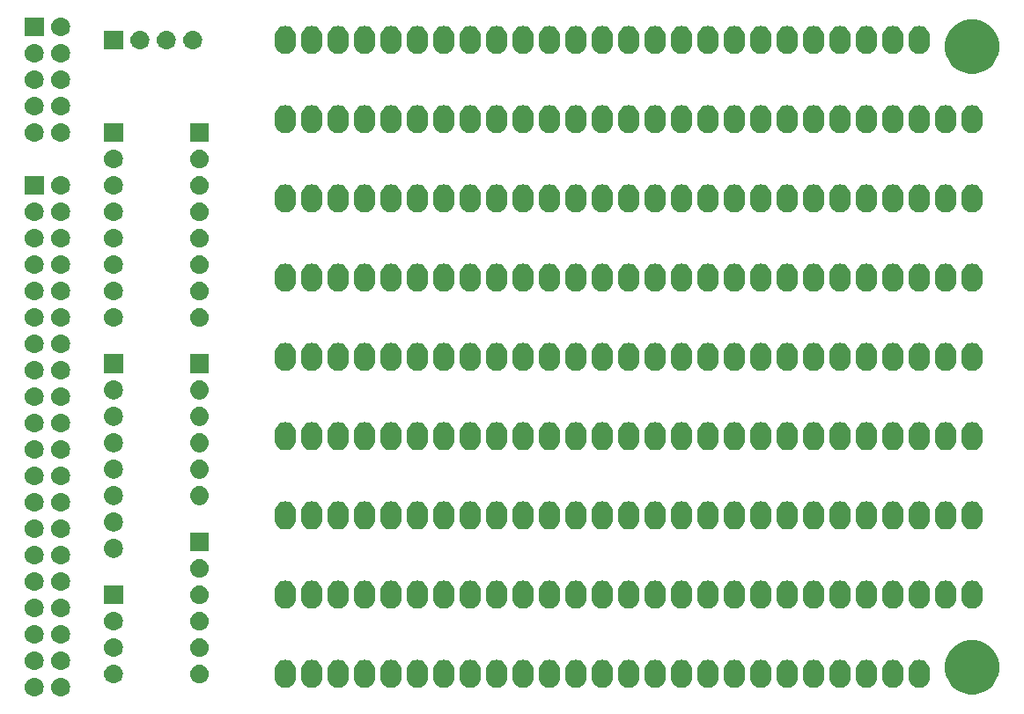
<source format=gbr>
G04 #@! TF.GenerationSoftware,KiCad,Pcbnew,(5.1.4)-1*
G04 #@! TF.CreationDate,2022-01-22T16:02:53+02:00*
G04 #@! TF.ProjectId,Protoboardv2,50726f74-6f62-46f6-9172-6476322e6b69,rev?*
G04 #@! TF.SameCoordinates,Original*
G04 #@! TF.FileFunction,Soldermask,Bot*
G04 #@! TF.FilePolarity,Negative*
%FSLAX46Y46*%
G04 Gerber Fmt 4.6, Leading zero omitted, Abs format (unit mm)*
G04 Created by KiCad (PCBNEW (5.1.4)-1) date 2022-01-22 16:02:53*
%MOMM*%
%LPD*%
G04 APERTURE LIST*
%ADD10C,0.100000*%
G04 APERTURE END LIST*
D10*
G36*
X76945443Y-137535519D02*
G01*
X77011627Y-137542037D01*
X77181466Y-137593557D01*
X77337991Y-137677222D01*
X77373095Y-137706031D01*
X77475186Y-137789814D01*
X77558448Y-137891271D01*
X77587778Y-137927009D01*
X77671443Y-138083534D01*
X77722963Y-138253373D01*
X77740359Y-138430000D01*
X77722963Y-138606627D01*
X77671443Y-138776466D01*
X77587778Y-138932991D01*
X77558448Y-138968729D01*
X77475186Y-139070186D01*
X77373729Y-139153448D01*
X77337991Y-139182778D01*
X77181466Y-139266443D01*
X77011627Y-139317963D01*
X76945443Y-139324481D01*
X76879260Y-139331000D01*
X76790740Y-139331000D01*
X76724557Y-139324481D01*
X76658373Y-139317963D01*
X76488534Y-139266443D01*
X76332009Y-139182778D01*
X76296271Y-139153448D01*
X76194814Y-139070186D01*
X76111552Y-138968729D01*
X76082222Y-138932991D01*
X75998557Y-138776466D01*
X75947037Y-138606627D01*
X75929641Y-138430000D01*
X75947037Y-138253373D01*
X75998557Y-138083534D01*
X76082222Y-137927009D01*
X76111552Y-137891271D01*
X76194814Y-137789814D01*
X76296905Y-137706031D01*
X76332009Y-137677222D01*
X76488534Y-137593557D01*
X76658373Y-137542037D01*
X76724557Y-137535519D01*
X76790740Y-137529000D01*
X76879260Y-137529000D01*
X76945443Y-137535519D01*
X76945443Y-137535519D01*
G37*
G36*
X74405443Y-137535519D02*
G01*
X74471627Y-137542037D01*
X74641466Y-137593557D01*
X74797991Y-137677222D01*
X74833095Y-137706031D01*
X74935186Y-137789814D01*
X75018448Y-137891271D01*
X75047778Y-137927009D01*
X75131443Y-138083534D01*
X75182963Y-138253373D01*
X75200359Y-138430000D01*
X75182963Y-138606627D01*
X75131443Y-138776466D01*
X75047778Y-138932991D01*
X75018448Y-138968729D01*
X74935186Y-139070186D01*
X74833729Y-139153448D01*
X74797991Y-139182778D01*
X74641466Y-139266443D01*
X74471627Y-139317963D01*
X74405443Y-139324481D01*
X74339260Y-139331000D01*
X74250740Y-139331000D01*
X74184557Y-139324481D01*
X74118373Y-139317963D01*
X73948534Y-139266443D01*
X73792009Y-139182778D01*
X73756271Y-139153448D01*
X73654814Y-139070186D01*
X73571552Y-138968729D01*
X73542222Y-138932991D01*
X73458557Y-138776466D01*
X73407037Y-138606627D01*
X73389641Y-138430000D01*
X73407037Y-138253373D01*
X73458557Y-138083534D01*
X73542222Y-137927009D01*
X73571552Y-137891271D01*
X73654814Y-137789814D01*
X73756905Y-137706031D01*
X73792009Y-137677222D01*
X73948534Y-137593557D01*
X74118373Y-137542037D01*
X74184557Y-137535519D01*
X74250740Y-137529000D01*
X74339260Y-137529000D01*
X74405443Y-137535519D01*
X74405443Y-137535519D01*
G37*
G36*
X165223391Y-134024916D02*
G01*
X165696560Y-134220909D01*
X165696562Y-134220910D01*
X166122403Y-134505448D01*
X166484552Y-134867597D01*
X166746872Y-135260186D01*
X166769091Y-135293440D01*
X166965084Y-135766609D01*
X167065000Y-136268921D01*
X167065000Y-136781079D01*
X166965084Y-137283391D01*
X166790019Y-137706035D01*
X166769090Y-137756562D01*
X166484552Y-138182403D01*
X166122403Y-138544552D01*
X165696562Y-138829090D01*
X165696561Y-138829091D01*
X165696560Y-138829091D01*
X165223391Y-139025084D01*
X164721079Y-139125000D01*
X164208921Y-139125000D01*
X163706609Y-139025084D01*
X163233440Y-138829091D01*
X163233439Y-138829091D01*
X163233438Y-138829090D01*
X162807597Y-138544552D01*
X162445448Y-138182403D01*
X162160910Y-137756562D01*
X162139981Y-137706035D01*
X161964916Y-137283391D01*
X161865000Y-136781079D01*
X161865000Y-136268921D01*
X161964916Y-135766609D01*
X162160909Y-135293440D01*
X162183129Y-135260186D01*
X162445448Y-134867597D01*
X162807597Y-134505448D01*
X163233438Y-134220910D01*
X163233440Y-134220909D01*
X163706609Y-134024916D01*
X164208921Y-133925000D01*
X164721079Y-133925000D01*
X165223391Y-134024916D01*
X165223391Y-134024916D01*
G37*
G36*
X113861031Y-135824469D02*
G01*
X113955284Y-135853061D01*
X114049534Y-135881651D01*
X114049536Y-135881652D01*
X114223258Y-135974507D01*
X114375528Y-136099472D01*
X114500493Y-136251742D01*
X114593348Y-136425463D01*
X114650531Y-136613968D01*
X114665000Y-136760876D01*
X114665000Y-137559123D01*
X114650531Y-137706031D01*
X114593348Y-137894537D01*
X114500493Y-138068258D01*
X114375528Y-138220528D01*
X114223258Y-138345493D01*
X114065155Y-138430000D01*
X114049535Y-138438349D01*
X113955284Y-138466940D01*
X113861032Y-138495531D01*
X113665000Y-138514838D01*
X113468969Y-138495531D01*
X113374717Y-138466940D01*
X113280466Y-138438349D01*
X113264846Y-138430000D01*
X113106743Y-138345493D01*
X112954473Y-138220528D01*
X112829508Y-138068258D01*
X112736651Y-137894534D01*
X112679469Y-137706035D01*
X112665000Y-137559124D01*
X112665000Y-136760877D01*
X112679469Y-136613969D01*
X112736652Y-136425464D01*
X112829507Y-136251742D01*
X112954472Y-136099472D01*
X113106742Y-135974507D01*
X113280463Y-135881652D01*
X113280465Y-135881651D01*
X113374715Y-135853061D01*
X113468968Y-135824469D01*
X113665000Y-135805162D01*
X113861031Y-135824469D01*
X113861031Y-135824469D01*
G37*
G36*
X111321031Y-135824469D02*
G01*
X111415284Y-135853061D01*
X111509534Y-135881651D01*
X111509536Y-135881652D01*
X111683258Y-135974507D01*
X111835528Y-136099472D01*
X111960493Y-136251742D01*
X112053348Y-136425463D01*
X112110531Y-136613968D01*
X112125000Y-136760876D01*
X112125000Y-137559123D01*
X112110531Y-137706031D01*
X112053348Y-137894537D01*
X111960493Y-138068258D01*
X111835528Y-138220528D01*
X111683258Y-138345493D01*
X111525155Y-138430000D01*
X111509535Y-138438349D01*
X111415284Y-138466940D01*
X111321032Y-138495531D01*
X111125000Y-138514838D01*
X110928969Y-138495531D01*
X110834717Y-138466940D01*
X110740466Y-138438349D01*
X110724846Y-138430000D01*
X110566743Y-138345493D01*
X110414473Y-138220528D01*
X110289508Y-138068258D01*
X110196651Y-137894534D01*
X110139469Y-137706035D01*
X110125000Y-137559124D01*
X110125000Y-136760877D01*
X110139469Y-136613969D01*
X110196652Y-136425464D01*
X110289507Y-136251742D01*
X110414472Y-136099472D01*
X110566742Y-135974507D01*
X110740463Y-135881652D01*
X110740465Y-135881651D01*
X110834715Y-135853061D01*
X110928968Y-135824469D01*
X111125000Y-135805162D01*
X111321031Y-135824469D01*
X111321031Y-135824469D01*
G37*
G36*
X159581031Y-135824469D02*
G01*
X159675284Y-135853061D01*
X159769534Y-135881651D01*
X159769536Y-135881652D01*
X159943258Y-135974507D01*
X160095528Y-136099472D01*
X160220493Y-136251742D01*
X160313348Y-136425463D01*
X160370531Y-136613968D01*
X160385000Y-136760876D01*
X160385000Y-137559123D01*
X160370531Y-137706031D01*
X160313348Y-137894537D01*
X160220493Y-138068258D01*
X160095528Y-138220528D01*
X159943258Y-138345493D01*
X159785155Y-138430000D01*
X159769535Y-138438349D01*
X159675284Y-138466940D01*
X159581032Y-138495531D01*
X159385000Y-138514838D01*
X159188969Y-138495531D01*
X159094717Y-138466940D01*
X159000466Y-138438349D01*
X158984846Y-138430000D01*
X158826743Y-138345493D01*
X158674473Y-138220528D01*
X158549508Y-138068258D01*
X158456651Y-137894534D01*
X158399469Y-137706035D01*
X158385000Y-137559124D01*
X158385000Y-136760877D01*
X158399469Y-136613969D01*
X158456652Y-136425464D01*
X158549507Y-136251742D01*
X158674472Y-136099472D01*
X158826742Y-135974507D01*
X159000463Y-135881652D01*
X159000465Y-135881651D01*
X159094715Y-135853061D01*
X159188968Y-135824469D01*
X159385000Y-135805162D01*
X159581031Y-135824469D01*
X159581031Y-135824469D01*
G37*
G36*
X157041031Y-135824469D02*
G01*
X157135284Y-135853061D01*
X157229534Y-135881651D01*
X157229536Y-135881652D01*
X157403258Y-135974507D01*
X157555528Y-136099472D01*
X157680493Y-136251742D01*
X157773348Y-136425463D01*
X157830531Y-136613968D01*
X157845000Y-136760876D01*
X157845000Y-137559123D01*
X157830531Y-137706031D01*
X157773348Y-137894537D01*
X157680493Y-138068258D01*
X157555528Y-138220528D01*
X157403258Y-138345493D01*
X157245155Y-138430000D01*
X157229535Y-138438349D01*
X157135284Y-138466940D01*
X157041032Y-138495531D01*
X156845000Y-138514838D01*
X156648969Y-138495531D01*
X156554717Y-138466940D01*
X156460466Y-138438349D01*
X156444846Y-138430000D01*
X156286743Y-138345493D01*
X156134473Y-138220528D01*
X156009508Y-138068258D01*
X155916651Y-137894534D01*
X155859469Y-137706035D01*
X155845000Y-137559124D01*
X155845000Y-136760877D01*
X155859469Y-136613969D01*
X155916652Y-136425464D01*
X156009507Y-136251742D01*
X156134472Y-136099472D01*
X156286742Y-135974507D01*
X156460463Y-135881652D01*
X156460465Y-135881651D01*
X156554715Y-135853061D01*
X156648968Y-135824469D01*
X156845000Y-135805162D01*
X157041031Y-135824469D01*
X157041031Y-135824469D01*
G37*
G36*
X154501031Y-135824469D02*
G01*
X154595284Y-135853061D01*
X154689534Y-135881651D01*
X154689536Y-135881652D01*
X154863258Y-135974507D01*
X155015528Y-136099472D01*
X155140493Y-136251742D01*
X155233348Y-136425463D01*
X155290531Y-136613968D01*
X155305000Y-136760876D01*
X155305000Y-137559123D01*
X155290531Y-137706031D01*
X155233348Y-137894537D01*
X155140493Y-138068258D01*
X155015528Y-138220528D01*
X154863258Y-138345493D01*
X154705155Y-138430000D01*
X154689535Y-138438349D01*
X154595284Y-138466940D01*
X154501032Y-138495531D01*
X154305000Y-138514838D01*
X154108969Y-138495531D01*
X154014717Y-138466940D01*
X153920466Y-138438349D01*
X153904846Y-138430000D01*
X153746743Y-138345493D01*
X153594473Y-138220528D01*
X153469508Y-138068258D01*
X153376651Y-137894534D01*
X153319469Y-137706035D01*
X153305000Y-137559124D01*
X153305000Y-136760877D01*
X153319469Y-136613969D01*
X153376652Y-136425464D01*
X153469507Y-136251742D01*
X153594472Y-136099472D01*
X153746742Y-135974507D01*
X153920463Y-135881652D01*
X153920465Y-135881651D01*
X154014715Y-135853061D01*
X154108968Y-135824469D01*
X154305000Y-135805162D01*
X154501031Y-135824469D01*
X154501031Y-135824469D01*
G37*
G36*
X151961031Y-135824469D02*
G01*
X152055284Y-135853061D01*
X152149534Y-135881651D01*
X152149536Y-135881652D01*
X152323258Y-135974507D01*
X152475528Y-136099472D01*
X152600493Y-136251742D01*
X152693348Y-136425463D01*
X152750531Y-136613968D01*
X152765000Y-136760876D01*
X152765000Y-137559123D01*
X152750531Y-137706031D01*
X152693348Y-137894537D01*
X152600493Y-138068258D01*
X152475528Y-138220528D01*
X152323258Y-138345493D01*
X152165155Y-138430000D01*
X152149535Y-138438349D01*
X152055284Y-138466940D01*
X151961032Y-138495531D01*
X151765000Y-138514838D01*
X151568969Y-138495531D01*
X151474717Y-138466940D01*
X151380466Y-138438349D01*
X151364846Y-138430000D01*
X151206743Y-138345493D01*
X151054473Y-138220528D01*
X150929508Y-138068258D01*
X150836651Y-137894534D01*
X150779469Y-137706035D01*
X150765000Y-137559124D01*
X150765000Y-136760877D01*
X150779469Y-136613969D01*
X150836652Y-136425464D01*
X150929507Y-136251742D01*
X151054472Y-136099472D01*
X151206742Y-135974507D01*
X151380463Y-135881652D01*
X151380465Y-135881651D01*
X151474715Y-135853061D01*
X151568968Y-135824469D01*
X151765000Y-135805162D01*
X151961031Y-135824469D01*
X151961031Y-135824469D01*
G37*
G36*
X149421031Y-135824469D02*
G01*
X149515284Y-135853061D01*
X149609534Y-135881651D01*
X149609536Y-135881652D01*
X149783258Y-135974507D01*
X149935528Y-136099472D01*
X150060493Y-136251742D01*
X150153348Y-136425463D01*
X150210531Y-136613968D01*
X150225000Y-136760876D01*
X150225000Y-137559123D01*
X150210531Y-137706031D01*
X150153348Y-137894537D01*
X150060493Y-138068258D01*
X149935528Y-138220528D01*
X149783258Y-138345493D01*
X149625155Y-138430000D01*
X149609535Y-138438349D01*
X149515284Y-138466940D01*
X149421032Y-138495531D01*
X149225000Y-138514838D01*
X149028969Y-138495531D01*
X148934717Y-138466940D01*
X148840466Y-138438349D01*
X148824846Y-138430000D01*
X148666743Y-138345493D01*
X148514473Y-138220528D01*
X148389508Y-138068258D01*
X148296651Y-137894534D01*
X148239469Y-137706035D01*
X148225000Y-137559124D01*
X148225000Y-136760877D01*
X148239469Y-136613969D01*
X148296652Y-136425464D01*
X148389507Y-136251742D01*
X148514472Y-136099472D01*
X148666742Y-135974507D01*
X148840463Y-135881652D01*
X148840465Y-135881651D01*
X148934715Y-135853061D01*
X149028968Y-135824469D01*
X149225000Y-135805162D01*
X149421031Y-135824469D01*
X149421031Y-135824469D01*
G37*
G36*
X146881031Y-135824469D02*
G01*
X146975284Y-135853061D01*
X147069534Y-135881651D01*
X147069536Y-135881652D01*
X147243258Y-135974507D01*
X147395528Y-136099472D01*
X147520493Y-136251742D01*
X147613348Y-136425463D01*
X147670531Y-136613968D01*
X147685000Y-136760876D01*
X147685000Y-137559123D01*
X147670531Y-137706031D01*
X147613348Y-137894537D01*
X147520493Y-138068258D01*
X147395528Y-138220528D01*
X147243258Y-138345493D01*
X147085155Y-138430000D01*
X147069535Y-138438349D01*
X146975284Y-138466940D01*
X146881032Y-138495531D01*
X146685000Y-138514838D01*
X146488969Y-138495531D01*
X146394717Y-138466940D01*
X146300466Y-138438349D01*
X146284846Y-138430000D01*
X146126743Y-138345493D01*
X145974473Y-138220528D01*
X145849508Y-138068258D01*
X145756651Y-137894534D01*
X145699469Y-137706035D01*
X145685000Y-137559124D01*
X145685000Y-136760877D01*
X145699469Y-136613969D01*
X145756652Y-136425464D01*
X145849507Y-136251742D01*
X145974472Y-136099472D01*
X146126742Y-135974507D01*
X146300463Y-135881652D01*
X146300465Y-135881651D01*
X146394715Y-135853061D01*
X146488968Y-135824469D01*
X146685000Y-135805162D01*
X146881031Y-135824469D01*
X146881031Y-135824469D01*
G37*
G36*
X144341031Y-135824469D02*
G01*
X144435284Y-135853061D01*
X144529534Y-135881651D01*
X144529536Y-135881652D01*
X144703258Y-135974507D01*
X144855528Y-136099472D01*
X144980493Y-136251742D01*
X145073348Y-136425463D01*
X145130531Y-136613968D01*
X145145000Y-136760876D01*
X145145000Y-137559123D01*
X145130531Y-137706031D01*
X145073348Y-137894537D01*
X144980493Y-138068258D01*
X144855528Y-138220528D01*
X144703258Y-138345493D01*
X144545155Y-138430000D01*
X144529535Y-138438349D01*
X144435284Y-138466940D01*
X144341032Y-138495531D01*
X144145000Y-138514838D01*
X143948969Y-138495531D01*
X143854717Y-138466940D01*
X143760466Y-138438349D01*
X143744846Y-138430000D01*
X143586743Y-138345493D01*
X143434473Y-138220528D01*
X143309508Y-138068258D01*
X143216651Y-137894534D01*
X143159469Y-137706035D01*
X143145000Y-137559124D01*
X143145000Y-136760877D01*
X143159469Y-136613969D01*
X143216652Y-136425464D01*
X143309507Y-136251742D01*
X143434472Y-136099472D01*
X143586742Y-135974507D01*
X143760463Y-135881652D01*
X143760465Y-135881651D01*
X143854715Y-135853061D01*
X143948968Y-135824469D01*
X144145000Y-135805162D01*
X144341031Y-135824469D01*
X144341031Y-135824469D01*
G37*
G36*
X101161031Y-135824469D02*
G01*
X101255284Y-135853061D01*
X101349534Y-135881651D01*
X101349536Y-135881652D01*
X101523258Y-135974507D01*
X101675528Y-136099472D01*
X101800493Y-136251742D01*
X101893348Y-136425463D01*
X101950531Y-136613968D01*
X101965000Y-136760876D01*
X101965000Y-137559123D01*
X101950531Y-137706031D01*
X101893348Y-137894537D01*
X101800493Y-138068258D01*
X101675528Y-138220528D01*
X101523258Y-138345493D01*
X101365155Y-138430000D01*
X101349535Y-138438349D01*
X101255284Y-138466940D01*
X101161032Y-138495531D01*
X100965000Y-138514838D01*
X100768969Y-138495531D01*
X100674717Y-138466940D01*
X100580466Y-138438349D01*
X100564846Y-138430000D01*
X100406743Y-138345493D01*
X100254473Y-138220528D01*
X100129508Y-138068258D01*
X100036651Y-137894534D01*
X99979469Y-137706035D01*
X99965000Y-137559124D01*
X99965000Y-136760877D01*
X99979469Y-136613969D01*
X100036652Y-136425464D01*
X100129507Y-136251742D01*
X100254472Y-136099472D01*
X100406742Y-135974507D01*
X100580463Y-135881652D01*
X100580465Y-135881651D01*
X100674715Y-135853061D01*
X100768968Y-135824469D01*
X100965000Y-135805162D01*
X101161031Y-135824469D01*
X101161031Y-135824469D01*
G37*
G36*
X103701031Y-135824469D02*
G01*
X103795284Y-135853061D01*
X103889534Y-135881651D01*
X103889536Y-135881652D01*
X104063258Y-135974507D01*
X104215528Y-136099472D01*
X104340493Y-136251742D01*
X104433348Y-136425463D01*
X104490531Y-136613968D01*
X104505000Y-136760876D01*
X104505000Y-137559123D01*
X104490531Y-137706031D01*
X104433348Y-137894537D01*
X104340493Y-138068258D01*
X104215528Y-138220528D01*
X104063258Y-138345493D01*
X103905155Y-138430000D01*
X103889535Y-138438349D01*
X103795284Y-138466940D01*
X103701032Y-138495531D01*
X103505000Y-138514838D01*
X103308969Y-138495531D01*
X103214717Y-138466940D01*
X103120466Y-138438349D01*
X103104846Y-138430000D01*
X102946743Y-138345493D01*
X102794473Y-138220528D01*
X102669508Y-138068258D01*
X102576651Y-137894534D01*
X102519469Y-137706035D01*
X102505000Y-137559124D01*
X102505000Y-136760877D01*
X102519469Y-136613969D01*
X102576652Y-136425464D01*
X102669507Y-136251742D01*
X102794472Y-136099472D01*
X102946742Y-135974507D01*
X103120463Y-135881652D01*
X103120465Y-135881651D01*
X103214715Y-135853061D01*
X103308968Y-135824469D01*
X103505000Y-135805162D01*
X103701031Y-135824469D01*
X103701031Y-135824469D01*
G37*
G36*
X98621031Y-135824469D02*
G01*
X98715284Y-135853061D01*
X98809534Y-135881651D01*
X98809536Y-135881652D01*
X98983258Y-135974507D01*
X99135528Y-136099472D01*
X99260493Y-136251742D01*
X99353348Y-136425463D01*
X99410531Y-136613968D01*
X99425000Y-136760876D01*
X99425000Y-137559123D01*
X99410531Y-137706031D01*
X99353348Y-137894537D01*
X99260493Y-138068258D01*
X99135528Y-138220528D01*
X98983258Y-138345493D01*
X98825155Y-138430000D01*
X98809535Y-138438349D01*
X98715284Y-138466940D01*
X98621032Y-138495531D01*
X98425000Y-138514838D01*
X98228969Y-138495531D01*
X98134717Y-138466940D01*
X98040466Y-138438349D01*
X98024846Y-138430000D01*
X97866743Y-138345493D01*
X97714473Y-138220528D01*
X97589508Y-138068258D01*
X97496651Y-137894534D01*
X97439469Y-137706035D01*
X97425000Y-137559124D01*
X97425000Y-136760877D01*
X97439469Y-136613969D01*
X97496652Y-136425464D01*
X97589507Y-136251742D01*
X97714472Y-136099472D01*
X97866742Y-135974507D01*
X98040463Y-135881652D01*
X98040465Y-135881651D01*
X98134715Y-135853061D01*
X98228968Y-135824469D01*
X98425000Y-135805162D01*
X98621031Y-135824469D01*
X98621031Y-135824469D01*
G37*
G36*
X118941031Y-135824469D02*
G01*
X119035284Y-135853061D01*
X119129534Y-135881651D01*
X119129536Y-135881652D01*
X119303258Y-135974507D01*
X119455528Y-136099472D01*
X119580493Y-136251742D01*
X119673348Y-136425463D01*
X119730531Y-136613968D01*
X119745000Y-136760876D01*
X119745000Y-137559123D01*
X119730531Y-137706031D01*
X119673348Y-137894537D01*
X119580493Y-138068258D01*
X119455528Y-138220528D01*
X119303258Y-138345493D01*
X119145155Y-138430000D01*
X119129535Y-138438349D01*
X119035284Y-138466940D01*
X118941032Y-138495531D01*
X118745000Y-138514838D01*
X118548969Y-138495531D01*
X118454717Y-138466940D01*
X118360466Y-138438349D01*
X118344846Y-138430000D01*
X118186743Y-138345493D01*
X118034473Y-138220528D01*
X117909508Y-138068258D01*
X117816651Y-137894534D01*
X117759469Y-137706035D01*
X117745000Y-137559124D01*
X117745000Y-136760877D01*
X117759469Y-136613969D01*
X117816652Y-136425464D01*
X117909507Y-136251742D01*
X118034472Y-136099472D01*
X118186742Y-135974507D01*
X118360463Y-135881652D01*
X118360465Y-135881651D01*
X118454715Y-135853061D01*
X118548968Y-135824469D01*
X118745000Y-135805162D01*
X118941031Y-135824469D01*
X118941031Y-135824469D01*
G37*
G36*
X139261031Y-135824469D02*
G01*
X139355284Y-135853061D01*
X139449534Y-135881651D01*
X139449536Y-135881652D01*
X139623258Y-135974507D01*
X139775528Y-136099472D01*
X139900493Y-136251742D01*
X139993348Y-136425463D01*
X140050531Y-136613968D01*
X140065000Y-136760876D01*
X140065000Y-137559123D01*
X140050531Y-137706031D01*
X139993348Y-137894537D01*
X139900493Y-138068258D01*
X139775528Y-138220528D01*
X139623258Y-138345493D01*
X139465155Y-138430000D01*
X139449535Y-138438349D01*
X139355284Y-138466940D01*
X139261032Y-138495531D01*
X139065000Y-138514838D01*
X138868969Y-138495531D01*
X138774717Y-138466940D01*
X138680466Y-138438349D01*
X138664846Y-138430000D01*
X138506743Y-138345493D01*
X138354473Y-138220528D01*
X138229508Y-138068258D01*
X138136651Y-137894534D01*
X138079469Y-137706035D01*
X138065000Y-137559124D01*
X138065000Y-136760877D01*
X138079469Y-136613969D01*
X138136652Y-136425464D01*
X138229507Y-136251742D01*
X138354472Y-136099472D01*
X138506742Y-135974507D01*
X138680463Y-135881652D01*
X138680465Y-135881651D01*
X138774715Y-135853061D01*
X138868968Y-135824469D01*
X139065000Y-135805162D01*
X139261031Y-135824469D01*
X139261031Y-135824469D01*
G37*
G36*
X108781031Y-135824469D02*
G01*
X108875284Y-135853061D01*
X108969534Y-135881651D01*
X108969536Y-135881652D01*
X109143258Y-135974507D01*
X109295528Y-136099472D01*
X109420493Y-136251742D01*
X109513348Y-136425463D01*
X109570531Y-136613968D01*
X109585000Y-136760876D01*
X109585000Y-137559123D01*
X109570531Y-137706031D01*
X109513348Y-137894537D01*
X109420493Y-138068258D01*
X109295528Y-138220528D01*
X109143258Y-138345493D01*
X108985155Y-138430000D01*
X108969535Y-138438349D01*
X108875284Y-138466940D01*
X108781032Y-138495531D01*
X108585000Y-138514838D01*
X108388969Y-138495531D01*
X108294717Y-138466940D01*
X108200466Y-138438349D01*
X108184846Y-138430000D01*
X108026743Y-138345493D01*
X107874473Y-138220528D01*
X107749508Y-138068258D01*
X107656651Y-137894534D01*
X107599469Y-137706035D01*
X107585000Y-137559124D01*
X107585000Y-136760877D01*
X107599469Y-136613969D01*
X107656652Y-136425464D01*
X107749507Y-136251742D01*
X107874472Y-136099472D01*
X108026742Y-135974507D01*
X108200463Y-135881652D01*
X108200465Y-135881651D01*
X108294715Y-135853061D01*
X108388968Y-135824469D01*
X108585000Y-135805162D01*
X108781031Y-135824469D01*
X108781031Y-135824469D01*
G37*
G36*
X116401031Y-135824469D02*
G01*
X116495284Y-135853061D01*
X116589534Y-135881651D01*
X116589536Y-135881652D01*
X116763258Y-135974507D01*
X116915528Y-136099472D01*
X117040493Y-136251742D01*
X117133348Y-136425463D01*
X117190531Y-136613968D01*
X117205000Y-136760876D01*
X117205000Y-137559123D01*
X117190531Y-137706031D01*
X117133348Y-137894537D01*
X117040493Y-138068258D01*
X116915528Y-138220528D01*
X116763258Y-138345493D01*
X116605155Y-138430000D01*
X116589535Y-138438349D01*
X116495284Y-138466940D01*
X116401032Y-138495531D01*
X116205000Y-138514838D01*
X116008969Y-138495531D01*
X115914717Y-138466940D01*
X115820466Y-138438349D01*
X115804846Y-138430000D01*
X115646743Y-138345493D01*
X115494473Y-138220528D01*
X115369508Y-138068258D01*
X115276651Y-137894534D01*
X115219469Y-137706035D01*
X115205000Y-137559124D01*
X115205000Y-136760877D01*
X115219469Y-136613969D01*
X115276652Y-136425464D01*
X115369507Y-136251742D01*
X115494472Y-136099472D01*
X115646742Y-135974507D01*
X115820463Y-135881652D01*
X115820465Y-135881651D01*
X115914715Y-135853061D01*
X116008968Y-135824469D01*
X116205000Y-135805162D01*
X116401031Y-135824469D01*
X116401031Y-135824469D01*
G37*
G36*
X121481031Y-135824469D02*
G01*
X121575284Y-135853061D01*
X121669534Y-135881651D01*
X121669536Y-135881652D01*
X121843258Y-135974507D01*
X121995528Y-136099472D01*
X122120493Y-136251742D01*
X122213348Y-136425463D01*
X122270531Y-136613968D01*
X122285000Y-136760876D01*
X122285000Y-137559123D01*
X122270531Y-137706031D01*
X122213348Y-137894537D01*
X122120493Y-138068258D01*
X121995528Y-138220528D01*
X121843258Y-138345493D01*
X121685155Y-138430000D01*
X121669535Y-138438349D01*
X121575284Y-138466940D01*
X121481032Y-138495531D01*
X121285000Y-138514838D01*
X121088969Y-138495531D01*
X120994717Y-138466940D01*
X120900466Y-138438349D01*
X120884846Y-138430000D01*
X120726743Y-138345493D01*
X120574473Y-138220528D01*
X120449508Y-138068258D01*
X120356651Y-137894534D01*
X120299469Y-137706035D01*
X120285000Y-137559124D01*
X120285000Y-136760877D01*
X120299469Y-136613969D01*
X120356652Y-136425464D01*
X120449507Y-136251742D01*
X120574472Y-136099472D01*
X120726742Y-135974507D01*
X120900463Y-135881652D01*
X120900465Y-135881651D01*
X120994715Y-135853061D01*
X121088968Y-135824469D01*
X121285000Y-135805162D01*
X121481031Y-135824469D01*
X121481031Y-135824469D01*
G37*
G36*
X124021031Y-135824469D02*
G01*
X124115284Y-135853061D01*
X124209534Y-135881651D01*
X124209536Y-135881652D01*
X124383258Y-135974507D01*
X124535528Y-136099472D01*
X124660493Y-136251742D01*
X124753348Y-136425463D01*
X124810531Y-136613968D01*
X124825000Y-136760876D01*
X124825000Y-137559123D01*
X124810531Y-137706031D01*
X124753348Y-137894537D01*
X124660493Y-138068258D01*
X124535528Y-138220528D01*
X124383258Y-138345493D01*
X124225155Y-138430000D01*
X124209535Y-138438349D01*
X124115284Y-138466940D01*
X124021032Y-138495531D01*
X123825000Y-138514838D01*
X123628969Y-138495531D01*
X123534717Y-138466940D01*
X123440466Y-138438349D01*
X123424846Y-138430000D01*
X123266743Y-138345493D01*
X123114473Y-138220528D01*
X122989508Y-138068258D01*
X122896651Y-137894534D01*
X122839469Y-137706035D01*
X122825000Y-137559124D01*
X122825000Y-136760877D01*
X122839469Y-136613969D01*
X122896652Y-136425464D01*
X122989507Y-136251742D01*
X123114472Y-136099472D01*
X123266742Y-135974507D01*
X123440463Y-135881652D01*
X123440465Y-135881651D01*
X123534715Y-135853061D01*
X123628968Y-135824469D01*
X123825000Y-135805162D01*
X124021031Y-135824469D01*
X124021031Y-135824469D01*
G37*
G36*
X126561031Y-135824469D02*
G01*
X126655284Y-135853061D01*
X126749534Y-135881651D01*
X126749536Y-135881652D01*
X126923258Y-135974507D01*
X127075528Y-136099472D01*
X127200493Y-136251742D01*
X127293348Y-136425463D01*
X127350531Y-136613968D01*
X127365000Y-136760876D01*
X127365000Y-137559123D01*
X127350531Y-137706031D01*
X127293348Y-137894537D01*
X127200493Y-138068258D01*
X127075528Y-138220528D01*
X126923258Y-138345493D01*
X126765155Y-138430000D01*
X126749535Y-138438349D01*
X126655284Y-138466940D01*
X126561032Y-138495531D01*
X126365000Y-138514838D01*
X126168969Y-138495531D01*
X126074717Y-138466940D01*
X125980466Y-138438349D01*
X125964846Y-138430000D01*
X125806743Y-138345493D01*
X125654473Y-138220528D01*
X125529508Y-138068258D01*
X125436651Y-137894534D01*
X125379469Y-137706035D01*
X125365000Y-137559124D01*
X125365000Y-136760877D01*
X125379469Y-136613969D01*
X125436652Y-136425464D01*
X125529507Y-136251742D01*
X125654472Y-136099472D01*
X125806742Y-135974507D01*
X125980463Y-135881652D01*
X125980465Y-135881651D01*
X126074715Y-135853061D01*
X126168968Y-135824469D01*
X126365000Y-135805162D01*
X126561031Y-135824469D01*
X126561031Y-135824469D01*
G37*
G36*
X141801031Y-135824469D02*
G01*
X141895284Y-135853061D01*
X141989534Y-135881651D01*
X141989536Y-135881652D01*
X142163258Y-135974507D01*
X142315528Y-136099472D01*
X142440493Y-136251742D01*
X142533348Y-136425463D01*
X142590531Y-136613968D01*
X142605000Y-136760876D01*
X142605000Y-137559123D01*
X142590531Y-137706031D01*
X142533348Y-137894537D01*
X142440493Y-138068258D01*
X142315528Y-138220528D01*
X142163258Y-138345493D01*
X142005155Y-138430000D01*
X141989535Y-138438349D01*
X141895284Y-138466940D01*
X141801032Y-138495531D01*
X141605000Y-138514838D01*
X141408969Y-138495531D01*
X141314717Y-138466940D01*
X141220466Y-138438349D01*
X141204846Y-138430000D01*
X141046743Y-138345493D01*
X140894473Y-138220528D01*
X140769508Y-138068258D01*
X140676651Y-137894534D01*
X140619469Y-137706035D01*
X140605000Y-137559124D01*
X140605000Y-136760877D01*
X140619469Y-136613969D01*
X140676652Y-136425464D01*
X140769507Y-136251742D01*
X140894472Y-136099472D01*
X141046742Y-135974507D01*
X141220463Y-135881652D01*
X141220465Y-135881651D01*
X141314715Y-135853061D01*
X141408968Y-135824469D01*
X141605000Y-135805162D01*
X141801031Y-135824469D01*
X141801031Y-135824469D01*
G37*
G36*
X129101031Y-135824469D02*
G01*
X129195284Y-135853061D01*
X129289534Y-135881651D01*
X129289536Y-135881652D01*
X129463258Y-135974507D01*
X129615528Y-136099472D01*
X129740493Y-136251742D01*
X129833348Y-136425463D01*
X129890531Y-136613968D01*
X129905000Y-136760876D01*
X129905000Y-137559123D01*
X129890531Y-137706031D01*
X129833348Y-137894537D01*
X129740493Y-138068258D01*
X129615528Y-138220528D01*
X129463258Y-138345493D01*
X129305155Y-138430000D01*
X129289535Y-138438349D01*
X129195284Y-138466940D01*
X129101032Y-138495531D01*
X128905000Y-138514838D01*
X128708969Y-138495531D01*
X128614717Y-138466940D01*
X128520466Y-138438349D01*
X128504846Y-138430000D01*
X128346743Y-138345493D01*
X128194473Y-138220528D01*
X128069508Y-138068258D01*
X127976651Y-137894534D01*
X127919469Y-137706035D01*
X127905000Y-137559124D01*
X127905000Y-136760877D01*
X127919469Y-136613969D01*
X127976652Y-136425464D01*
X128069507Y-136251742D01*
X128194472Y-136099472D01*
X128346742Y-135974507D01*
X128520463Y-135881652D01*
X128520465Y-135881651D01*
X128614715Y-135853061D01*
X128708968Y-135824469D01*
X128905000Y-135805162D01*
X129101031Y-135824469D01*
X129101031Y-135824469D01*
G37*
G36*
X131641031Y-135824469D02*
G01*
X131735284Y-135853061D01*
X131829534Y-135881651D01*
X131829536Y-135881652D01*
X132003258Y-135974507D01*
X132155528Y-136099472D01*
X132280493Y-136251742D01*
X132373348Y-136425463D01*
X132430531Y-136613968D01*
X132445000Y-136760876D01*
X132445000Y-137559123D01*
X132430531Y-137706031D01*
X132373348Y-137894537D01*
X132280493Y-138068258D01*
X132155528Y-138220528D01*
X132003258Y-138345493D01*
X131845155Y-138430000D01*
X131829535Y-138438349D01*
X131735284Y-138466940D01*
X131641032Y-138495531D01*
X131445000Y-138514838D01*
X131248969Y-138495531D01*
X131154717Y-138466940D01*
X131060466Y-138438349D01*
X131044846Y-138430000D01*
X130886743Y-138345493D01*
X130734473Y-138220528D01*
X130609508Y-138068258D01*
X130516651Y-137894534D01*
X130459469Y-137706035D01*
X130445000Y-137559124D01*
X130445000Y-136760877D01*
X130459469Y-136613969D01*
X130516652Y-136425464D01*
X130609507Y-136251742D01*
X130734472Y-136099472D01*
X130886742Y-135974507D01*
X131060463Y-135881652D01*
X131060465Y-135881651D01*
X131154715Y-135853061D01*
X131248968Y-135824469D01*
X131445000Y-135805162D01*
X131641031Y-135824469D01*
X131641031Y-135824469D01*
G37*
G36*
X134181031Y-135824469D02*
G01*
X134275284Y-135853061D01*
X134369534Y-135881651D01*
X134369536Y-135881652D01*
X134543258Y-135974507D01*
X134695528Y-136099472D01*
X134820493Y-136251742D01*
X134913348Y-136425463D01*
X134970531Y-136613968D01*
X134985000Y-136760876D01*
X134985000Y-137559123D01*
X134970531Y-137706031D01*
X134913348Y-137894537D01*
X134820493Y-138068258D01*
X134695528Y-138220528D01*
X134543258Y-138345493D01*
X134385155Y-138430000D01*
X134369535Y-138438349D01*
X134275284Y-138466940D01*
X134181032Y-138495531D01*
X133985000Y-138514838D01*
X133788969Y-138495531D01*
X133694717Y-138466940D01*
X133600466Y-138438349D01*
X133584846Y-138430000D01*
X133426743Y-138345493D01*
X133274473Y-138220528D01*
X133149508Y-138068258D01*
X133056651Y-137894534D01*
X132999469Y-137706035D01*
X132985000Y-137559124D01*
X132985000Y-136760877D01*
X132999469Y-136613969D01*
X133056652Y-136425464D01*
X133149507Y-136251742D01*
X133274472Y-136099472D01*
X133426742Y-135974507D01*
X133600463Y-135881652D01*
X133600465Y-135881651D01*
X133694715Y-135853061D01*
X133788968Y-135824469D01*
X133985000Y-135805162D01*
X134181031Y-135824469D01*
X134181031Y-135824469D01*
G37*
G36*
X136721031Y-135824469D02*
G01*
X136815284Y-135853061D01*
X136909534Y-135881651D01*
X136909536Y-135881652D01*
X137083258Y-135974507D01*
X137235528Y-136099472D01*
X137360493Y-136251742D01*
X137453348Y-136425463D01*
X137510531Y-136613968D01*
X137525000Y-136760876D01*
X137525000Y-137559123D01*
X137510531Y-137706031D01*
X137453348Y-137894537D01*
X137360493Y-138068258D01*
X137235528Y-138220528D01*
X137083258Y-138345493D01*
X136925155Y-138430000D01*
X136909535Y-138438349D01*
X136815284Y-138466940D01*
X136721032Y-138495531D01*
X136525000Y-138514838D01*
X136328969Y-138495531D01*
X136234717Y-138466940D01*
X136140466Y-138438349D01*
X136124846Y-138430000D01*
X135966743Y-138345493D01*
X135814473Y-138220528D01*
X135689508Y-138068258D01*
X135596651Y-137894534D01*
X135539469Y-137706035D01*
X135525000Y-137559124D01*
X135525000Y-136760877D01*
X135539469Y-136613969D01*
X135596652Y-136425464D01*
X135689507Y-136251742D01*
X135814472Y-136099472D01*
X135966742Y-135974507D01*
X136140463Y-135881652D01*
X136140465Y-135881651D01*
X136234715Y-135853061D01*
X136328968Y-135824469D01*
X136525000Y-135805162D01*
X136721031Y-135824469D01*
X136721031Y-135824469D01*
G37*
G36*
X106241031Y-135824469D02*
G01*
X106335284Y-135853061D01*
X106429534Y-135881651D01*
X106429536Y-135881652D01*
X106603258Y-135974507D01*
X106755528Y-136099472D01*
X106880493Y-136251742D01*
X106973348Y-136425463D01*
X107030531Y-136613968D01*
X107045000Y-136760876D01*
X107045000Y-137559123D01*
X107030531Y-137706031D01*
X106973348Y-137894537D01*
X106880493Y-138068258D01*
X106755528Y-138220528D01*
X106603258Y-138345493D01*
X106445155Y-138430000D01*
X106429535Y-138438349D01*
X106335284Y-138466940D01*
X106241032Y-138495531D01*
X106045000Y-138514838D01*
X105848969Y-138495531D01*
X105754717Y-138466940D01*
X105660466Y-138438349D01*
X105644846Y-138430000D01*
X105486743Y-138345493D01*
X105334473Y-138220528D01*
X105209508Y-138068258D01*
X105116651Y-137894534D01*
X105059469Y-137706035D01*
X105045000Y-137559124D01*
X105045000Y-136760877D01*
X105059469Y-136613969D01*
X105116652Y-136425464D01*
X105209507Y-136251742D01*
X105334472Y-136099472D01*
X105486742Y-135974507D01*
X105660463Y-135881652D01*
X105660465Y-135881651D01*
X105754715Y-135853061D01*
X105848968Y-135824469D01*
X106045000Y-135805162D01*
X106241031Y-135824469D01*
X106241031Y-135824469D01*
G37*
G36*
X90280443Y-136265519D02*
G01*
X90346627Y-136272037D01*
X90516466Y-136323557D01*
X90672991Y-136407222D01*
X90695220Y-136425465D01*
X90810186Y-136519814D01*
X90887453Y-136613966D01*
X90922778Y-136657009D01*
X90922779Y-136657011D01*
X90978297Y-136760876D01*
X91006443Y-136813534D01*
X91057963Y-136983373D01*
X91075359Y-137160000D01*
X91057963Y-137336627D01*
X91006443Y-137506466D01*
X91006442Y-137506468D01*
X90964610Y-137584729D01*
X90922778Y-137662991D01*
X90893448Y-137698729D01*
X90810186Y-137800186D01*
X90708729Y-137883448D01*
X90672991Y-137912778D01*
X90516466Y-137996443D01*
X90346627Y-138047963D01*
X90280442Y-138054482D01*
X90214260Y-138061000D01*
X90125740Y-138061000D01*
X90059558Y-138054482D01*
X89993373Y-138047963D01*
X89823534Y-137996443D01*
X89667009Y-137912778D01*
X89631271Y-137883448D01*
X89529814Y-137800186D01*
X89446552Y-137698729D01*
X89417222Y-137662991D01*
X89375390Y-137584729D01*
X89333558Y-137506468D01*
X89333557Y-137506466D01*
X89282037Y-137336627D01*
X89264641Y-137160000D01*
X89282037Y-136983373D01*
X89333557Y-136813534D01*
X89361704Y-136760876D01*
X89417221Y-136657011D01*
X89417222Y-136657009D01*
X89452547Y-136613966D01*
X89529814Y-136519814D01*
X89644780Y-136425465D01*
X89667009Y-136407222D01*
X89823534Y-136323557D01*
X89993373Y-136272037D01*
X90059557Y-136265519D01*
X90125740Y-136259000D01*
X90214260Y-136259000D01*
X90280443Y-136265519D01*
X90280443Y-136265519D01*
G37*
G36*
X82025443Y-136265519D02*
G01*
X82091627Y-136272037D01*
X82261466Y-136323557D01*
X82417991Y-136407222D01*
X82440220Y-136425465D01*
X82555186Y-136519814D01*
X82632453Y-136613966D01*
X82667778Y-136657009D01*
X82667779Y-136657011D01*
X82723297Y-136760876D01*
X82751443Y-136813534D01*
X82802963Y-136983373D01*
X82820359Y-137160000D01*
X82802963Y-137336627D01*
X82751443Y-137506466D01*
X82751442Y-137506468D01*
X82709610Y-137584729D01*
X82667778Y-137662991D01*
X82638448Y-137698729D01*
X82555186Y-137800186D01*
X82453729Y-137883448D01*
X82417991Y-137912778D01*
X82261466Y-137996443D01*
X82091627Y-138047963D01*
X82025442Y-138054482D01*
X81959260Y-138061000D01*
X81870740Y-138061000D01*
X81804558Y-138054482D01*
X81738373Y-138047963D01*
X81568534Y-137996443D01*
X81412009Y-137912778D01*
X81376271Y-137883448D01*
X81274814Y-137800186D01*
X81191552Y-137698729D01*
X81162222Y-137662991D01*
X81120390Y-137584729D01*
X81078558Y-137506468D01*
X81078557Y-137506466D01*
X81027037Y-137336627D01*
X81009641Y-137160000D01*
X81027037Y-136983373D01*
X81078557Y-136813534D01*
X81106704Y-136760876D01*
X81162221Y-136657011D01*
X81162222Y-136657009D01*
X81197547Y-136613966D01*
X81274814Y-136519814D01*
X81389780Y-136425465D01*
X81412009Y-136407222D01*
X81568534Y-136323557D01*
X81738373Y-136272037D01*
X81804557Y-136265519D01*
X81870740Y-136259000D01*
X81959260Y-136259000D01*
X82025443Y-136265519D01*
X82025443Y-136265519D01*
G37*
G36*
X76945442Y-134995518D02*
G01*
X77011627Y-135002037D01*
X77181466Y-135053557D01*
X77337991Y-135137222D01*
X77373729Y-135166552D01*
X77475186Y-135249814D01*
X77558448Y-135351271D01*
X77587778Y-135387009D01*
X77671443Y-135543534D01*
X77722963Y-135713373D01*
X77740359Y-135890000D01*
X77722963Y-136066627D01*
X77671443Y-136236466D01*
X77587778Y-136392991D01*
X77561129Y-136425463D01*
X77475186Y-136530186D01*
X77373729Y-136613448D01*
X77337991Y-136642778D01*
X77181466Y-136726443D01*
X77011627Y-136777963D01*
X76945442Y-136784482D01*
X76879260Y-136791000D01*
X76790740Y-136791000D01*
X76724558Y-136784482D01*
X76658373Y-136777963D01*
X76488534Y-136726443D01*
X76332009Y-136642778D01*
X76296271Y-136613448D01*
X76194814Y-136530186D01*
X76108871Y-136425463D01*
X76082222Y-136392991D01*
X75998557Y-136236466D01*
X75947037Y-136066627D01*
X75929641Y-135890000D01*
X75947037Y-135713373D01*
X75998557Y-135543534D01*
X76082222Y-135387009D01*
X76111552Y-135351271D01*
X76194814Y-135249814D01*
X76296271Y-135166552D01*
X76332009Y-135137222D01*
X76488534Y-135053557D01*
X76658373Y-135002037D01*
X76724558Y-134995518D01*
X76790740Y-134989000D01*
X76879260Y-134989000D01*
X76945442Y-134995518D01*
X76945442Y-134995518D01*
G37*
G36*
X74405442Y-134995518D02*
G01*
X74471627Y-135002037D01*
X74641466Y-135053557D01*
X74797991Y-135137222D01*
X74833729Y-135166552D01*
X74935186Y-135249814D01*
X75018448Y-135351271D01*
X75047778Y-135387009D01*
X75131443Y-135543534D01*
X75182963Y-135713373D01*
X75200359Y-135890000D01*
X75182963Y-136066627D01*
X75131443Y-136236466D01*
X75047778Y-136392991D01*
X75021129Y-136425463D01*
X74935186Y-136530186D01*
X74833729Y-136613448D01*
X74797991Y-136642778D01*
X74641466Y-136726443D01*
X74471627Y-136777963D01*
X74405442Y-136784482D01*
X74339260Y-136791000D01*
X74250740Y-136791000D01*
X74184558Y-136784482D01*
X74118373Y-136777963D01*
X73948534Y-136726443D01*
X73792009Y-136642778D01*
X73756271Y-136613448D01*
X73654814Y-136530186D01*
X73568871Y-136425463D01*
X73542222Y-136392991D01*
X73458557Y-136236466D01*
X73407037Y-136066627D01*
X73389641Y-135890000D01*
X73407037Y-135713373D01*
X73458557Y-135543534D01*
X73542222Y-135387009D01*
X73571552Y-135351271D01*
X73654814Y-135249814D01*
X73756271Y-135166552D01*
X73792009Y-135137222D01*
X73948534Y-135053557D01*
X74118373Y-135002037D01*
X74184558Y-134995518D01*
X74250740Y-134989000D01*
X74339260Y-134989000D01*
X74405442Y-134995518D01*
X74405442Y-134995518D01*
G37*
G36*
X82025443Y-133725519D02*
G01*
X82091627Y-133732037D01*
X82261466Y-133783557D01*
X82417991Y-133867222D01*
X82453729Y-133896552D01*
X82555186Y-133979814D01*
X82638448Y-134081271D01*
X82667778Y-134117009D01*
X82751443Y-134273534D01*
X82802963Y-134443373D01*
X82820359Y-134620000D01*
X82802963Y-134796627D01*
X82751443Y-134966466D01*
X82667778Y-135122991D01*
X82638448Y-135158729D01*
X82555186Y-135260186D01*
X82453729Y-135343448D01*
X82417991Y-135372778D01*
X82261466Y-135456443D01*
X82091627Y-135507963D01*
X82025443Y-135514481D01*
X81959260Y-135521000D01*
X81870740Y-135521000D01*
X81804557Y-135514481D01*
X81738373Y-135507963D01*
X81568534Y-135456443D01*
X81412009Y-135372778D01*
X81376271Y-135343448D01*
X81274814Y-135260186D01*
X81191552Y-135158729D01*
X81162222Y-135122991D01*
X81078557Y-134966466D01*
X81027037Y-134796627D01*
X81009641Y-134620000D01*
X81027037Y-134443373D01*
X81078557Y-134273534D01*
X81162222Y-134117009D01*
X81191552Y-134081271D01*
X81274814Y-133979814D01*
X81376271Y-133896552D01*
X81412009Y-133867222D01*
X81568534Y-133783557D01*
X81738373Y-133732037D01*
X81804557Y-133725519D01*
X81870740Y-133719000D01*
X81959260Y-133719000D01*
X82025443Y-133725519D01*
X82025443Y-133725519D01*
G37*
G36*
X90280443Y-133725519D02*
G01*
X90346627Y-133732037D01*
X90516466Y-133783557D01*
X90672991Y-133867222D01*
X90708729Y-133896552D01*
X90810186Y-133979814D01*
X90893448Y-134081271D01*
X90922778Y-134117009D01*
X91006443Y-134273534D01*
X91057963Y-134443373D01*
X91075359Y-134620000D01*
X91057963Y-134796627D01*
X91006443Y-134966466D01*
X90922778Y-135122991D01*
X90893448Y-135158729D01*
X90810186Y-135260186D01*
X90708729Y-135343448D01*
X90672991Y-135372778D01*
X90516466Y-135456443D01*
X90346627Y-135507963D01*
X90280443Y-135514481D01*
X90214260Y-135521000D01*
X90125740Y-135521000D01*
X90059557Y-135514481D01*
X89993373Y-135507963D01*
X89823534Y-135456443D01*
X89667009Y-135372778D01*
X89631271Y-135343448D01*
X89529814Y-135260186D01*
X89446552Y-135158729D01*
X89417222Y-135122991D01*
X89333557Y-134966466D01*
X89282037Y-134796627D01*
X89264641Y-134620000D01*
X89282037Y-134443373D01*
X89333557Y-134273534D01*
X89417222Y-134117009D01*
X89446552Y-134081271D01*
X89529814Y-133979814D01*
X89631271Y-133896552D01*
X89667009Y-133867222D01*
X89823534Y-133783557D01*
X89993373Y-133732037D01*
X90059557Y-133725519D01*
X90125740Y-133719000D01*
X90214260Y-133719000D01*
X90280443Y-133725519D01*
X90280443Y-133725519D01*
G37*
G36*
X74405442Y-132455518D02*
G01*
X74471627Y-132462037D01*
X74641466Y-132513557D01*
X74797991Y-132597222D01*
X74833729Y-132626552D01*
X74935186Y-132709814D01*
X75018448Y-132811271D01*
X75047778Y-132847009D01*
X75131443Y-133003534D01*
X75182963Y-133173373D01*
X75200359Y-133350000D01*
X75182963Y-133526627D01*
X75131443Y-133696466D01*
X75047778Y-133852991D01*
X75018448Y-133888729D01*
X74935186Y-133990186D01*
X74833729Y-134073448D01*
X74797991Y-134102778D01*
X74641466Y-134186443D01*
X74471627Y-134237963D01*
X74405443Y-134244481D01*
X74339260Y-134251000D01*
X74250740Y-134251000D01*
X74184557Y-134244481D01*
X74118373Y-134237963D01*
X73948534Y-134186443D01*
X73792009Y-134102778D01*
X73756271Y-134073448D01*
X73654814Y-133990186D01*
X73571552Y-133888729D01*
X73542222Y-133852991D01*
X73458557Y-133696466D01*
X73407037Y-133526627D01*
X73389641Y-133350000D01*
X73407037Y-133173373D01*
X73458557Y-133003534D01*
X73542222Y-132847009D01*
X73571552Y-132811271D01*
X73654814Y-132709814D01*
X73756271Y-132626552D01*
X73792009Y-132597222D01*
X73948534Y-132513557D01*
X74118373Y-132462037D01*
X74184558Y-132455518D01*
X74250740Y-132449000D01*
X74339260Y-132449000D01*
X74405442Y-132455518D01*
X74405442Y-132455518D01*
G37*
G36*
X76945442Y-132455518D02*
G01*
X77011627Y-132462037D01*
X77181466Y-132513557D01*
X77337991Y-132597222D01*
X77373729Y-132626552D01*
X77475186Y-132709814D01*
X77558448Y-132811271D01*
X77587778Y-132847009D01*
X77671443Y-133003534D01*
X77722963Y-133173373D01*
X77740359Y-133350000D01*
X77722963Y-133526627D01*
X77671443Y-133696466D01*
X77587778Y-133852991D01*
X77558448Y-133888729D01*
X77475186Y-133990186D01*
X77373729Y-134073448D01*
X77337991Y-134102778D01*
X77181466Y-134186443D01*
X77011627Y-134237963D01*
X76945443Y-134244481D01*
X76879260Y-134251000D01*
X76790740Y-134251000D01*
X76724557Y-134244481D01*
X76658373Y-134237963D01*
X76488534Y-134186443D01*
X76332009Y-134102778D01*
X76296271Y-134073448D01*
X76194814Y-133990186D01*
X76111552Y-133888729D01*
X76082222Y-133852991D01*
X75998557Y-133696466D01*
X75947037Y-133526627D01*
X75929641Y-133350000D01*
X75947037Y-133173373D01*
X75998557Y-133003534D01*
X76082222Y-132847009D01*
X76111552Y-132811271D01*
X76194814Y-132709814D01*
X76296271Y-132626552D01*
X76332009Y-132597222D01*
X76488534Y-132513557D01*
X76658373Y-132462037D01*
X76724558Y-132455518D01*
X76790740Y-132449000D01*
X76879260Y-132449000D01*
X76945442Y-132455518D01*
X76945442Y-132455518D01*
G37*
G36*
X82025442Y-131185518D02*
G01*
X82091627Y-131192037D01*
X82261466Y-131243557D01*
X82417991Y-131327222D01*
X82453729Y-131356552D01*
X82555186Y-131439814D01*
X82638448Y-131541271D01*
X82667778Y-131577009D01*
X82751443Y-131733534D01*
X82802963Y-131903373D01*
X82820359Y-132080000D01*
X82802963Y-132256627D01*
X82751443Y-132426466D01*
X82667778Y-132582991D01*
X82638448Y-132618729D01*
X82555186Y-132720186D01*
X82453729Y-132803448D01*
X82417991Y-132832778D01*
X82261466Y-132916443D01*
X82091627Y-132967963D01*
X82025443Y-132974481D01*
X81959260Y-132981000D01*
X81870740Y-132981000D01*
X81804557Y-132974481D01*
X81738373Y-132967963D01*
X81568534Y-132916443D01*
X81412009Y-132832778D01*
X81376271Y-132803448D01*
X81274814Y-132720186D01*
X81191552Y-132618729D01*
X81162222Y-132582991D01*
X81078557Y-132426466D01*
X81027037Y-132256627D01*
X81009641Y-132080000D01*
X81027037Y-131903373D01*
X81078557Y-131733534D01*
X81162222Y-131577009D01*
X81191552Y-131541271D01*
X81274814Y-131439814D01*
X81376271Y-131356552D01*
X81412009Y-131327222D01*
X81568534Y-131243557D01*
X81738373Y-131192037D01*
X81804558Y-131185518D01*
X81870740Y-131179000D01*
X81959260Y-131179000D01*
X82025442Y-131185518D01*
X82025442Y-131185518D01*
G37*
G36*
X90280442Y-131185518D02*
G01*
X90346627Y-131192037D01*
X90516466Y-131243557D01*
X90672991Y-131327222D01*
X90708729Y-131356552D01*
X90810186Y-131439814D01*
X90893448Y-131541271D01*
X90922778Y-131577009D01*
X91006443Y-131733534D01*
X91057963Y-131903373D01*
X91075359Y-132080000D01*
X91057963Y-132256627D01*
X91006443Y-132426466D01*
X90922778Y-132582991D01*
X90893448Y-132618729D01*
X90810186Y-132720186D01*
X90708729Y-132803448D01*
X90672991Y-132832778D01*
X90516466Y-132916443D01*
X90346627Y-132967963D01*
X90280443Y-132974481D01*
X90214260Y-132981000D01*
X90125740Y-132981000D01*
X90059557Y-132974481D01*
X89993373Y-132967963D01*
X89823534Y-132916443D01*
X89667009Y-132832778D01*
X89631271Y-132803448D01*
X89529814Y-132720186D01*
X89446552Y-132618729D01*
X89417222Y-132582991D01*
X89333557Y-132426466D01*
X89282037Y-132256627D01*
X89264641Y-132080000D01*
X89282037Y-131903373D01*
X89333557Y-131733534D01*
X89417222Y-131577009D01*
X89446552Y-131541271D01*
X89529814Y-131439814D01*
X89631271Y-131356552D01*
X89667009Y-131327222D01*
X89823534Y-131243557D01*
X89993373Y-131192037D01*
X90059558Y-131185518D01*
X90125740Y-131179000D01*
X90214260Y-131179000D01*
X90280442Y-131185518D01*
X90280442Y-131185518D01*
G37*
G36*
X74405442Y-129915518D02*
G01*
X74471627Y-129922037D01*
X74641466Y-129973557D01*
X74797991Y-130057222D01*
X74833095Y-130086031D01*
X74935186Y-130169814D01*
X75018448Y-130271271D01*
X75047778Y-130307009D01*
X75131443Y-130463534D01*
X75182963Y-130633373D01*
X75200359Y-130810000D01*
X75182963Y-130986627D01*
X75131443Y-131156466D01*
X75047778Y-131312991D01*
X75018448Y-131348729D01*
X74935186Y-131450186D01*
X74833729Y-131533448D01*
X74797991Y-131562778D01*
X74641466Y-131646443D01*
X74471627Y-131697963D01*
X74405443Y-131704481D01*
X74339260Y-131711000D01*
X74250740Y-131711000D01*
X74184557Y-131704481D01*
X74118373Y-131697963D01*
X73948534Y-131646443D01*
X73792009Y-131562778D01*
X73756271Y-131533448D01*
X73654814Y-131450186D01*
X73571552Y-131348729D01*
X73542222Y-131312991D01*
X73458557Y-131156466D01*
X73407037Y-130986627D01*
X73389641Y-130810000D01*
X73407037Y-130633373D01*
X73458557Y-130463534D01*
X73542222Y-130307009D01*
X73571552Y-130271271D01*
X73654814Y-130169814D01*
X73756905Y-130086031D01*
X73792009Y-130057222D01*
X73948534Y-129973557D01*
X74118373Y-129922037D01*
X74184558Y-129915518D01*
X74250740Y-129909000D01*
X74339260Y-129909000D01*
X74405442Y-129915518D01*
X74405442Y-129915518D01*
G37*
G36*
X76945442Y-129915518D02*
G01*
X77011627Y-129922037D01*
X77181466Y-129973557D01*
X77337991Y-130057222D01*
X77373095Y-130086031D01*
X77475186Y-130169814D01*
X77558448Y-130271271D01*
X77587778Y-130307009D01*
X77671443Y-130463534D01*
X77722963Y-130633373D01*
X77740359Y-130810000D01*
X77722963Y-130986627D01*
X77671443Y-131156466D01*
X77587778Y-131312991D01*
X77558448Y-131348729D01*
X77475186Y-131450186D01*
X77373729Y-131533448D01*
X77337991Y-131562778D01*
X77181466Y-131646443D01*
X77011627Y-131697963D01*
X76945443Y-131704481D01*
X76879260Y-131711000D01*
X76790740Y-131711000D01*
X76724557Y-131704481D01*
X76658373Y-131697963D01*
X76488534Y-131646443D01*
X76332009Y-131562778D01*
X76296271Y-131533448D01*
X76194814Y-131450186D01*
X76111552Y-131348729D01*
X76082222Y-131312991D01*
X75998557Y-131156466D01*
X75947037Y-130986627D01*
X75929641Y-130810000D01*
X75947037Y-130633373D01*
X75998557Y-130463534D01*
X76082222Y-130307009D01*
X76111552Y-130271271D01*
X76194814Y-130169814D01*
X76296905Y-130086031D01*
X76332009Y-130057222D01*
X76488534Y-129973557D01*
X76658373Y-129922037D01*
X76724558Y-129915518D01*
X76790740Y-129909000D01*
X76879260Y-129909000D01*
X76945442Y-129915518D01*
X76945442Y-129915518D01*
G37*
G36*
X144341031Y-128204469D02*
G01*
X144435283Y-128233060D01*
X144529534Y-128261651D01*
X144529536Y-128261652D01*
X144703258Y-128354507D01*
X144855528Y-128479472D01*
X144980493Y-128631742D01*
X145073348Y-128805463D01*
X145130531Y-128993968D01*
X145145000Y-129140876D01*
X145145000Y-129939123D01*
X145130531Y-130086031D01*
X145073348Y-130274537D01*
X144980493Y-130448258D01*
X144855528Y-130600528D01*
X144703258Y-130725493D01*
X144545155Y-130810000D01*
X144529535Y-130818349D01*
X144435285Y-130846939D01*
X144341032Y-130875531D01*
X144145000Y-130894838D01*
X143948969Y-130875531D01*
X143854717Y-130846940D01*
X143760466Y-130818349D01*
X143744846Y-130810000D01*
X143586743Y-130725493D01*
X143434473Y-130600528D01*
X143309508Y-130448258D01*
X143216651Y-130274534D01*
X143159469Y-130086035D01*
X143145000Y-129939124D01*
X143145000Y-129140877D01*
X143159469Y-128993969D01*
X143216652Y-128805464D01*
X143309507Y-128631742D01*
X143434472Y-128479472D01*
X143586742Y-128354507D01*
X143760463Y-128261652D01*
X143760465Y-128261651D01*
X143854716Y-128233060D01*
X143948968Y-128204469D01*
X144145000Y-128185162D01*
X144341031Y-128204469D01*
X144341031Y-128204469D01*
G37*
G36*
X146881031Y-128204469D02*
G01*
X146975283Y-128233060D01*
X147069534Y-128261651D01*
X147069536Y-128261652D01*
X147243258Y-128354507D01*
X147395528Y-128479472D01*
X147520493Y-128631742D01*
X147613348Y-128805463D01*
X147670531Y-128993968D01*
X147685000Y-129140876D01*
X147685000Y-129939123D01*
X147670531Y-130086031D01*
X147613348Y-130274537D01*
X147520493Y-130448258D01*
X147395528Y-130600528D01*
X147243258Y-130725493D01*
X147085155Y-130810000D01*
X147069535Y-130818349D01*
X146975285Y-130846939D01*
X146881032Y-130875531D01*
X146685000Y-130894838D01*
X146488969Y-130875531D01*
X146394717Y-130846940D01*
X146300466Y-130818349D01*
X146284846Y-130810000D01*
X146126743Y-130725493D01*
X145974473Y-130600528D01*
X145849508Y-130448258D01*
X145756651Y-130274534D01*
X145699469Y-130086035D01*
X145685000Y-129939124D01*
X145685000Y-129140877D01*
X145699469Y-128993969D01*
X145756652Y-128805464D01*
X145849507Y-128631742D01*
X145974472Y-128479472D01*
X146126742Y-128354507D01*
X146300463Y-128261652D01*
X146300465Y-128261651D01*
X146394716Y-128233060D01*
X146488968Y-128204469D01*
X146685000Y-128185162D01*
X146881031Y-128204469D01*
X146881031Y-128204469D01*
G37*
G36*
X149421031Y-128204469D02*
G01*
X149515283Y-128233060D01*
X149609534Y-128261651D01*
X149609536Y-128261652D01*
X149783258Y-128354507D01*
X149935528Y-128479472D01*
X150060493Y-128631742D01*
X150153348Y-128805463D01*
X150210531Y-128993968D01*
X150225000Y-129140876D01*
X150225000Y-129939123D01*
X150210531Y-130086031D01*
X150153348Y-130274537D01*
X150060493Y-130448258D01*
X149935528Y-130600528D01*
X149783258Y-130725493D01*
X149625155Y-130810000D01*
X149609535Y-130818349D01*
X149515285Y-130846939D01*
X149421032Y-130875531D01*
X149225000Y-130894838D01*
X149028969Y-130875531D01*
X148934717Y-130846940D01*
X148840466Y-130818349D01*
X148824846Y-130810000D01*
X148666743Y-130725493D01*
X148514473Y-130600528D01*
X148389508Y-130448258D01*
X148296651Y-130274534D01*
X148239469Y-130086035D01*
X148225000Y-129939124D01*
X148225000Y-129140877D01*
X148239469Y-128993969D01*
X148296652Y-128805464D01*
X148389507Y-128631742D01*
X148514472Y-128479472D01*
X148666742Y-128354507D01*
X148840463Y-128261652D01*
X148840465Y-128261651D01*
X148934716Y-128233060D01*
X149028968Y-128204469D01*
X149225000Y-128185162D01*
X149421031Y-128204469D01*
X149421031Y-128204469D01*
G37*
G36*
X151961031Y-128204469D02*
G01*
X152055283Y-128233060D01*
X152149534Y-128261651D01*
X152149536Y-128261652D01*
X152323258Y-128354507D01*
X152475528Y-128479472D01*
X152600493Y-128631742D01*
X152693348Y-128805463D01*
X152750531Y-128993968D01*
X152765000Y-129140876D01*
X152765000Y-129939123D01*
X152750531Y-130086031D01*
X152693348Y-130274537D01*
X152600493Y-130448258D01*
X152475528Y-130600528D01*
X152323258Y-130725493D01*
X152165155Y-130810000D01*
X152149535Y-130818349D01*
X152055285Y-130846939D01*
X151961032Y-130875531D01*
X151765000Y-130894838D01*
X151568969Y-130875531D01*
X151474717Y-130846940D01*
X151380466Y-130818349D01*
X151364846Y-130810000D01*
X151206743Y-130725493D01*
X151054473Y-130600528D01*
X150929508Y-130448258D01*
X150836651Y-130274534D01*
X150779469Y-130086035D01*
X150765000Y-129939124D01*
X150765000Y-129140877D01*
X150779469Y-128993969D01*
X150836652Y-128805464D01*
X150929507Y-128631742D01*
X151054472Y-128479472D01*
X151206742Y-128354507D01*
X151380463Y-128261652D01*
X151380465Y-128261651D01*
X151474716Y-128233060D01*
X151568968Y-128204469D01*
X151765000Y-128185162D01*
X151961031Y-128204469D01*
X151961031Y-128204469D01*
G37*
G36*
X154501031Y-128204469D02*
G01*
X154595283Y-128233060D01*
X154689534Y-128261651D01*
X154689536Y-128261652D01*
X154863258Y-128354507D01*
X155015528Y-128479472D01*
X155140493Y-128631742D01*
X155233348Y-128805463D01*
X155290531Y-128993968D01*
X155305000Y-129140876D01*
X155305000Y-129939123D01*
X155290531Y-130086031D01*
X155233348Y-130274537D01*
X155140493Y-130448258D01*
X155015528Y-130600528D01*
X154863258Y-130725493D01*
X154705155Y-130810000D01*
X154689535Y-130818349D01*
X154595285Y-130846939D01*
X154501032Y-130875531D01*
X154305000Y-130894838D01*
X154108969Y-130875531D01*
X154014717Y-130846940D01*
X153920466Y-130818349D01*
X153904846Y-130810000D01*
X153746743Y-130725493D01*
X153594473Y-130600528D01*
X153469508Y-130448258D01*
X153376651Y-130274534D01*
X153319469Y-130086035D01*
X153305000Y-129939124D01*
X153305000Y-129140877D01*
X153319469Y-128993969D01*
X153376652Y-128805464D01*
X153469507Y-128631742D01*
X153594472Y-128479472D01*
X153746742Y-128354507D01*
X153920463Y-128261652D01*
X153920465Y-128261651D01*
X154014716Y-128233060D01*
X154108968Y-128204469D01*
X154305000Y-128185162D01*
X154501031Y-128204469D01*
X154501031Y-128204469D01*
G37*
G36*
X157041031Y-128204469D02*
G01*
X157135283Y-128233060D01*
X157229534Y-128261651D01*
X157229536Y-128261652D01*
X157403258Y-128354507D01*
X157555528Y-128479472D01*
X157680493Y-128631742D01*
X157773348Y-128805463D01*
X157830531Y-128993968D01*
X157845000Y-129140876D01*
X157845000Y-129939123D01*
X157830531Y-130086031D01*
X157773348Y-130274537D01*
X157680493Y-130448258D01*
X157555528Y-130600528D01*
X157403258Y-130725493D01*
X157245155Y-130810000D01*
X157229535Y-130818349D01*
X157135285Y-130846939D01*
X157041032Y-130875531D01*
X156845000Y-130894838D01*
X156648969Y-130875531D01*
X156554717Y-130846940D01*
X156460466Y-130818349D01*
X156444846Y-130810000D01*
X156286743Y-130725493D01*
X156134473Y-130600528D01*
X156009508Y-130448258D01*
X155916651Y-130274534D01*
X155859469Y-130086035D01*
X155845000Y-129939124D01*
X155845000Y-129140877D01*
X155859469Y-128993969D01*
X155916652Y-128805464D01*
X156009507Y-128631742D01*
X156134472Y-128479472D01*
X156286742Y-128354507D01*
X156460463Y-128261652D01*
X156460465Y-128261651D01*
X156554716Y-128233060D01*
X156648968Y-128204469D01*
X156845000Y-128185162D01*
X157041031Y-128204469D01*
X157041031Y-128204469D01*
G37*
G36*
X159581031Y-128204469D02*
G01*
X159675283Y-128233060D01*
X159769534Y-128261651D01*
X159769536Y-128261652D01*
X159943258Y-128354507D01*
X160095528Y-128479472D01*
X160220493Y-128631742D01*
X160313348Y-128805463D01*
X160370531Y-128993968D01*
X160385000Y-129140876D01*
X160385000Y-129939123D01*
X160370531Y-130086031D01*
X160313348Y-130274537D01*
X160220493Y-130448258D01*
X160095528Y-130600528D01*
X159943258Y-130725493D01*
X159785155Y-130810000D01*
X159769535Y-130818349D01*
X159675285Y-130846939D01*
X159581032Y-130875531D01*
X159385000Y-130894838D01*
X159188969Y-130875531D01*
X159094717Y-130846940D01*
X159000466Y-130818349D01*
X158984846Y-130810000D01*
X158826743Y-130725493D01*
X158674473Y-130600528D01*
X158549508Y-130448258D01*
X158456651Y-130274534D01*
X158399469Y-130086035D01*
X158385000Y-129939124D01*
X158385000Y-129140877D01*
X158399469Y-128993969D01*
X158456652Y-128805464D01*
X158549507Y-128631742D01*
X158674472Y-128479472D01*
X158826742Y-128354507D01*
X159000463Y-128261652D01*
X159000465Y-128261651D01*
X159094716Y-128233060D01*
X159188968Y-128204469D01*
X159385000Y-128185162D01*
X159581031Y-128204469D01*
X159581031Y-128204469D01*
G37*
G36*
X162121031Y-128204469D02*
G01*
X162215283Y-128233060D01*
X162309534Y-128261651D01*
X162309536Y-128261652D01*
X162483258Y-128354507D01*
X162635528Y-128479472D01*
X162760493Y-128631742D01*
X162853348Y-128805463D01*
X162910531Y-128993968D01*
X162925000Y-129140876D01*
X162925000Y-129939123D01*
X162910531Y-130086031D01*
X162853348Y-130274537D01*
X162760493Y-130448258D01*
X162635528Y-130600528D01*
X162483258Y-130725493D01*
X162325155Y-130810000D01*
X162309535Y-130818349D01*
X162215285Y-130846939D01*
X162121032Y-130875531D01*
X161925000Y-130894838D01*
X161728969Y-130875531D01*
X161634717Y-130846940D01*
X161540466Y-130818349D01*
X161524846Y-130810000D01*
X161366743Y-130725493D01*
X161214473Y-130600528D01*
X161089508Y-130448258D01*
X160996651Y-130274534D01*
X160939469Y-130086035D01*
X160925000Y-129939124D01*
X160925000Y-129140877D01*
X160939469Y-128993969D01*
X160996652Y-128805464D01*
X161089507Y-128631742D01*
X161214472Y-128479472D01*
X161366742Y-128354507D01*
X161540463Y-128261652D01*
X161540465Y-128261651D01*
X161634716Y-128233060D01*
X161728968Y-128204469D01*
X161925000Y-128185162D01*
X162121031Y-128204469D01*
X162121031Y-128204469D01*
G37*
G36*
X164661031Y-128204469D02*
G01*
X164755283Y-128233060D01*
X164849534Y-128261651D01*
X164849536Y-128261652D01*
X165023258Y-128354507D01*
X165175528Y-128479472D01*
X165300493Y-128631742D01*
X165393348Y-128805463D01*
X165450531Y-128993968D01*
X165465000Y-129140876D01*
X165465000Y-129939123D01*
X165450531Y-130086031D01*
X165393348Y-130274537D01*
X165300493Y-130448258D01*
X165175528Y-130600528D01*
X165023258Y-130725493D01*
X164865155Y-130810000D01*
X164849535Y-130818349D01*
X164755285Y-130846939D01*
X164661032Y-130875531D01*
X164465000Y-130894838D01*
X164268969Y-130875531D01*
X164174717Y-130846940D01*
X164080466Y-130818349D01*
X164064846Y-130810000D01*
X163906743Y-130725493D01*
X163754473Y-130600528D01*
X163629508Y-130448258D01*
X163536651Y-130274534D01*
X163479469Y-130086035D01*
X163465000Y-129939124D01*
X163465000Y-129140877D01*
X163479469Y-128993969D01*
X163536652Y-128805464D01*
X163629507Y-128631742D01*
X163754472Y-128479472D01*
X163906742Y-128354507D01*
X164080463Y-128261652D01*
X164080465Y-128261651D01*
X164174716Y-128233060D01*
X164268968Y-128204469D01*
X164465000Y-128185162D01*
X164661031Y-128204469D01*
X164661031Y-128204469D01*
G37*
G36*
X101161031Y-128204469D02*
G01*
X101255283Y-128233060D01*
X101349534Y-128261651D01*
X101349536Y-128261652D01*
X101523258Y-128354507D01*
X101675528Y-128479472D01*
X101800493Y-128631742D01*
X101893348Y-128805463D01*
X101950531Y-128993968D01*
X101965000Y-129140876D01*
X101965000Y-129939123D01*
X101950531Y-130086031D01*
X101893348Y-130274537D01*
X101800493Y-130448258D01*
X101675528Y-130600528D01*
X101523258Y-130725493D01*
X101365155Y-130810000D01*
X101349535Y-130818349D01*
X101255284Y-130846940D01*
X101161032Y-130875531D01*
X100965000Y-130894838D01*
X100768969Y-130875531D01*
X100674717Y-130846940D01*
X100580466Y-130818349D01*
X100564846Y-130810000D01*
X100406743Y-130725493D01*
X100254473Y-130600528D01*
X100129508Y-130448258D01*
X100036651Y-130274534D01*
X99979469Y-130086035D01*
X99965000Y-129939124D01*
X99965000Y-129140877D01*
X99979469Y-128993969D01*
X100036652Y-128805464D01*
X100129507Y-128631742D01*
X100254472Y-128479472D01*
X100406742Y-128354507D01*
X100580463Y-128261652D01*
X100580465Y-128261651D01*
X100674716Y-128233060D01*
X100768968Y-128204469D01*
X100965000Y-128185162D01*
X101161031Y-128204469D01*
X101161031Y-128204469D01*
G37*
G36*
X103701031Y-128204469D02*
G01*
X103795283Y-128233060D01*
X103889534Y-128261651D01*
X103889536Y-128261652D01*
X104063258Y-128354507D01*
X104215528Y-128479472D01*
X104340493Y-128631742D01*
X104433348Y-128805463D01*
X104490531Y-128993968D01*
X104505000Y-129140876D01*
X104505000Y-129939123D01*
X104490531Y-130086031D01*
X104433348Y-130274537D01*
X104340493Y-130448258D01*
X104215528Y-130600528D01*
X104063258Y-130725493D01*
X103905155Y-130810000D01*
X103889535Y-130818349D01*
X103795284Y-130846940D01*
X103701032Y-130875531D01*
X103505000Y-130894838D01*
X103308969Y-130875531D01*
X103214717Y-130846940D01*
X103120466Y-130818349D01*
X103104846Y-130810000D01*
X102946743Y-130725493D01*
X102794473Y-130600528D01*
X102669508Y-130448258D01*
X102576651Y-130274534D01*
X102519469Y-130086035D01*
X102505000Y-129939124D01*
X102505000Y-129140877D01*
X102519469Y-128993969D01*
X102576652Y-128805464D01*
X102669507Y-128631742D01*
X102794472Y-128479472D01*
X102946742Y-128354507D01*
X103120463Y-128261652D01*
X103120465Y-128261651D01*
X103214716Y-128233060D01*
X103308968Y-128204469D01*
X103505000Y-128185162D01*
X103701031Y-128204469D01*
X103701031Y-128204469D01*
G37*
G36*
X98621031Y-128204469D02*
G01*
X98715283Y-128233060D01*
X98809534Y-128261651D01*
X98809536Y-128261652D01*
X98983258Y-128354507D01*
X99135528Y-128479472D01*
X99260493Y-128631742D01*
X99353348Y-128805463D01*
X99410531Y-128993968D01*
X99425000Y-129140876D01*
X99425000Y-129939123D01*
X99410531Y-130086031D01*
X99353348Y-130274537D01*
X99260493Y-130448258D01*
X99135528Y-130600528D01*
X98983258Y-130725493D01*
X98825155Y-130810000D01*
X98809535Y-130818349D01*
X98715284Y-130846940D01*
X98621032Y-130875531D01*
X98425000Y-130894838D01*
X98228969Y-130875531D01*
X98134717Y-130846940D01*
X98040466Y-130818349D01*
X98024846Y-130810000D01*
X97866743Y-130725493D01*
X97714473Y-130600528D01*
X97589508Y-130448258D01*
X97496651Y-130274534D01*
X97439469Y-130086035D01*
X97425000Y-129939124D01*
X97425000Y-129140877D01*
X97439469Y-128993969D01*
X97496652Y-128805464D01*
X97589507Y-128631742D01*
X97714472Y-128479472D01*
X97866742Y-128354507D01*
X98040463Y-128261652D01*
X98040465Y-128261651D01*
X98134716Y-128233060D01*
X98228968Y-128204469D01*
X98425000Y-128185162D01*
X98621031Y-128204469D01*
X98621031Y-128204469D01*
G37*
G36*
X113861031Y-128204469D02*
G01*
X113955283Y-128233060D01*
X114049534Y-128261651D01*
X114049536Y-128261652D01*
X114223258Y-128354507D01*
X114375528Y-128479472D01*
X114500493Y-128631742D01*
X114593348Y-128805463D01*
X114650531Y-128993968D01*
X114665000Y-129140876D01*
X114665000Y-129939123D01*
X114650531Y-130086031D01*
X114593348Y-130274537D01*
X114500493Y-130448258D01*
X114375528Y-130600528D01*
X114223258Y-130725493D01*
X114065155Y-130810000D01*
X114049535Y-130818349D01*
X113955285Y-130846939D01*
X113861032Y-130875531D01*
X113665000Y-130894838D01*
X113468969Y-130875531D01*
X113374717Y-130846940D01*
X113280466Y-130818349D01*
X113264846Y-130810000D01*
X113106743Y-130725493D01*
X112954473Y-130600528D01*
X112829508Y-130448258D01*
X112736651Y-130274534D01*
X112679469Y-130086035D01*
X112665000Y-129939124D01*
X112665000Y-129140877D01*
X112679469Y-128993969D01*
X112736652Y-128805464D01*
X112829507Y-128631742D01*
X112954472Y-128479472D01*
X113106742Y-128354507D01*
X113280463Y-128261652D01*
X113280465Y-128261651D01*
X113374716Y-128233060D01*
X113468968Y-128204469D01*
X113665000Y-128185162D01*
X113861031Y-128204469D01*
X113861031Y-128204469D01*
G37*
G36*
X126561031Y-128204469D02*
G01*
X126655283Y-128233060D01*
X126749534Y-128261651D01*
X126749536Y-128261652D01*
X126923258Y-128354507D01*
X127075528Y-128479472D01*
X127200493Y-128631742D01*
X127293348Y-128805463D01*
X127350531Y-128993968D01*
X127365000Y-129140876D01*
X127365000Y-129939123D01*
X127350531Y-130086031D01*
X127293348Y-130274537D01*
X127200493Y-130448258D01*
X127075528Y-130600528D01*
X126923258Y-130725493D01*
X126765155Y-130810000D01*
X126749535Y-130818349D01*
X126655285Y-130846939D01*
X126561032Y-130875531D01*
X126365000Y-130894838D01*
X126168969Y-130875531D01*
X126074717Y-130846940D01*
X125980466Y-130818349D01*
X125964846Y-130810000D01*
X125806743Y-130725493D01*
X125654473Y-130600528D01*
X125529508Y-130448258D01*
X125436651Y-130274534D01*
X125379469Y-130086035D01*
X125365000Y-129939124D01*
X125365000Y-129140877D01*
X125379469Y-128993969D01*
X125436652Y-128805464D01*
X125529507Y-128631742D01*
X125654472Y-128479472D01*
X125806742Y-128354507D01*
X125980463Y-128261652D01*
X125980465Y-128261651D01*
X126074716Y-128233060D01*
X126168968Y-128204469D01*
X126365000Y-128185162D01*
X126561031Y-128204469D01*
X126561031Y-128204469D01*
G37*
G36*
X131641031Y-128204469D02*
G01*
X131735283Y-128233060D01*
X131829534Y-128261651D01*
X131829536Y-128261652D01*
X132003258Y-128354507D01*
X132155528Y-128479472D01*
X132280493Y-128631742D01*
X132373348Y-128805463D01*
X132430531Y-128993968D01*
X132445000Y-129140876D01*
X132445000Y-129939123D01*
X132430531Y-130086031D01*
X132373348Y-130274537D01*
X132280493Y-130448258D01*
X132155528Y-130600528D01*
X132003258Y-130725493D01*
X131845155Y-130810000D01*
X131829535Y-130818349D01*
X131735285Y-130846939D01*
X131641032Y-130875531D01*
X131445000Y-130894838D01*
X131248969Y-130875531D01*
X131154717Y-130846940D01*
X131060466Y-130818349D01*
X131044846Y-130810000D01*
X130886743Y-130725493D01*
X130734473Y-130600528D01*
X130609508Y-130448258D01*
X130516651Y-130274534D01*
X130459469Y-130086035D01*
X130445000Y-129939124D01*
X130445000Y-129140877D01*
X130459469Y-128993969D01*
X130516652Y-128805464D01*
X130609507Y-128631742D01*
X130734472Y-128479472D01*
X130886742Y-128354507D01*
X131060463Y-128261652D01*
X131060465Y-128261651D01*
X131154716Y-128233060D01*
X131248968Y-128204469D01*
X131445000Y-128185162D01*
X131641031Y-128204469D01*
X131641031Y-128204469D01*
G37*
G36*
X141801031Y-128204469D02*
G01*
X141895283Y-128233060D01*
X141989534Y-128261651D01*
X141989536Y-128261652D01*
X142163258Y-128354507D01*
X142315528Y-128479472D01*
X142440493Y-128631742D01*
X142533348Y-128805463D01*
X142590531Y-128993968D01*
X142605000Y-129140876D01*
X142605000Y-129939123D01*
X142590531Y-130086031D01*
X142533348Y-130274537D01*
X142440493Y-130448258D01*
X142315528Y-130600528D01*
X142163258Y-130725493D01*
X142005155Y-130810000D01*
X141989535Y-130818349D01*
X141895285Y-130846939D01*
X141801032Y-130875531D01*
X141605000Y-130894838D01*
X141408969Y-130875531D01*
X141314717Y-130846940D01*
X141220466Y-130818349D01*
X141204846Y-130810000D01*
X141046743Y-130725493D01*
X140894473Y-130600528D01*
X140769508Y-130448258D01*
X140676651Y-130274534D01*
X140619469Y-130086035D01*
X140605000Y-129939124D01*
X140605000Y-129140877D01*
X140619469Y-128993969D01*
X140676652Y-128805464D01*
X140769507Y-128631742D01*
X140894472Y-128479472D01*
X141046742Y-128354507D01*
X141220463Y-128261652D01*
X141220465Y-128261651D01*
X141314716Y-128233060D01*
X141408968Y-128204469D01*
X141605000Y-128185162D01*
X141801031Y-128204469D01*
X141801031Y-128204469D01*
G37*
G36*
X116401031Y-128204469D02*
G01*
X116495283Y-128233060D01*
X116589534Y-128261651D01*
X116589536Y-128261652D01*
X116763258Y-128354507D01*
X116915528Y-128479472D01*
X117040493Y-128631742D01*
X117133348Y-128805463D01*
X117190531Y-128993968D01*
X117205000Y-129140876D01*
X117205000Y-129939123D01*
X117190531Y-130086031D01*
X117133348Y-130274537D01*
X117040493Y-130448258D01*
X116915528Y-130600528D01*
X116763258Y-130725493D01*
X116605155Y-130810000D01*
X116589535Y-130818349D01*
X116495285Y-130846939D01*
X116401032Y-130875531D01*
X116205000Y-130894838D01*
X116008969Y-130875531D01*
X115914717Y-130846940D01*
X115820466Y-130818349D01*
X115804846Y-130810000D01*
X115646743Y-130725493D01*
X115494473Y-130600528D01*
X115369508Y-130448258D01*
X115276651Y-130274534D01*
X115219469Y-130086035D01*
X115205000Y-129939124D01*
X115205000Y-129140877D01*
X115219469Y-128993969D01*
X115276652Y-128805464D01*
X115369507Y-128631742D01*
X115494472Y-128479472D01*
X115646742Y-128354507D01*
X115820463Y-128261652D01*
X115820465Y-128261651D01*
X115914716Y-128233060D01*
X116008968Y-128204469D01*
X116205000Y-128185162D01*
X116401031Y-128204469D01*
X116401031Y-128204469D01*
G37*
G36*
X136721031Y-128204469D02*
G01*
X136815283Y-128233060D01*
X136909534Y-128261651D01*
X136909536Y-128261652D01*
X137083258Y-128354507D01*
X137235528Y-128479472D01*
X137360493Y-128631742D01*
X137453348Y-128805463D01*
X137510531Y-128993968D01*
X137525000Y-129140876D01*
X137525000Y-129939123D01*
X137510531Y-130086031D01*
X137453348Y-130274537D01*
X137360493Y-130448258D01*
X137235528Y-130600528D01*
X137083258Y-130725493D01*
X136925155Y-130810000D01*
X136909535Y-130818349D01*
X136815285Y-130846939D01*
X136721032Y-130875531D01*
X136525000Y-130894838D01*
X136328969Y-130875531D01*
X136234717Y-130846940D01*
X136140466Y-130818349D01*
X136124846Y-130810000D01*
X135966743Y-130725493D01*
X135814473Y-130600528D01*
X135689508Y-130448258D01*
X135596651Y-130274534D01*
X135539469Y-130086035D01*
X135525000Y-129939124D01*
X135525000Y-129140877D01*
X135539469Y-128993969D01*
X135596652Y-128805464D01*
X135689507Y-128631742D01*
X135814472Y-128479472D01*
X135966742Y-128354507D01*
X136140463Y-128261652D01*
X136140465Y-128261651D01*
X136234716Y-128233060D01*
X136328968Y-128204469D01*
X136525000Y-128185162D01*
X136721031Y-128204469D01*
X136721031Y-128204469D01*
G37*
G36*
X134181031Y-128204469D02*
G01*
X134275283Y-128233060D01*
X134369534Y-128261651D01*
X134369536Y-128261652D01*
X134543258Y-128354507D01*
X134695528Y-128479472D01*
X134820493Y-128631742D01*
X134913348Y-128805463D01*
X134970531Y-128993968D01*
X134985000Y-129140876D01*
X134985000Y-129939123D01*
X134970531Y-130086031D01*
X134913348Y-130274537D01*
X134820493Y-130448258D01*
X134695528Y-130600528D01*
X134543258Y-130725493D01*
X134385155Y-130810000D01*
X134369535Y-130818349D01*
X134275285Y-130846939D01*
X134181032Y-130875531D01*
X133985000Y-130894838D01*
X133788969Y-130875531D01*
X133694717Y-130846940D01*
X133600466Y-130818349D01*
X133584846Y-130810000D01*
X133426743Y-130725493D01*
X133274473Y-130600528D01*
X133149508Y-130448258D01*
X133056651Y-130274534D01*
X132999469Y-130086035D01*
X132985000Y-129939124D01*
X132985000Y-129140877D01*
X132999469Y-128993969D01*
X133056652Y-128805464D01*
X133149507Y-128631742D01*
X133274472Y-128479472D01*
X133426742Y-128354507D01*
X133600463Y-128261652D01*
X133600465Y-128261651D01*
X133694716Y-128233060D01*
X133788968Y-128204469D01*
X133985000Y-128185162D01*
X134181031Y-128204469D01*
X134181031Y-128204469D01*
G37*
G36*
X129101031Y-128204469D02*
G01*
X129195283Y-128233060D01*
X129289534Y-128261651D01*
X129289536Y-128261652D01*
X129463258Y-128354507D01*
X129615528Y-128479472D01*
X129740493Y-128631742D01*
X129833348Y-128805463D01*
X129890531Y-128993968D01*
X129905000Y-129140876D01*
X129905000Y-129939123D01*
X129890531Y-130086031D01*
X129833348Y-130274537D01*
X129740493Y-130448258D01*
X129615528Y-130600528D01*
X129463258Y-130725493D01*
X129305155Y-130810000D01*
X129289535Y-130818349D01*
X129195285Y-130846939D01*
X129101032Y-130875531D01*
X128905000Y-130894838D01*
X128708969Y-130875531D01*
X128614717Y-130846940D01*
X128520466Y-130818349D01*
X128504846Y-130810000D01*
X128346743Y-130725493D01*
X128194473Y-130600528D01*
X128069508Y-130448258D01*
X127976651Y-130274534D01*
X127919469Y-130086035D01*
X127905000Y-129939124D01*
X127905000Y-129140877D01*
X127919469Y-128993969D01*
X127976652Y-128805464D01*
X128069507Y-128631742D01*
X128194472Y-128479472D01*
X128346742Y-128354507D01*
X128520463Y-128261652D01*
X128520465Y-128261651D01*
X128614716Y-128233060D01*
X128708968Y-128204469D01*
X128905000Y-128185162D01*
X129101031Y-128204469D01*
X129101031Y-128204469D01*
G37*
G36*
X139261031Y-128204469D02*
G01*
X139355283Y-128233060D01*
X139449534Y-128261651D01*
X139449536Y-128261652D01*
X139623258Y-128354507D01*
X139775528Y-128479472D01*
X139900493Y-128631742D01*
X139993348Y-128805463D01*
X140050531Y-128993968D01*
X140065000Y-129140876D01*
X140065000Y-129939123D01*
X140050531Y-130086031D01*
X139993348Y-130274537D01*
X139900493Y-130448258D01*
X139775528Y-130600528D01*
X139623258Y-130725493D01*
X139465155Y-130810000D01*
X139449535Y-130818349D01*
X139355285Y-130846939D01*
X139261032Y-130875531D01*
X139065000Y-130894838D01*
X138868969Y-130875531D01*
X138774717Y-130846940D01*
X138680466Y-130818349D01*
X138664846Y-130810000D01*
X138506743Y-130725493D01*
X138354473Y-130600528D01*
X138229508Y-130448258D01*
X138136651Y-130274534D01*
X138079469Y-130086035D01*
X138065000Y-129939124D01*
X138065000Y-129140877D01*
X138079469Y-128993969D01*
X138136652Y-128805464D01*
X138229507Y-128631742D01*
X138354472Y-128479472D01*
X138506742Y-128354507D01*
X138680463Y-128261652D01*
X138680465Y-128261651D01*
X138774716Y-128233060D01*
X138868968Y-128204469D01*
X139065000Y-128185162D01*
X139261031Y-128204469D01*
X139261031Y-128204469D01*
G37*
G36*
X124021031Y-128204469D02*
G01*
X124115283Y-128233060D01*
X124209534Y-128261651D01*
X124209536Y-128261652D01*
X124383258Y-128354507D01*
X124535528Y-128479472D01*
X124660493Y-128631742D01*
X124753348Y-128805463D01*
X124810531Y-128993968D01*
X124825000Y-129140876D01*
X124825000Y-129939123D01*
X124810531Y-130086031D01*
X124753348Y-130274537D01*
X124660493Y-130448258D01*
X124535528Y-130600528D01*
X124383258Y-130725493D01*
X124225155Y-130810000D01*
X124209535Y-130818349D01*
X124115285Y-130846939D01*
X124021032Y-130875531D01*
X123825000Y-130894838D01*
X123628969Y-130875531D01*
X123534717Y-130846940D01*
X123440466Y-130818349D01*
X123424846Y-130810000D01*
X123266743Y-130725493D01*
X123114473Y-130600528D01*
X122989508Y-130448258D01*
X122896651Y-130274534D01*
X122839469Y-130086035D01*
X122825000Y-129939124D01*
X122825000Y-129140877D01*
X122839469Y-128993969D01*
X122896652Y-128805464D01*
X122989507Y-128631742D01*
X123114472Y-128479472D01*
X123266742Y-128354507D01*
X123440463Y-128261652D01*
X123440465Y-128261651D01*
X123534716Y-128233060D01*
X123628968Y-128204469D01*
X123825000Y-128185162D01*
X124021031Y-128204469D01*
X124021031Y-128204469D01*
G37*
G36*
X121481031Y-128204469D02*
G01*
X121575283Y-128233060D01*
X121669534Y-128261651D01*
X121669536Y-128261652D01*
X121843258Y-128354507D01*
X121995528Y-128479472D01*
X122120493Y-128631742D01*
X122213348Y-128805463D01*
X122270531Y-128993968D01*
X122285000Y-129140876D01*
X122285000Y-129939123D01*
X122270531Y-130086031D01*
X122213348Y-130274537D01*
X122120493Y-130448258D01*
X121995528Y-130600528D01*
X121843258Y-130725493D01*
X121685155Y-130810000D01*
X121669535Y-130818349D01*
X121575285Y-130846939D01*
X121481032Y-130875531D01*
X121285000Y-130894838D01*
X121088969Y-130875531D01*
X120994717Y-130846940D01*
X120900466Y-130818349D01*
X120884846Y-130810000D01*
X120726743Y-130725493D01*
X120574473Y-130600528D01*
X120449508Y-130448258D01*
X120356651Y-130274534D01*
X120299469Y-130086035D01*
X120285000Y-129939124D01*
X120285000Y-129140877D01*
X120299469Y-128993969D01*
X120356652Y-128805464D01*
X120449507Y-128631742D01*
X120574472Y-128479472D01*
X120726742Y-128354507D01*
X120900463Y-128261652D01*
X120900465Y-128261651D01*
X120994716Y-128233060D01*
X121088968Y-128204469D01*
X121285000Y-128185162D01*
X121481031Y-128204469D01*
X121481031Y-128204469D01*
G37*
G36*
X118941031Y-128204469D02*
G01*
X119035283Y-128233060D01*
X119129534Y-128261651D01*
X119129536Y-128261652D01*
X119303258Y-128354507D01*
X119455528Y-128479472D01*
X119580493Y-128631742D01*
X119673348Y-128805463D01*
X119730531Y-128993968D01*
X119745000Y-129140876D01*
X119745000Y-129939123D01*
X119730531Y-130086031D01*
X119673348Y-130274537D01*
X119580493Y-130448258D01*
X119455528Y-130600528D01*
X119303258Y-130725493D01*
X119145155Y-130810000D01*
X119129535Y-130818349D01*
X119035285Y-130846939D01*
X118941032Y-130875531D01*
X118745000Y-130894838D01*
X118548969Y-130875531D01*
X118454717Y-130846940D01*
X118360466Y-130818349D01*
X118344846Y-130810000D01*
X118186743Y-130725493D01*
X118034473Y-130600528D01*
X117909508Y-130448258D01*
X117816651Y-130274534D01*
X117759469Y-130086035D01*
X117745000Y-129939124D01*
X117745000Y-129140877D01*
X117759469Y-128993969D01*
X117816652Y-128805464D01*
X117909507Y-128631742D01*
X118034472Y-128479472D01*
X118186742Y-128354507D01*
X118360463Y-128261652D01*
X118360465Y-128261651D01*
X118454716Y-128233060D01*
X118548968Y-128204469D01*
X118745000Y-128185162D01*
X118941031Y-128204469D01*
X118941031Y-128204469D01*
G37*
G36*
X106241031Y-128204469D02*
G01*
X106335283Y-128233060D01*
X106429534Y-128261651D01*
X106429536Y-128261652D01*
X106603258Y-128354507D01*
X106755528Y-128479472D01*
X106880493Y-128631742D01*
X106973348Y-128805463D01*
X107030531Y-128993968D01*
X107045000Y-129140876D01*
X107045000Y-129939123D01*
X107030531Y-130086031D01*
X106973348Y-130274537D01*
X106880493Y-130448258D01*
X106755528Y-130600528D01*
X106603258Y-130725493D01*
X106445155Y-130810000D01*
X106429535Y-130818349D01*
X106335285Y-130846939D01*
X106241032Y-130875531D01*
X106045000Y-130894838D01*
X105848969Y-130875531D01*
X105754717Y-130846940D01*
X105660466Y-130818349D01*
X105644846Y-130810000D01*
X105486743Y-130725493D01*
X105334473Y-130600528D01*
X105209508Y-130448258D01*
X105116651Y-130274534D01*
X105059469Y-130086035D01*
X105045000Y-129939124D01*
X105045000Y-129140877D01*
X105059469Y-128993969D01*
X105116652Y-128805464D01*
X105209507Y-128631742D01*
X105334472Y-128479472D01*
X105486742Y-128354507D01*
X105660463Y-128261652D01*
X105660465Y-128261651D01*
X105754716Y-128233060D01*
X105848968Y-128204469D01*
X106045000Y-128185162D01*
X106241031Y-128204469D01*
X106241031Y-128204469D01*
G37*
G36*
X111321031Y-128204469D02*
G01*
X111415283Y-128233060D01*
X111509534Y-128261651D01*
X111509536Y-128261652D01*
X111683258Y-128354507D01*
X111835528Y-128479472D01*
X111960493Y-128631742D01*
X112053348Y-128805463D01*
X112110531Y-128993968D01*
X112125000Y-129140876D01*
X112125000Y-129939123D01*
X112110531Y-130086031D01*
X112053348Y-130274537D01*
X111960493Y-130448258D01*
X111835528Y-130600528D01*
X111683258Y-130725493D01*
X111525155Y-130810000D01*
X111509535Y-130818349D01*
X111415285Y-130846939D01*
X111321032Y-130875531D01*
X111125000Y-130894838D01*
X110928969Y-130875531D01*
X110834717Y-130846940D01*
X110740466Y-130818349D01*
X110724846Y-130810000D01*
X110566743Y-130725493D01*
X110414473Y-130600528D01*
X110289508Y-130448258D01*
X110196651Y-130274534D01*
X110139469Y-130086035D01*
X110125000Y-129939124D01*
X110125000Y-129140877D01*
X110139469Y-128993969D01*
X110196652Y-128805464D01*
X110289507Y-128631742D01*
X110414472Y-128479472D01*
X110566742Y-128354507D01*
X110740463Y-128261652D01*
X110740465Y-128261651D01*
X110834716Y-128233060D01*
X110928968Y-128204469D01*
X111125000Y-128185162D01*
X111321031Y-128204469D01*
X111321031Y-128204469D01*
G37*
G36*
X108781031Y-128204469D02*
G01*
X108875283Y-128233060D01*
X108969534Y-128261651D01*
X108969536Y-128261652D01*
X109143258Y-128354507D01*
X109295528Y-128479472D01*
X109420493Y-128631742D01*
X109513348Y-128805463D01*
X109570531Y-128993968D01*
X109585000Y-129140876D01*
X109585000Y-129939123D01*
X109570531Y-130086031D01*
X109513348Y-130274537D01*
X109420493Y-130448258D01*
X109295528Y-130600528D01*
X109143258Y-130725493D01*
X108985155Y-130810000D01*
X108969535Y-130818349D01*
X108875285Y-130846939D01*
X108781032Y-130875531D01*
X108585000Y-130894838D01*
X108388969Y-130875531D01*
X108294717Y-130846940D01*
X108200466Y-130818349D01*
X108184846Y-130810000D01*
X108026743Y-130725493D01*
X107874473Y-130600528D01*
X107749508Y-130448258D01*
X107656651Y-130274534D01*
X107599469Y-130086035D01*
X107585000Y-129939124D01*
X107585000Y-129140877D01*
X107599469Y-128993969D01*
X107656652Y-128805464D01*
X107749507Y-128631742D01*
X107874472Y-128479472D01*
X108026742Y-128354507D01*
X108200463Y-128261652D01*
X108200465Y-128261651D01*
X108294716Y-128233060D01*
X108388968Y-128204469D01*
X108585000Y-128185162D01*
X108781031Y-128204469D01*
X108781031Y-128204469D01*
G37*
G36*
X82816000Y-130441000D02*
G01*
X81014000Y-130441000D01*
X81014000Y-128639000D01*
X82816000Y-128639000D01*
X82816000Y-130441000D01*
X82816000Y-130441000D01*
G37*
G36*
X90280443Y-128645519D02*
G01*
X90346627Y-128652037D01*
X90516466Y-128703557D01*
X90672991Y-128787222D01*
X90695220Y-128805465D01*
X90810186Y-128899814D01*
X90887453Y-128993966D01*
X90922778Y-129037009D01*
X90922779Y-129037011D01*
X90978297Y-129140876D01*
X91006443Y-129193534D01*
X91057963Y-129363373D01*
X91075359Y-129540000D01*
X91057963Y-129716627D01*
X91006443Y-129886466D01*
X91006442Y-129886468D01*
X90964611Y-129964728D01*
X90922778Y-130042991D01*
X90893448Y-130078729D01*
X90810186Y-130180186D01*
X90708729Y-130263448D01*
X90672991Y-130292778D01*
X90516466Y-130376443D01*
X90346627Y-130427963D01*
X90280443Y-130434481D01*
X90214260Y-130441000D01*
X90125740Y-130441000D01*
X90059557Y-130434481D01*
X89993373Y-130427963D01*
X89823534Y-130376443D01*
X89667009Y-130292778D01*
X89631271Y-130263448D01*
X89529814Y-130180186D01*
X89446552Y-130078729D01*
X89417222Y-130042991D01*
X89375389Y-129964728D01*
X89333558Y-129886468D01*
X89333557Y-129886466D01*
X89282037Y-129716627D01*
X89264641Y-129540000D01*
X89282037Y-129363373D01*
X89333557Y-129193534D01*
X89361704Y-129140876D01*
X89417221Y-129037011D01*
X89417222Y-129037009D01*
X89452547Y-128993966D01*
X89529814Y-128899814D01*
X89644780Y-128805465D01*
X89667009Y-128787222D01*
X89823534Y-128703557D01*
X89993373Y-128652037D01*
X90059557Y-128645519D01*
X90125740Y-128639000D01*
X90214260Y-128639000D01*
X90280443Y-128645519D01*
X90280443Y-128645519D01*
G37*
G36*
X74405442Y-127375518D02*
G01*
X74471627Y-127382037D01*
X74641466Y-127433557D01*
X74797991Y-127517222D01*
X74833729Y-127546552D01*
X74935186Y-127629814D01*
X75018448Y-127731271D01*
X75047778Y-127767009D01*
X75131443Y-127923534D01*
X75182963Y-128093373D01*
X75200359Y-128270000D01*
X75182963Y-128446627D01*
X75131443Y-128616466D01*
X75047778Y-128772991D01*
X75021129Y-128805463D01*
X74935186Y-128910186D01*
X74833729Y-128993448D01*
X74797991Y-129022778D01*
X74641466Y-129106443D01*
X74471627Y-129157963D01*
X74405442Y-129164482D01*
X74339260Y-129171000D01*
X74250740Y-129171000D01*
X74184558Y-129164482D01*
X74118373Y-129157963D01*
X73948534Y-129106443D01*
X73792009Y-129022778D01*
X73756271Y-128993448D01*
X73654814Y-128910186D01*
X73568871Y-128805463D01*
X73542222Y-128772991D01*
X73458557Y-128616466D01*
X73407037Y-128446627D01*
X73389641Y-128270000D01*
X73407037Y-128093373D01*
X73458557Y-127923534D01*
X73542222Y-127767009D01*
X73571552Y-127731271D01*
X73654814Y-127629814D01*
X73756271Y-127546552D01*
X73792009Y-127517222D01*
X73948534Y-127433557D01*
X74118373Y-127382037D01*
X74184558Y-127375518D01*
X74250740Y-127369000D01*
X74339260Y-127369000D01*
X74405442Y-127375518D01*
X74405442Y-127375518D01*
G37*
G36*
X76945442Y-127375518D02*
G01*
X77011627Y-127382037D01*
X77181466Y-127433557D01*
X77337991Y-127517222D01*
X77373729Y-127546552D01*
X77475186Y-127629814D01*
X77558448Y-127731271D01*
X77587778Y-127767009D01*
X77671443Y-127923534D01*
X77722963Y-128093373D01*
X77740359Y-128270000D01*
X77722963Y-128446627D01*
X77671443Y-128616466D01*
X77587778Y-128772991D01*
X77561129Y-128805463D01*
X77475186Y-128910186D01*
X77373729Y-128993448D01*
X77337991Y-129022778D01*
X77181466Y-129106443D01*
X77011627Y-129157963D01*
X76945442Y-129164482D01*
X76879260Y-129171000D01*
X76790740Y-129171000D01*
X76724558Y-129164482D01*
X76658373Y-129157963D01*
X76488534Y-129106443D01*
X76332009Y-129022778D01*
X76296271Y-128993448D01*
X76194814Y-128910186D01*
X76108871Y-128805463D01*
X76082222Y-128772991D01*
X75998557Y-128616466D01*
X75947037Y-128446627D01*
X75929641Y-128270000D01*
X75947037Y-128093373D01*
X75998557Y-127923534D01*
X76082222Y-127767009D01*
X76111552Y-127731271D01*
X76194814Y-127629814D01*
X76296271Y-127546552D01*
X76332009Y-127517222D01*
X76488534Y-127433557D01*
X76658373Y-127382037D01*
X76724558Y-127375518D01*
X76790740Y-127369000D01*
X76879260Y-127369000D01*
X76945442Y-127375518D01*
X76945442Y-127375518D01*
G37*
G36*
X90280443Y-126105519D02*
G01*
X90346627Y-126112037D01*
X90516466Y-126163557D01*
X90672991Y-126247222D01*
X90708729Y-126276552D01*
X90810186Y-126359814D01*
X90893448Y-126461271D01*
X90922778Y-126497009D01*
X91006443Y-126653534D01*
X91057963Y-126823373D01*
X91075359Y-127000000D01*
X91057963Y-127176627D01*
X91006443Y-127346466D01*
X90922778Y-127502991D01*
X90893448Y-127538729D01*
X90810186Y-127640186D01*
X90708729Y-127723448D01*
X90672991Y-127752778D01*
X90516466Y-127836443D01*
X90346627Y-127887963D01*
X90280442Y-127894482D01*
X90214260Y-127901000D01*
X90125740Y-127901000D01*
X90059558Y-127894482D01*
X89993373Y-127887963D01*
X89823534Y-127836443D01*
X89667009Y-127752778D01*
X89631271Y-127723448D01*
X89529814Y-127640186D01*
X89446552Y-127538729D01*
X89417222Y-127502991D01*
X89333557Y-127346466D01*
X89282037Y-127176627D01*
X89264641Y-127000000D01*
X89282037Y-126823373D01*
X89333557Y-126653534D01*
X89417222Y-126497009D01*
X89446552Y-126461271D01*
X89529814Y-126359814D01*
X89631271Y-126276552D01*
X89667009Y-126247222D01*
X89823534Y-126163557D01*
X89993373Y-126112037D01*
X90059557Y-126105519D01*
X90125740Y-126099000D01*
X90214260Y-126099000D01*
X90280443Y-126105519D01*
X90280443Y-126105519D01*
G37*
G36*
X76945443Y-124835519D02*
G01*
X77011627Y-124842037D01*
X77181466Y-124893557D01*
X77337991Y-124977222D01*
X77373729Y-125006552D01*
X77475186Y-125089814D01*
X77558448Y-125191271D01*
X77587778Y-125227009D01*
X77671443Y-125383534D01*
X77722963Y-125553373D01*
X77740359Y-125730000D01*
X77722963Y-125906627D01*
X77671443Y-126076466D01*
X77587778Y-126232991D01*
X77558448Y-126268729D01*
X77475186Y-126370186D01*
X77373729Y-126453448D01*
X77337991Y-126482778D01*
X77181466Y-126566443D01*
X77011627Y-126617963D01*
X76945442Y-126624482D01*
X76879260Y-126631000D01*
X76790740Y-126631000D01*
X76724558Y-126624482D01*
X76658373Y-126617963D01*
X76488534Y-126566443D01*
X76332009Y-126482778D01*
X76296271Y-126453448D01*
X76194814Y-126370186D01*
X76111552Y-126268729D01*
X76082222Y-126232991D01*
X75998557Y-126076466D01*
X75947037Y-125906627D01*
X75929641Y-125730000D01*
X75947037Y-125553373D01*
X75998557Y-125383534D01*
X76082222Y-125227009D01*
X76111552Y-125191271D01*
X76194814Y-125089814D01*
X76296271Y-125006552D01*
X76332009Y-124977222D01*
X76488534Y-124893557D01*
X76658373Y-124842037D01*
X76724557Y-124835519D01*
X76790740Y-124829000D01*
X76879260Y-124829000D01*
X76945443Y-124835519D01*
X76945443Y-124835519D01*
G37*
G36*
X74405443Y-124835519D02*
G01*
X74471627Y-124842037D01*
X74641466Y-124893557D01*
X74797991Y-124977222D01*
X74833729Y-125006552D01*
X74935186Y-125089814D01*
X75018448Y-125191271D01*
X75047778Y-125227009D01*
X75131443Y-125383534D01*
X75182963Y-125553373D01*
X75200359Y-125730000D01*
X75182963Y-125906627D01*
X75131443Y-126076466D01*
X75047778Y-126232991D01*
X75018448Y-126268729D01*
X74935186Y-126370186D01*
X74833729Y-126453448D01*
X74797991Y-126482778D01*
X74641466Y-126566443D01*
X74471627Y-126617963D01*
X74405442Y-126624482D01*
X74339260Y-126631000D01*
X74250740Y-126631000D01*
X74184558Y-126624482D01*
X74118373Y-126617963D01*
X73948534Y-126566443D01*
X73792009Y-126482778D01*
X73756271Y-126453448D01*
X73654814Y-126370186D01*
X73571552Y-126268729D01*
X73542222Y-126232991D01*
X73458557Y-126076466D01*
X73407037Y-125906627D01*
X73389641Y-125730000D01*
X73407037Y-125553373D01*
X73458557Y-125383534D01*
X73542222Y-125227009D01*
X73571552Y-125191271D01*
X73654814Y-125089814D01*
X73756271Y-125006552D01*
X73792009Y-124977222D01*
X73948534Y-124893557D01*
X74118373Y-124842037D01*
X74184557Y-124835519D01*
X74250740Y-124829000D01*
X74339260Y-124829000D01*
X74405443Y-124835519D01*
X74405443Y-124835519D01*
G37*
G36*
X82025442Y-124200518D02*
G01*
X82091627Y-124207037D01*
X82261466Y-124258557D01*
X82417991Y-124342222D01*
X82453729Y-124371552D01*
X82555186Y-124454814D01*
X82638448Y-124556271D01*
X82667778Y-124592009D01*
X82751443Y-124748534D01*
X82802963Y-124918373D01*
X82820359Y-125095000D01*
X82802963Y-125271627D01*
X82751443Y-125441466D01*
X82667778Y-125597991D01*
X82638448Y-125633729D01*
X82555186Y-125735186D01*
X82453729Y-125818448D01*
X82417991Y-125847778D01*
X82261466Y-125931443D01*
X82091627Y-125982963D01*
X82025442Y-125989482D01*
X81959260Y-125996000D01*
X81870740Y-125996000D01*
X81804558Y-125989482D01*
X81738373Y-125982963D01*
X81568534Y-125931443D01*
X81412009Y-125847778D01*
X81376271Y-125818448D01*
X81274814Y-125735186D01*
X81191552Y-125633729D01*
X81162222Y-125597991D01*
X81078557Y-125441466D01*
X81027037Y-125271627D01*
X81009641Y-125095000D01*
X81027037Y-124918373D01*
X81078557Y-124748534D01*
X81162222Y-124592009D01*
X81191552Y-124556271D01*
X81274814Y-124454814D01*
X81376271Y-124371552D01*
X81412009Y-124342222D01*
X81568534Y-124258557D01*
X81738373Y-124207037D01*
X81804558Y-124200518D01*
X81870740Y-124194000D01*
X81959260Y-124194000D01*
X82025442Y-124200518D01*
X82025442Y-124200518D01*
G37*
G36*
X91071000Y-125361000D02*
G01*
X89269000Y-125361000D01*
X89269000Y-123559000D01*
X91071000Y-123559000D01*
X91071000Y-125361000D01*
X91071000Y-125361000D01*
G37*
G36*
X74405443Y-122295519D02*
G01*
X74471627Y-122302037D01*
X74641466Y-122353557D01*
X74797991Y-122437222D01*
X74833095Y-122466031D01*
X74935186Y-122549814D01*
X75018448Y-122651271D01*
X75047778Y-122687009D01*
X75131443Y-122843534D01*
X75182963Y-123013373D01*
X75200359Y-123190000D01*
X75182963Y-123366627D01*
X75131443Y-123536466D01*
X75047778Y-123692991D01*
X75018448Y-123728729D01*
X74935186Y-123830186D01*
X74833729Y-123913448D01*
X74797991Y-123942778D01*
X74641466Y-124026443D01*
X74471627Y-124077963D01*
X74405442Y-124084482D01*
X74339260Y-124091000D01*
X74250740Y-124091000D01*
X74184558Y-124084482D01*
X74118373Y-124077963D01*
X73948534Y-124026443D01*
X73792009Y-123942778D01*
X73756271Y-123913448D01*
X73654814Y-123830186D01*
X73571552Y-123728729D01*
X73542222Y-123692991D01*
X73458557Y-123536466D01*
X73407037Y-123366627D01*
X73389641Y-123190000D01*
X73407037Y-123013373D01*
X73458557Y-122843534D01*
X73542222Y-122687009D01*
X73571552Y-122651271D01*
X73654814Y-122549814D01*
X73756905Y-122466031D01*
X73792009Y-122437222D01*
X73948534Y-122353557D01*
X74118373Y-122302037D01*
X74184557Y-122295519D01*
X74250740Y-122289000D01*
X74339260Y-122289000D01*
X74405443Y-122295519D01*
X74405443Y-122295519D01*
G37*
G36*
X76945443Y-122295519D02*
G01*
X77011627Y-122302037D01*
X77181466Y-122353557D01*
X77337991Y-122437222D01*
X77373095Y-122466031D01*
X77475186Y-122549814D01*
X77558448Y-122651271D01*
X77587778Y-122687009D01*
X77671443Y-122843534D01*
X77722963Y-123013373D01*
X77740359Y-123190000D01*
X77722963Y-123366627D01*
X77671443Y-123536466D01*
X77587778Y-123692991D01*
X77558448Y-123728729D01*
X77475186Y-123830186D01*
X77373729Y-123913448D01*
X77337991Y-123942778D01*
X77181466Y-124026443D01*
X77011627Y-124077963D01*
X76945442Y-124084482D01*
X76879260Y-124091000D01*
X76790740Y-124091000D01*
X76724558Y-124084482D01*
X76658373Y-124077963D01*
X76488534Y-124026443D01*
X76332009Y-123942778D01*
X76296271Y-123913448D01*
X76194814Y-123830186D01*
X76111552Y-123728729D01*
X76082222Y-123692991D01*
X75998557Y-123536466D01*
X75947037Y-123366627D01*
X75929641Y-123190000D01*
X75947037Y-123013373D01*
X75998557Y-122843534D01*
X76082222Y-122687009D01*
X76111552Y-122651271D01*
X76194814Y-122549814D01*
X76296905Y-122466031D01*
X76332009Y-122437222D01*
X76488534Y-122353557D01*
X76658373Y-122302037D01*
X76724557Y-122295519D01*
X76790740Y-122289000D01*
X76879260Y-122289000D01*
X76945443Y-122295519D01*
X76945443Y-122295519D01*
G37*
G36*
X82025442Y-121660518D02*
G01*
X82091627Y-121667037D01*
X82261466Y-121718557D01*
X82417991Y-121802222D01*
X82453729Y-121831552D01*
X82555186Y-121914814D01*
X82638448Y-122016271D01*
X82667778Y-122052009D01*
X82751443Y-122208534D01*
X82802963Y-122378373D01*
X82820359Y-122555000D01*
X82802963Y-122731627D01*
X82751443Y-122901466D01*
X82667778Y-123057991D01*
X82638448Y-123093729D01*
X82555186Y-123195186D01*
X82481654Y-123255531D01*
X82417991Y-123307778D01*
X82261466Y-123391443D01*
X82091627Y-123442963D01*
X82025442Y-123449482D01*
X81959260Y-123456000D01*
X81870740Y-123456000D01*
X81804558Y-123449482D01*
X81738373Y-123442963D01*
X81568534Y-123391443D01*
X81412009Y-123307778D01*
X81348346Y-123255531D01*
X81274814Y-123195186D01*
X81191552Y-123093729D01*
X81162222Y-123057991D01*
X81078557Y-122901466D01*
X81027037Y-122731627D01*
X81009641Y-122555000D01*
X81027037Y-122378373D01*
X81078557Y-122208534D01*
X81162222Y-122052009D01*
X81191552Y-122016271D01*
X81274814Y-121914814D01*
X81376271Y-121831552D01*
X81412009Y-121802222D01*
X81568534Y-121718557D01*
X81738373Y-121667037D01*
X81804558Y-121660518D01*
X81870740Y-121654000D01*
X81959260Y-121654000D01*
X82025442Y-121660518D01*
X82025442Y-121660518D01*
G37*
G36*
X129101031Y-120584469D02*
G01*
X129195283Y-120613060D01*
X129289534Y-120641651D01*
X129289536Y-120641652D01*
X129463258Y-120734507D01*
X129615528Y-120859472D01*
X129740493Y-121011742D01*
X129833348Y-121185463D01*
X129890531Y-121373968D01*
X129905000Y-121520876D01*
X129905000Y-122319123D01*
X129890531Y-122466031D01*
X129833348Y-122654537D01*
X129740493Y-122828258D01*
X129615528Y-122980528D01*
X129463258Y-123105493D01*
X129295453Y-123195186D01*
X129289535Y-123198349D01*
X129195284Y-123226940D01*
X129101032Y-123255531D01*
X128905000Y-123274838D01*
X128708969Y-123255531D01*
X128614717Y-123226940D01*
X128520466Y-123198349D01*
X128514548Y-123195186D01*
X128346743Y-123105493D01*
X128194473Y-122980528D01*
X128069508Y-122828258D01*
X127976651Y-122654534D01*
X127919469Y-122466035D01*
X127905000Y-122319124D01*
X127905000Y-121520877D01*
X127919469Y-121373969D01*
X127976652Y-121185464D01*
X128069507Y-121011742D01*
X128194472Y-120859472D01*
X128346742Y-120734507D01*
X128520463Y-120641652D01*
X128520465Y-120641651D01*
X128614716Y-120613060D01*
X128708968Y-120584469D01*
X128905000Y-120565162D01*
X129101031Y-120584469D01*
X129101031Y-120584469D01*
G37*
G36*
X134181031Y-120584469D02*
G01*
X134275283Y-120613060D01*
X134369534Y-120641651D01*
X134369536Y-120641652D01*
X134543258Y-120734507D01*
X134695528Y-120859472D01*
X134820493Y-121011742D01*
X134913348Y-121185463D01*
X134970531Y-121373968D01*
X134985000Y-121520876D01*
X134985000Y-122319123D01*
X134970531Y-122466031D01*
X134913348Y-122654537D01*
X134820493Y-122828258D01*
X134695528Y-122980528D01*
X134543258Y-123105493D01*
X134375453Y-123195186D01*
X134369535Y-123198349D01*
X134275284Y-123226940D01*
X134181032Y-123255531D01*
X133985000Y-123274838D01*
X133788969Y-123255531D01*
X133694717Y-123226940D01*
X133600466Y-123198349D01*
X133594548Y-123195186D01*
X133426743Y-123105493D01*
X133274473Y-122980528D01*
X133149508Y-122828258D01*
X133056651Y-122654534D01*
X132999469Y-122466035D01*
X132985000Y-122319124D01*
X132985000Y-121520877D01*
X132999469Y-121373969D01*
X133056652Y-121185464D01*
X133149507Y-121011742D01*
X133274472Y-120859472D01*
X133426742Y-120734507D01*
X133600463Y-120641652D01*
X133600465Y-120641651D01*
X133694716Y-120613060D01*
X133788968Y-120584469D01*
X133985000Y-120565162D01*
X134181031Y-120584469D01*
X134181031Y-120584469D01*
G37*
G36*
X136721031Y-120584469D02*
G01*
X136815283Y-120613060D01*
X136909534Y-120641651D01*
X136909536Y-120641652D01*
X137083258Y-120734507D01*
X137235528Y-120859472D01*
X137360493Y-121011742D01*
X137453348Y-121185463D01*
X137510531Y-121373968D01*
X137525000Y-121520876D01*
X137525000Y-122319123D01*
X137510531Y-122466031D01*
X137453348Y-122654537D01*
X137360493Y-122828258D01*
X137235528Y-122980528D01*
X137083258Y-123105493D01*
X136915453Y-123195186D01*
X136909535Y-123198349D01*
X136815284Y-123226940D01*
X136721032Y-123255531D01*
X136525000Y-123274838D01*
X136328969Y-123255531D01*
X136234717Y-123226940D01*
X136140466Y-123198349D01*
X136134548Y-123195186D01*
X135966743Y-123105493D01*
X135814473Y-122980528D01*
X135689508Y-122828258D01*
X135596651Y-122654534D01*
X135539469Y-122466035D01*
X135525000Y-122319124D01*
X135525000Y-121520877D01*
X135539469Y-121373969D01*
X135596652Y-121185464D01*
X135689507Y-121011742D01*
X135814472Y-120859472D01*
X135966742Y-120734507D01*
X136140463Y-120641652D01*
X136140465Y-120641651D01*
X136234716Y-120613060D01*
X136328968Y-120584469D01*
X136525000Y-120565162D01*
X136721031Y-120584469D01*
X136721031Y-120584469D01*
G37*
G36*
X139261031Y-120584469D02*
G01*
X139355283Y-120613060D01*
X139449534Y-120641651D01*
X139449536Y-120641652D01*
X139623258Y-120734507D01*
X139775528Y-120859472D01*
X139900493Y-121011742D01*
X139993348Y-121185463D01*
X140050531Y-121373968D01*
X140065000Y-121520876D01*
X140065000Y-122319123D01*
X140050531Y-122466031D01*
X139993348Y-122654537D01*
X139900493Y-122828258D01*
X139775528Y-122980528D01*
X139623258Y-123105493D01*
X139455453Y-123195186D01*
X139449535Y-123198349D01*
X139355284Y-123226940D01*
X139261032Y-123255531D01*
X139065000Y-123274838D01*
X138868969Y-123255531D01*
X138774717Y-123226940D01*
X138680466Y-123198349D01*
X138674548Y-123195186D01*
X138506743Y-123105493D01*
X138354473Y-122980528D01*
X138229508Y-122828258D01*
X138136651Y-122654534D01*
X138079469Y-122466035D01*
X138065000Y-122319124D01*
X138065000Y-121520877D01*
X138079469Y-121373969D01*
X138136652Y-121185464D01*
X138229507Y-121011742D01*
X138354472Y-120859472D01*
X138506742Y-120734507D01*
X138680463Y-120641652D01*
X138680465Y-120641651D01*
X138774716Y-120613060D01*
X138868968Y-120584469D01*
X139065000Y-120565162D01*
X139261031Y-120584469D01*
X139261031Y-120584469D01*
G37*
G36*
X141801031Y-120584469D02*
G01*
X141895283Y-120613060D01*
X141989534Y-120641651D01*
X141989536Y-120641652D01*
X142163258Y-120734507D01*
X142315528Y-120859472D01*
X142440493Y-121011742D01*
X142533348Y-121185463D01*
X142590531Y-121373968D01*
X142605000Y-121520876D01*
X142605000Y-122319123D01*
X142590531Y-122466031D01*
X142533348Y-122654537D01*
X142440493Y-122828258D01*
X142315528Y-122980528D01*
X142163258Y-123105493D01*
X141995453Y-123195186D01*
X141989535Y-123198349D01*
X141895284Y-123226940D01*
X141801032Y-123255531D01*
X141605000Y-123274838D01*
X141408969Y-123255531D01*
X141314717Y-123226940D01*
X141220466Y-123198349D01*
X141214548Y-123195186D01*
X141046743Y-123105493D01*
X140894473Y-122980528D01*
X140769508Y-122828258D01*
X140676651Y-122654534D01*
X140619469Y-122466035D01*
X140605000Y-122319124D01*
X140605000Y-121520877D01*
X140619469Y-121373969D01*
X140676652Y-121185464D01*
X140769507Y-121011742D01*
X140894472Y-120859472D01*
X141046742Y-120734507D01*
X141220463Y-120641652D01*
X141220465Y-120641651D01*
X141314716Y-120613060D01*
X141408968Y-120584469D01*
X141605000Y-120565162D01*
X141801031Y-120584469D01*
X141801031Y-120584469D01*
G37*
G36*
X144341031Y-120584469D02*
G01*
X144435283Y-120613060D01*
X144529534Y-120641651D01*
X144529536Y-120641652D01*
X144703258Y-120734507D01*
X144855528Y-120859472D01*
X144980493Y-121011742D01*
X145073348Y-121185463D01*
X145130531Y-121373968D01*
X145145000Y-121520876D01*
X145145000Y-122319123D01*
X145130531Y-122466031D01*
X145073348Y-122654537D01*
X144980493Y-122828258D01*
X144855528Y-122980528D01*
X144703258Y-123105493D01*
X144535453Y-123195186D01*
X144529535Y-123198349D01*
X144435284Y-123226940D01*
X144341032Y-123255531D01*
X144145000Y-123274838D01*
X143948969Y-123255531D01*
X143854717Y-123226940D01*
X143760466Y-123198349D01*
X143754548Y-123195186D01*
X143586743Y-123105493D01*
X143434473Y-122980528D01*
X143309508Y-122828258D01*
X143216651Y-122654534D01*
X143159469Y-122466035D01*
X143145000Y-122319124D01*
X143145000Y-121520877D01*
X143159469Y-121373969D01*
X143216652Y-121185464D01*
X143309507Y-121011742D01*
X143434472Y-120859472D01*
X143586742Y-120734507D01*
X143760463Y-120641652D01*
X143760465Y-120641651D01*
X143854716Y-120613060D01*
X143948968Y-120584469D01*
X144145000Y-120565162D01*
X144341031Y-120584469D01*
X144341031Y-120584469D01*
G37*
G36*
X146881031Y-120584469D02*
G01*
X146975283Y-120613060D01*
X147069534Y-120641651D01*
X147069536Y-120641652D01*
X147243258Y-120734507D01*
X147395528Y-120859472D01*
X147520493Y-121011742D01*
X147613348Y-121185463D01*
X147670531Y-121373968D01*
X147685000Y-121520876D01*
X147685000Y-122319123D01*
X147670531Y-122466031D01*
X147613348Y-122654537D01*
X147520493Y-122828258D01*
X147395528Y-122980528D01*
X147243258Y-123105493D01*
X147075453Y-123195186D01*
X147069535Y-123198349D01*
X146975284Y-123226940D01*
X146881032Y-123255531D01*
X146685000Y-123274838D01*
X146488969Y-123255531D01*
X146394717Y-123226940D01*
X146300466Y-123198349D01*
X146294548Y-123195186D01*
X146126743Y-123105493D01*
X145974473Y-122980528D01*
X145849508Y-122828258D01*
X145756651Y-122654534D01*
X145699469Y-122466035D01*
X145685000Y-122319124D01*
X145685000Y-121520877D01*
X145699469Y-121373969D01*
X145756652Y-121185464D01*
X145849507Y-121011742D01*
X145974472Y-120859472D01*
X146126742Y-120734507D01*
X146300463Y-120641652D01*
X146300465Y-120641651D01*
X146394716Y-120613060D01*
X146488968Y-120584469D01*
X146685000Y-120565162D01*
X146881031Y-120584469D01*
X146881031Y-120584469D01*
G37*
G36*
X149421031Y-120584469D02*
G01*
X149515283Y-120613060D01*
X149609534Y-120641651D01*
X149609536Y-120641652D01*
X149783258Y-120734507D01*
X149935528Y-120859472D01*
X150060493Y-121011742D01*
X150153348Y-121185463D01*
X150210531Y-121373968D01*
X150225000Y-121520876D01*
X150225000Y-122319123D01*
X150210531Y-122466031D01*
X150153348Y-122654537D01*
X150060493Y-122828258D01*
X149935528Y-122980528D01*
X149783258Y-123105493D01*
X149615453Y-123195186D01*
X149609535Y-123198349D01*
X149515284Y-123226940D01*
X149421032Y-123255531D01*
X149225000Y-123274838D01*
X149028969Y-123255531D01*
X148934717Y-123226940D01*
X148840466Y-123198349D01*
X148834548Y-123195186D01*
X148666743Y-123105493D01*
X148514473Y-122980528D01*
X148389508Y-122828258D01*
X148296651Y-122654534D01*
X148239469Y-122466035D01*
X148225000Y-122319124D01*
X148225000Y-121520877D01*
X148239469Y-121373969D01*
X148296652Y-121185464D01*
X148389507Y-121011742D01*
X148514472Y-120859472D01*
X148666742Y-120734507D01*
X148840463Y-120641652D01*
X148840465Y-120641651D01*
X148934716Y-120613060D01*
X149028968Y-120584469D01*
X149225000Y-120565162D01*
X149421031Y-120584469D01*
X149421031Y-120584469D01*
G37*
G36*
X151961031Y-120584469D02*
G01*
X152055283Y-120613060D01*
X152149534Y-120641651D01*
X152149536Y-120641652D01*
X152323258Y-120734507D01*
X152475528Y-120859472D01*
X152600493Y-121011742D01*
X152693348Y-121185463D01*
X152750531Y-121373968D01*
X152765000Y-121520876D01*
X152765000Y-122319123D01*
X152750531Y-122466031D01*
X152693348Y-122654537D01*
X152600493Y-122828258D01*
X152475528Y-122980528D01*
X152323258Y-123105493D01*
X152155453Y-123195186D01*
X152149535Y-123198349D01*
X152055284Y-123226940D01*
X151961032Y-123255531D01*
X151765000Y-123274838D01*
X151568969Y-123255531D01*
X151474717Y-123226940D01*
X151380466Y-123198349D01*
X151374548Y-123195186D01*
X151206743Y-123105493D01*
X151054473Y-122980528D01*
X150929508Y-122828258D01*
X150836651Y-122654534D01*
X150779469Y-122466035D01*
X150765000Y-122319124D01*
X150765000Y-121520877D01*
X150779469Y-121373969D01*
X150836652Y-121185464D01*
X150929507Y-121011742D01*
X151054472Y-120859472D01*
X151206742Y-120734507D01*
X151380463Y-120641652D01*
X151380465Y-120641651D01*
X151474716Y-120613060D01*
X151568968Y-120584469D01*
X151765000Y-120565162D01*
X151961031Y-120584469D01*
X151961031Y-120584469D01*
G37*
G36*
X154501031Y-120584469D02*
G01*
X154595283Y-120613060D01*
X154689534Y-120641651D01*
X154689536Y-120641652D01*
X154863258Y-120734507D01*
X155015528Y-120859472D01*
X155140493Y-121011742D01*
X155233348Y-121185463D01*
X155290531Y-121373968D01*
X155305000Y-121520876D01*
X155305000Y-122319123D01*
X155290531Y-122466031D01*
X155233348Y-122654537D01*
X155140493Y-122828258D01*
X155015528Y-122980528D01*
X154863258Y-123105493D01*
X154695453Y-123195186D01*
X154689535Y-123198349D01*
X154595284Y-123226940D01*
X154501032Y-123255531D01*
X154305000Y-123274838D01*
X154108969Y-123255531D01*
X154014717Y-123226940D01*
X153920466Y-123198349D01*
X153914548Y-123195186D01*
X153746743Y-123105493D01*
X153594473Y-122980528D01*
X153469508Y-122828258D01*
X153376651Y-122654534D01*
X153319469Y-122466035D01*
X153305000Y-122319124D01*
X153305000Y-121520877D01*
X153319469Y-121373969D01*
X153376652Y-121185464D01*
X153469507Y-121011742D01*
X153594472Y-120859472D01*
X153746742Y-120734507D01*
X153920463Y-120641652D01*
X153920465Y-120641651D01*
X154014716Y-120613060D01*
X154108968Y-120584469D01*
X154305000Y-120565162D01*
X154501031Y-120584469D01*
X154501031Y-120584469D01*
G37*
G36*
X157041031Y-120584469D02*
G01*
X157135283Y-120613060D01*
X157229534Y-120641651D01*
X157229536Y-120641652D01*
X157403258Y-120734507D01*
X157555528Y-120859472D01*
X157680493Y-121011742D01*
X157773348Y-121185463D01*
X157830531Y-121373968D01*
X157845000Y-121520876D01*
X157845000Y-122319123D01*
X157830531Y-122466031D01*
X157773348Y-122654537D01*
X157680493Y-122828258D01*
X157555528Y-122980528D01*
X157403258Y-123105493D01*
X157235453Y-123195186D01*
X157229535Y-123198349D01*
X157135284Y-123226940D01*
X157041032Y-123255531D01*
X156845000Y-123274838D01*
X156648969Y-123255531D01*
X156554717Y-123226940D01*
X156460466Y-123198349D01*
X156454548Y-123195186D01*
X156286743Y-123105493D01*
X156134473Y-122980528D01*
X156009508Y-122828258D01*
X155916651Y-122654534D01*
X155859469Y-122466035D01*
X155845000Y-122319124D01*
X155845000Y-121520877D01*
X155859469Y-121373969D01*
X155916652Y-121185464D01*
X156009507Y-121011742D01*
X156134472Y-120859472D01*
X156286742Y-120734507D01*
X156460463Y-120641652D01*
X156460465Y-120641651D01*
X156554716Y-120613060D01*
X156648968Y-120584469D01*
X156845000Y-120565162D01*
X157041031Y-120584469D01*
X157041031Y-120584469D01*
G37*
G36*
X159581031Y-120584469D02*
G01*
X159675283Y-120613060D01*
X159769534Y-120641651D01*
X159769536Y-120641652D01*
X159943258Y-120734507D01*
X160095528Y-120859472D01*
X160220493Y-121011742D01*
X160313348Y-121185463D01*
X160370531Y-121373968D01*
X160385000Y-121520876D01*
X160385000Y-122319123D01*
X160370531Y-122466031D01*
X160313348Y-122654537D01*
X160220493Y-122828258D01*
X160095528Y-122980528D01*
X159943258Y-123105493D01*
X159775453Y-123195186D01*
X159769535Y-123198349D01*
X159675284Y-123226940D01*
X159581032Y-123255531D01*
X159385000Y-123274838D01*
X159188969Y-123255531D01*
X159094717Y-123226940D01*
X159000466Y-123198349D01*
X158994548Y-123195186D01*
X158826743Y-123105493D01*
X158674473Y-122980528D01*
X158549508Y-122828258D01*
X158456651Y-122654534D01*
X158399469Y-122466035D01*
X158385000Y-122319124D01*
X158385000Y-121520877D01*
X158399469Y-121373969D01*
X158456652Y-121185464D01*
X158549507Y-121011742D01*
X158674472Y-120859472D01*
X158826742Y-120734507D01*
X159000463Y-120641652D01*
X159000465Y-120641651D01*
X159094716Y-120613060D01*
X159188968Y-120584469D01*
X159385000Y-120565162D01*
X159581031Y-120584469D01*
X159581031Y-120584469D01*
G37*
G36*
X131641031Y-120584469D02*
G01*
X131735283Y-120613060D01*
X131829534Y-120641651D01*
X131829536Y-120641652D01*
X132003258Y-120734507D01*
X132155528Y-120859472D01*
X132280493Y-121011742D01*
X132373348Y-121185463D01*
X132430531Y-121373968D01*
X132445000Y-121520876D01*
X132445000Y-122319123D01*
X132430531Y-122466031D01*
X132373348Y-122654537D01*
X132280493Y-122828258D01*
X132155528Y-122980528D01*
X132003258Y-123105493D01*
X131835453Y-123195186D01*
X131829535Y-123198349D01*
X131735284Y-123226940D01*
X131641032Y-123255531D01*
X131445000Y-123274838D01*
X131248969Y-123255531D01*
X131154717Y-123226940D01*
X131060466Y-123198349D01*
X131054548Y-123195186D01*
X130886743Y-123105493D01*
X130734473Y-122980528D01*
X130609508Y-122828258D01*
X130516651Y-122654534D01*
X130459469Y-122466035D01*
X130445000Y-122319124D01*
X130445000Y-121520877D01*
X130459469Y-121373969D01*
X130516652Y-121185464D01*
X130609507Y-121011742D01*
X130734472Y-120859472D01*
X130886742Y-120734507D01*
X131060463Y-120641652D01*
X131060465Y-120641651D01*
X131154716Y-120613060D01*
X131248968Y-120584469D01*
X131445000Y-120565162D01*
X131641031Y-120584469D01*
X131641031Y-120584469D01*
G37*
G36*
X111321031Y-120584469D02*
G01*
X111415283Y-120613060D01*
X111509534Y-120641651D01*
X111509536Y-120641652D01*
X111683258Y-120734507D01*
X111835528Y-120859472D01*
X111960493Y-121011742D01*
X112053348Y-121185463D01*
X112110531Y-121373968D01*
X112125000Y-121520876D01*
X112125000Y-122319123D01*
X112110531Y-122466031D01*
X112053348Y-122654537D01*
X111960493Y-122828258D01*
X111835528Y-122980528D01*
X111683258Y-123105493D01*
X111515453Y-123195186D01*
X111509535Y-123198349D01*
X111415284Y-123226940D01*
X111321032Y-123255531D01*
X111125000Y-123274838D01*
X110928969Y-123255531D01*
X110834717Y-123226940D01*
X110740466Y-123198349D01*
X110734548Y-123195186D01*
X110566743Y-123105493D01*
X110414473Y-122980528D01*
X110289508Y-122828258D01*
X110196651Y-122654534D01*
X110139469Y-122466035D01*
X110125000Y-122319124D01*
X110125000Y-121520877D01*
X110139469Y-121373969D01*
X110196652Y-121185464D01*
X110289507Y-121011742D01*
X110414472Y-120859472D01*
X110566742Y-120734507D01*
X110740463Y-120641652D01*
X110740465Y-120641651D01*
X110834716Y-120613060D01*
X110928968Y-120584469D01*
X111125000Y-120565162D01*
X111321031Y-120584469D01*
X111321031Y-120584469D01*
G37*
G36*
X164661031Y-120584469D02*
G01*
X164755283Y-120613060D01*
X164849534Y-120641651D01*
X164849536Y-120641652D01*
X165023258Y-120734507D01*
X165175528Y-120859472D01*
X165300493Y-121011742D01*
X165393348Y-121185463D01*
X165450531Y-121373968D01*
X165465000Y-121520876D01*
X165465000Y-122319123D01*
X165450531Y-122466031D01*
X165393348Y-122654537D01*
X165300493Y-122828258D01*
X165175528Y-122980528D01*
X165023258Y-123105493D01*
X164855453Y-123195186D01*
X164849535Y-123198349D01*
X164755284Y-123226940D01*
X164661032Y-123255531D01*
X164465000Y-123274838D01*
X164268969Y-123255531D01*
X164174717Y-123226940D01*
X164080466Y-123198349D01*
X164074548Y-123195186D01*
X163906743Y-123105493D01*
X163754473Y-122980528D01*
X163629508Y-122828258D01*
X163536651Y-122654534D01*
X163479469Y-122466035D01*
X163465000Y-122319124D01*
X163465000Y-121520877D01*
X163479469Y-121373969D01*
X163536652Y-121185464D01*
X163629507Y-121011742D01*
X163754472Y-120859472D01*
X163906742Y-120734507D01*
X164080463Y-120641652D01*
X164080465Y-120641651D01*
X164174716Y-120613060D01*
X164268968Y-120584469D01*
X164465000Y-120565162D01*
X164661031Y-120584469D01*
X164661031Y-120584469D01*
G37*
G36*
X162121031Y-120584469D02*
G01*
X162215283Y-120613060D01*
X162309534Y-120641651D01*
X162309536Y-120641652D01*
X162483258Y-120734507D01*
X162635528Y-120859472D01*
X162760493Y-121011742D01*
X162853348Y-121185463D01*
X162910531Y-121373968D01*
X162925000Y-121520876D01*
X162925000Y-122319123D01*
X162910531Y-122466031D01*
X162853348Y-122654537D01*
X162760493Y-122828258D01*
X162635528Y-122980528D01*
X162483258Y-123105493D01*
X162315453Y-123195186D01*
X162309535Y-123198349D01*
X162215284Y-123226940D01*
X162121032Y-123255531D01*
X161925000Y-123274838D01*
X161728969Y-123255531D01*
X161634717Y-123226940D01*
X161540466Y-123198349D01*
X161534548Y-123195186D01*
X161366743Y-123105493D01*
X161214473Y-122980528D01*
X161089508Y-122828258D01*
X160996651Y-122654534D01*
X160939469Y-122466035D01*
X160925000Y-122319124D01*
X160925000Y-121520877D01*
X160939469Y-121373969D01*
X160996652Y-121185464D01*
X161089507Y-121011742D01*
X161214472Y-120859472D01*
X161366742Y-120734507D01*
X161540463Y-120641652D01*
X161540465Y-120641651D01*
X161634716Y-120613060D01*
X161728968Y-120584469D01*
X161925000Y-120565162D01*
X162121031Y-120584469D01*
X162121031Y-120584469D01*
G37*
G36*
X101161031Y-120584469D02*
G01*
X101255283Y-120613060D01*
X101349534Y-120641651D01*
X101349536Y-120641652D01*
X101523258Y-120734507D01*
X101675528Y-120859472D01*
X101800493Y-121011742D01*
X101893348Y-121185463D01*
X101950531Y-121373968D01*
X101965000Y-121520876D01*
X101965000Y-122319123D01*
X101950531Y-122466031D01*
X101893348Y-122654537D01*
X101800493Y-122828258D01*
X101675528Y-122980528D01*
X101523258Y-123105493D01*
X101355453Y-123195186D01*
X101349535Y-123198349D01*
X101255284Y-123226940D01*
X101161032Y-123255531D01*
X100965000Y-123274838D01*
X100768969Y-123255531D01*
X100674717Y-123226940D01*
X100580466Y-123198349D01*
X100574548Y-123195186D01*
X100406743Y-123105493D01*
X100254473Y-122980528D01*
X100129508Y-122828258D01*
X100036651Y-122654534D01*
X99979469Y-122466035D01*
X99965000Y-122319124D01*
X99965000Y-121520877D01*
X99979469Y-121373969D01*
X100036652Y-121185464D01*
X100129507Y-121011742D01*
X100254472Y-120859472D01*
X100406742Y-120734507D01*
X100580463Y-120641652D01*
X100580465Y-120641651D01*
X100674716Y-120613060D01*
X100768968Y-120584469D01*
X100965000Y-120565162D01*
X101161031Y-120584469D01*
X101161031Y-120584469D01*
G37*
G36*
X98621031Y-120584469D02*
G01*
X98715283Y-120613060D01*
X98809534Y-120641651D01*
X98809536Y-120641652D01*
X98983258Y-120734507D01*
X99135528Y-120859472D01*
X99260493Y-121011742D01*
X99353348Y-121185463D01*
X99410531Y-121373968D01*
X99425000Y-121520876D01*
X99425000Y-122319123D01*
X99410531Y-122466031D01*
X99353348Y-122654537D01*
X99260493Y-122828258D01*
X99135528Y-122980528D01*
X98983258Y-123105493D01*
X98815453Y-123195186D01*
X98809535Y-123198349D01*
X98715284Y-123226940D01*
X98621032Y-123255531D01*
X98425000Y-123274838D01*
X98228969Y-123255531D01*
X98134717Y-123226940D01*
X98040466Y-123198349D01*
X98034548Y-123195186D01*
X97866743Y-123105493D01*
X97714473Y-122980528D01*
X97589508Y-122828258D01*
X97496651Y-122654534D01*
X97439469Y-122466035D01*
X97425000Y-122319124D01*
X97425000Y-121520877D01*
X97439469Y-121373969D01*
X97496652Y-121185464D01*
X97589507Y-121011742D01*
X97714472Y-120859472D01*
X97866742Y-120734507D01*
X98040463Y-120641652D01*
X98040465Y-120641651D01*
X98134716Y-120613060D01*
X98228968Y-120584469D01*
X98425000Y-120565162D01*
X98621031Y-120584469D01*
X98621031Y-120584469D01*
G37*
G36*
X103701031Y-120584469D02*
G01*
X103795283Y-120613060D01*
X103889534Y-120641651D01*
X103889536Y-120641652D01*
X104063258Y-120734507D01*
X104215528Y-120859472D01*
X104340493Y-121011742D01*
X104433348Y-121185463D01*
X104490531Y-121373968D01*
X104505000Y-121520876D01*
X104505000Y-122319123D01*
X104490531Y-122466031D01*
X104433348Y-122654537D01*
X104340493Y-122828258D01*
X104215528Y-122980528D01*
X104063258Y-123105493D01*
X103895453Y-123195186D01*
X103889535Y-123198349D01*
X103795284Y-123226940D01*
X103701032Y-123255531D01*
X103505000Y-123274838D01*
X103308969Y-123255531D01*
X103214717Y-123226940D01*
X103120466Y-123198349D01*
X103114548Y-123195186D01*
X102946743Y-123105493D01*
X102794473Y-122980528D01*
X102669508Y-122828258D01*
X102576651Y-122654534D01*
X102519469Y-122466035D01*
X102505000Y-122319124D01*
X102505000Y-121520877D01*
X102519469Y-121373969D01*
X102576652Y-121185464D01*
X102669507Y-121011742D01*
X102794472Y-120859472D01*
X102946742Y-120734507D01*
X103120463Y-120641652D01*
X103120465Y-120641651D01*
X103214716Y-120613060D01*
X103308968Y-120584469D01*
X103505000Y-120565162D01*
X103701031Y-120584469D01*
X103701031Y-120584469D01*
G37*
G36*
X106241031Y-120584469D02*
G01*
X106335283Y-120613060D01*
X106429534Y-120641651D01*
X106429536Y-120641652D01*
X106603258Y-120734507D01*
X106755528Y-120859472D01*
X106880493Y-121011742D01*
X106973348Y-121185463D01*
X107030531Y-121373968D01*
X107045000Y-121520876D01*
X107045000Y-122319123D01*
X107030531Y-122466031D01*
X106973348Y-122654537D01*
X106880493Y-122828258D01*
X106755528Y-122980528D01*
X106603258Y-123105493D01*
X106435453Y-123195186D01*
X106429535Y-123198349D01*
X106335284Y-123226940D01*
X106241032Y-123255531D01*
X106045000Y-123274838D01*
X105848969Y-123255531D01*
X105754717Y-123226940D01*
X105660466Y-123198349D01*
X105654548Y-123195186D01*
X105486743Y-123105493D01*
X105334473Y-122980528D01*
X105209508Y-122828258D01*
X105116651Y-122654534D01*
X105059469Y-122466035D01*
X105045000Y-122319124D01*
X105045000Y-121520877D01*
X105059469Y-121373969D01*
X105116652Y-121185464D01*
X105209507Y-121011742D01*
X105334472Y-120859472D01*
X105486742Y-120734507D01*
X105660463Y-120641652D01*
X105660465Y-120641651D01*
X105754716Y-120613060D01*
X105848968Y-120584469D01*
X106045000Y-120565162D01*
X106241031Y-120584469D01*
X106241031Y-120584469D01*
G37*
G36*
X108781031Y-120584469D02*
G01*
X108875283Y-120613060D01*
X108969534Y-120641651D01*
X108969536Y-120641652D01*
X109143258Y-120734507D01*
X109295528Y-120859472D01*
X109420493Y-121011742D01*
X109513348Y-121185463D01*
X109570531Y-121373968D01*
X109585000Y-121520876D01*
X109585000Y-122319123D01*
X109570531Y-122466031D01*
X109513348Y-122654537D01*
X109420493Y-122828258D01*
X109295528Y-122980528D01*
X109143258Y-123105493D01*
X108975453Y-123195186D01*
X108969535Y-123198349D01*
X108875284Y-123226940D01*
X108781032Y-123255531D01*
X108585000Y-123274838D01*
X108388969Y-123255531D01*
X108294717Y-123226940D01*
X108200466Y-123198349D01*
X108194548Y-123195186D01*
X108026743Y-123105493D01*
X107874473Y-122980528D01*
X107749508Y-122828258D01*
X107656651Y-122654534D01*
X107599469Y-122466035D01*
X107585000Y-122319124D01*
X107585000Y-121520877D01*
X107599469Y-121373969D01*
X107656652Y-121185464D01*
X107749507Y-121011742D01*
X107874472Y-120859472D01*
X108026742Y-120734507D01*
X108200463Y-120641652D01*
X108200465Y-120641651D01*
X108294716Y-120613060D01*
X108388968Y-120584469D01*
X108585000Y-120565162D01*
X108781031Y-120584469D01*
X108781031Y-120584469D01*
G37*
G36*
X113861031Y-120584469D02*
G01*
X113955283Y-120613060D01*
X114049534Y-120641651D01*
X114049536Y-120641652D01*
X114223258Y-120734507D01*
X114375528Y-120859472D01*
X114500493Y-121011742D01*
X114593348Y-121185463D01*
X114650531Y-121373968D01*
X114665000Y-121520876D01*
X114665000Y-122319123D01*
X114650531Y-122466031D01*
X114593348Y-122654537D01*
X114500493Y-122828258D01*
X114375528Y-122980528D01*
X114223258Y-123105493D01*
X114055453Y-123195186D01*
X114049535Y-123198349D01*
X113955284Y-123226940D01*
X113861032Y-123255531D01*
X113665000Y-123274838D01*
X113468969Y-123255531D01*
X113374717Y-123226940D01*
X113280466Y-123198349D01*
X113274548Y-123195186D01*
X113106743Y-123105493D01*
X112954473Y-122980528D01*
X112829508Y-122828258D01*
X112736651Y-122654534D01*
X112679469Y-122466035D01*
X112665000Y-122319124D01*
X112665000Y-121520877D01*
X112679469Y-121373969D01*
X112736652Y-121185464D01*
X112829507Y-121011742D01*
X112954472Y-120859472D01*
X113106742Y-120734507D01*
X113280463Y-120641652D01*
X113280465Y-120641651D01*
X113374716Y-120613060D01*
X113468968Y-120584469D01*
X113665000Y-120565162D01*
X113861031Y-120584469D01*
X113861031Y-120584469D01*
G37*
G36*
X116401031Y-120584469D02*
G01*
X116495283Y-120613060D01*
X116589534Y-120641651D01*
X116589536Y-120641652D01*
X116763258Y-120734507D01*
X116915528Y-120859472D01*
X117040493Y-121011742D01*
X117133348Y-121185463D01*
X117190531Y-121373968D01*
X117205000Y-121520876D01*
X117205000Y-122319123D01*
X117190531Y-122466031D01*
X117133348Y-122654537D01*
X117040493Y-122828258D01*
X116915528Y-122980528D01*
X116763258Y-123105493D01*
X116595453Y-123195186D01*
X116589535Y-123198349D01*
X116495284Y-123226940D01*
X116401032Y-123255531D01*
X116205000Y-123274838D01*
X116008969Y-123255531D01*
X115914717Y-123226940D01*
X115820466Y-123198349D01*
X115814548Y-123195186D01*
X115646743Y-123105493D01*
X115494473Y-122980528D01*
X115369508Y-122828258D01*
X115276651Y-122654534D01*
X115219469Y-122466035D01*
X115205000Y-122319124D01*
X115205000Y-121520877D01*
X115219469Y-121373969D01*
X115276652Y-121185464D01*
X115369507Y-121011742D01*
X115494472Y-120859472D01*
X115646742Y-120734507D01*
X115820463Y-120641652D01*
X115820465Y-120641651D01*
X115914716Y-120613060D01*
X116008968Y-120584469D01*
X116205000Y-120565162D01*
X116401031Y-120584469D01*
X116401031Y-120584469D01*
G37*
G36*
X118941031Y-120584469D02*
G01*
X119035283Y-120613060D01*
X119129534Y-120641651D01*
X119129536Y-120641652D01*
X119303258Y-120734507D01*
X119455528Y-120859472D01*
X119580493Y-121011742D01*
X119673348Y-121185463D01*
X119730531Y-121373968D01*
X119745000Y-121520876D01*
X119745000Y-122319123D01*
X119730531Y-122466031D01*
X119673348Y-122654537D01*
X119580493Y-122828258D01*
X119455528Y-122980528D01*
X119303258Y-123105493D01*
X119135453Y-123195186D01*
X119129535Y-123198349D01*
X119035284Y-123226940D01*
X118941032Y-123255531D01*
X118745000Y-123274838D01*
X118548969Y-123255531D01*
X118454717Y-123226940D01*
X118360466Y-123198349D01*
X118354548Y-123195186D01*
X118186743Y-123105493D01*
X118034473Y-122980528D01*
X117909508Y-122828258D01*
X117816651Y-122654534D01*
X117759469Y-122466035D01*
X117745000Y-122319124D01*
X117745000Y-121520877D01*
X117759469Y-121373969D01*
X117816652Y-121185464D01*
X117909507Y-121011742D01*
X118034472Y-120859472D01*
X118186742Y-120734507D01*
X118360463Y-120641652D01*
X118360465Y-120641651D01*
X118454716Y-120613060D01*
X118548968Y-120584469D01*
X118745000Y-120565162D01*
X118941031Y-120584469D01*
X118941031Y-120584469D01*
G37*
G36*
X121481031Y-120584469D02*
G01*
X121575283Y-120613060D01*
X121669534Y-120641651D01*
X121669536Y-120641652D01*
X121843258Y-120734507D01*
X121995528Y-120859472D01*
X122120493Y-121011742D01*
X122213348Y-121185463D01*
X122270531Y-121373968D01*
X122285000Y-121520876D01*
X122285000Y-122319123D01*
X122270531Y-122466031D01*
X122213348Y-122654537D01*
X122120493Y-122828258D01*
X121995528Y-122980528D01*
X121843258Y-123105493D01*
X121675453Y-123195186D01*
X121669535Y-123198349D01*
X121575284Y-123226940D01*
X121481032Y-123255531D01*
X121285000Y-123274838D01*
X121088969Y-123255531D01*
X120994717Y-123226940D01*
X120900466Y-123198349D01*
X120894548Y-123195186D01*
X120726743Y-123105493D01*
X120574473Y-122980528D01*
X120449508Y-122828258D01*
X120356651Y-122654534D01*
X120299469Y-122466035D01*
X120285000Y-122319124D01*
X120285000Y-121520877D01*
X120299469Y-121373969D01*
X120356652Y-121185464D01*
X120449507Y-121011742D01*
X120574472Y-120859472D01*
X120726742Y-120734507D01*
X120900463Y-120641652D01*
X120900465Y-120641651D01*
X120994716Y-120613060D01*
X121088968Y-120584469D01*
X121285000Y-120565162D01*
X121481031Y-120584469D01*
X121481031Y-120584469D01*
G37*
G36*
X124021031Y-120584469D02*
G01*
X124115283Y-120613060D01*
X124209534Y-120641651D01*
X124209536Y-120641652D01*
X124383258Y-120734507D01*
X124535528Y-120859472D01*
X124660493Y-121011742D01*
X124753348Y-121185463D01*
X124810531Y-121373968D01*
X124825000Y-121520876D01*
X124825000Y-122319123D01*
X124810531Y-122466031D01*
X124753348Y-122654537D01*
X124660493Y-122828258D01*
X124535528Y-122980528D01*
X124383258Y-123105493D01*
X124215453Y-123195186D01*
X124209535Y-123198349D01*
X124115284Y-123226940D01*
X124021032Y-123255531D01*
X123825000Y-123274838D01*
X123628969Y-123255531D01*
X123534717Y-123226940D01*
X123440466Y-123198349D01*
X123434548Y-123195186D01*
X123266743Y-123105493D01*
X123114473Y-122980528D01*
X122989508Y-122828258D01*
X122896651Y-122654534D01*
X122839469Y-122466035D01*
X122825000Y-122319124D01*
X122825000Y-121520877D01*
X122839469Y-121373969D01*
X122896652Y-121185464D01*
X122989507Y-121011742D01*
X123114472Y-120859472D01*
X123266742Y-120734507D01*
X123440463Y-120641652D01*
X123440465Y-120641651D01*
X123534716Y-120613060D01*
X123628968Y-120584469D01*
X123825000Y-120565162D01*
X124021031Y-120584469D01*
X124021031Y-120584469D01*
G37*
G36*
X126561031Y-120584469D02*
G01*
X126655283Y-120613060D01*
X126749534Y-120641651D01*
X126749536Y-120641652D01*
X126923258Y-120734507D01*
X127075528Y-120859472D01*
X127200493Y-121011742D01*
X127293348Y-121185463D01*
X127350531Y-121373968D01*
X127365000Y-121520876D01*
X127365000Y-122319123D01*
X127350531Y-122466031D01*
X127293348Y-122654537D01*
X127200493Y-122828258D01*
X127075528Y-122980528D01*
X126923258Y-123105493D01*
X126755453Y-123195186D01*
X126749535Y-123198349D01*
X126655284Y-123226940D01*
X126561032Y-123255531D01*
X126365000Y-123274838D01*
X126168969Y-123255531D01*
X126074717Y-123226940D01*
X125980466Y-123198349D01*
X125974548Y-123195186D01*
X125806743Y-123105493D01*
X125654473Y-122980528D01*
X125529508Y-122828258D01*
X125436651Y-122654534D01*
X125379469Y-122466035D01*
X125365000Y-122319124D01*
X125365000Y-121520877D01*
X125379469Y-121373969D01*
X125436652Y-121185464D01*
X125529507Y-121011742D01*
X125654472Y-120859472D01*
X125806742Y-120734507D01*
X125980463Y-120641652D01*
X125980465Y-120641651D01*
X126074716Y-120613060D01*
X126168968Y-120584469D01*
X126365000Y-120565162D01*
X126561031Y-120584469D01*
X126561031Y-120584469D01*
G37*
G36*
X76945442Y-119755518D02*
G01*
X77011627Y-119762037D01*
X77181466Y-119813557D01*
X77337991Y-119897222D01*
X77373729Y-119926552D01*
X77475186Y-120009814D01*
X77558448Y-120111271D01*
X77587778Y-120147009D01*
X77671443Y-120303534D01*
X77722963Y-120473373D01*
X77740359Y-120650000D01*
X77722963Y-120826627D01*
X77671443Y-120996466D01*
X77587778Y-121152991D01*
X77561129Y-121185463D01*
X77475186Y-121290186D01*
X77373729Y-121373448D01*
X77337991Y-121402778D01*
X77181466Y-121486443D01*
X77011627Y-121537963D01*
X76945443Y-121544481D01*
X76879260Y-121551000D01*
X76790740Y-121551000D01*
X76724557Y-121544481D01*
X76658373Y-121537963D01*
X76488534Y-121486443D01*
X76332009Y-121402778D01*
X76296271Y-121373448D01*
X76194814Y-121290186D01*
X76108871Y-121185463D01*
X76082222Y-121152991D01*
X75998557Y-120996466D01*
X75947037Y-120826627D01*
X75929641Y-120650000D01*
X75947037Y-120473373D01*
X75998557Y-120303534D01*
X76082222Y-120147009D01*
X76111552Y-120111271D01*
X76194814Y-120009814D01*
X76296271Y-119926552D01*
X76332009Y-119897222D01*
X76488534Y-119813557D01*
X76658373Y-119762037D01*
X76724558Y-119755518D01*
X76790740Y-119749000D01*
X76879260Y-119749000D01*
X76945442Y-119755518D01*
X76945442Y-119755518D01*
G37*
G36*
X74405442Y-119755518D02*
G01*
X74471627Y-119762037D01*
X74641466Y-119813557D01*
X74797991Y-119897222D01*
X74833729Y-119926552D01*
X74935186Y-120009814D01*
X75018448Y-120111271D01*
X75047778Y-120147009D01*
X75131443Y-120303534D01*
X75182963Y-120473373D01*
X75200359Y-120650000D01*
X75182963Y-120826627D01*
X75131443Y-120996466D01*
X75047778Y-121152991D01*
X75021129Y-121185463D01*
X74935186Y-121290186D01*
X74833729Y-121373448D01*
X74797991Y-121402778D01*
X74641466Y-121486443D01*
X74471627Y-121537963D01*
X74405443Y-121544481D01*
X74339260Y-121551000D01*
X74250740Y-121551000D01*
X74184557Y-121544481D01*
X74118373Y-121537963D01*
X73948534Y-121486443D01*
X73792009Y-121402778D01*
X73756271Y-121373448D01*
X73654814Y-121290186D01*
X73568871Y-121185463D01*
X73542222Y-121152991D01*
X73458557Y-120996466D01*
X73407037Y-120826627D01*
X73389641Y-120650000D01*
X73407037Y-120473373D01*
X73458557Y-120303534D01*
X73542222Y-120147009D01*
X73571552Y-120111271D01*
X73654814Y-120009814D01*
X73756271Y-119926552D01*
X73792009Y-119897222D01*
X73948534Y-119813557D01*
X74118373Y-119762037D01*
X74184558Y-119755518D01*
X74250740Y-119749000D01*
X74339260Y-119749000D01*
X74405442Y-119755518D01*
X74405442Y-119755518D01*
G37*
G36*
X90280443Y-119120519D02*
G01*
X90346627Y-119127037D01*
X90516466Y-119178557D01*
X90672991Y-119262222D01*
X90708729Y-119291552D01*
X90810186Y-119374814D01*
X90893448Y-119476271D01*
X90922778Y-119512009D01*
X91006443Y-119668534D01*
X91057963Y-119838373D01*
X91075359Y-120015000D01*
X91057963Y-120191627D01*
X91006443Y-120361466D01*
X90922778Y-120517991D01*
X90893448Y-120553729D01*
X90810186Y-120655186D01*
X90713532Y-120734507D01*
X90672991Y-120767778D01*
X90516466Y-120851443D01*
X90346627Y-120902963D01*
X90280442Y-120909482D01*
X90214260Y-120916000D01*
X90125740Y-120916000D01*
X90059558Y-120909482D01*
X89993373Y-120902963D01*
X89823534Y-120851443D01*
X89667009Y-120767778D01*
X89626468Y-120734507D01*
X89529814Y-120655186D01*
X89446552Y-120553729D01*
X89417222Y-120517991D01*
X89333557Y-120361466D01*
X89282037Y-120191627D01*
X89264641Y-120015000D01*
X89282037Y-119838373D01*
X89333557Y-119668534D01*
X89417222Y-119512009D01*
X89446552Y-119476271D01*
X89529814Y-119374814D01*
X89631271Y-119291552D01*
X89667009Y-119262222D01*
X89823534Y-119178557D01*
X89993373Y-119127037D01*
X90059557Y-119120519D01*
X90125740Y-119114000D01*
X90214260Y-119114000D01*
X90280443Y-119120519D01*
X90280443Y-119120519D01*
G37*
G36*
X82025443Y-119120519D02*
G01*
X82091627Y-119127037D01*
X82261466Y-119178557D01*
X82417991Y-119262222D01*
X82453729Y-119291552D01*
X82555186Y-119374814D01*
X82638448Y-119476271D01*
X82667778Y-119512009D01*
X82751443Y-119668534D01*
X82802963Y-119838373D01*
X82820359Y-120015000D01*
X82802963Y-120191627D01*
X82751443Y-120361466D01*
X82667778Y-120517991D01*
X82638448Y-120553729D01*
X82555186Y-120655186D01*
X82458532Y-120734507D01*
X82417991Y-120767778D01*
X82261466Y-120851443D01*
X82091627Y-120902963D01*
X82025442Y-120909482D01*
X81959260Y-120916000D01*
X81870740Y-120916000D01*
X81804558Y-120909482D01*
X81738373Y-120902963D01*
X81568534Y-120851443D01*
X81412009Y-120767778D01*
X81371468Y-120734507D01*
X81274814Y-120655186D01*
X81191552Y-120553729D01*
X81162222Y-120517991D01*
X81078557Y-120361466D01*
X81027037Y-120191627D01*
X81009641Y-120015000D01*
X81027037Y-119838373D01*
X81078557Y-119668534D01*
X81162222Y-119512009D01*
X81191552Y-119476271D01*
X81274814Y-119374814D01*
X81376271Y-119291552D01*
X81412009Y-119262222D01*
X81568534Y-119178557D01*
X81738373Y-119127037D01*
X81804557Y-119120519D01*
X81870740Y-119114000D01*
X81959260Y-119114000D01*
X82025443Y-119120519D01*
X82025443Y-119120519D01*
G37*
G36*
X74405443Y-117215519D02*
G01*
X74471627Y-117222037D01*
X74641466Y-117273557D01*
X74797991Y-117357222D01*
X74833729Y-117386552D01*
X74935186Y-117469814D01*
X75018448Y-117571271D01*
X75047778Y-117607009D01*
X75131443Y-117763534D01*
X75182963Y-117933373D01*
X75200359Y-118110000D01*
X75182963Y-118286627D01*
X75131443Y-118456466D01*
X75047778Y-118612991D01*
X75018448Y-118648729D01*
X74935186Y-118750186D01*
X74833729Y-118833448D01*
X74797991Y-118862778D01*
X74641466Y-118946443D01*
X74471627Y-118997963D01*
X74405443Y-119004481D01*
X74339260Y-119011000D01*
X74250740Y-119011000D01*
X74184557Y-119004481D01*
X74118373Y-118997963D01*
X73948534Y-118946443D01*
X73792009Y-118862778D01*
X73756271Y-118833448D01*
X73654814Y-118750186D01*
X73571552Y-118648729D01*
X73542222Y-118612991D01*
X73458557Y-118456466D01*
X73407037Y-118286627D01*
X73389641Y-118110000D01*
X73407037Y-117933373D01*
X73458557Y-117763534D01*
X73542222Y-117607009D01*
X73571552Y-117571271D01*
X73654814Y-117469814D01*
X73756271Y-117386552D01*
X73792009Y-117357222D01*
X73948534Y-117273557D01*
X74118373Y-117222037D01*
X74184557Y-117215519D01*
X74250740Y-117209000D01*
X74339260Y-117209000D01*
X74405443Y-117215519D01*
X74405443Y-117215519D01*
G37*
G36*
X76945443Y-117215519D02*
G01*
X77011627Y-117222037D01*
X77181466Y-117273557D01*
X77337991Y-117357222D01*
X77373729Y-117386552D01*
X77475186Y-117469814D01*
X77558448Y-117571271D01*
X77587778Y-117607009D01*
X77671443Y-117763534D01*
X77722963Y-117933373D01*
X77740359Y-118110000D01*
X77722963Y-118286627D01*
X77671443Y-118456466D01*
X77587778Y-118612991D01*
X77558448Y-118648729D01*
X77475186Y-118750186D01*
X77373729Y-118833448D01*
X77337991Y-118862778D01*
X77181466Y-118946443D01*
X77011627Y-118997963D01*
X76945443Y-119004481D01*
X76879260Y-119011000D01*
X76790740Y-119011000D01*
X76724557Y-119004481D01*
X76658373Y-118997963D01*
X76488534Y-118946443D01*
X76332009Y-118862778D01*
X76296271Y-118833448D01*
X76194814Y-118750186D01*
X76111552Y-118648729D01*
X76082222Y-118612991D01*
X75998557Y-118456466D01*
X75947037Y-118286627D01*
X75929641Y-118110000D01*
X75947037Y-117933373D01*
X75998557Y-117763534D01*
X76082222Y-117607009D01*
X76111552Y-117571271D01*
X76194814Y-117469814D01*
X76296271Y-117386552D01*
X76332009Y-117357222D01*
X76488534Y-117273557D01*
X76658373Y-117222037D01*
X76724557Y-117215519D01*
X76790740Y-117209000D01*
X76879260Y-117209000D01*
X76945443Y-117215519D01*
X76945443Y-117215519D01*
G37*
G36*
X82025443Y-116580519D02*
G01*
X82091627Y-116587037D01*
X82261466Y-116638557D01*
X82417991Y-116722222D01*
X82453729Y-116751552D01*
X82555186Y-116834814D01*
X82638448Y-116936271D01*
X82667778Y-116972009D01*
X82751443Y-117128534D01*
X82802963Y-117298373D01*
X82820359Y-117475000D01*
X82802963Y-117651627D01*
X82751443Y-117821466D01*
X82667778Y-117977991D01*
X82638448Y-118013729D01*
X82555186Y-118115186D01*
X82453729Y-118198448D01*
X82417991Y-118227778D01*
X82261466Y-118311443D01*
X82091627Y-118362963D01*
X82025442Y-118369482D01*
X81959260Y-118376000D01*
X81870740Y-118376000D01*
X81804558Y-118369482D01*
X81738373Y-118362963D01*
X81568534Y-118311443D01*
X81412009Y-118227778D01*
X81376271Y-118198448D01*
X81274814Y-118115186D01*
X81191552Y-118013729D01*
X81162222Y-117977991D01*
X81078557Y-117821466D01*
X81027037Y-117651627D01*
X81009641Y-117475000D01*
X81027037Y-117298373D01*
X81078557Y-117128534D01*
X81162222Y-116972009D01*
X81191552Y-116936271D01*
X81274814Y-116834814D01*
X81376271Y-116751552D01*
X81412009Y-116722222D01*
X81568534Y-116638557D01*
X81738373Y-116587037D01*
X81804557Y-116580519D01*
X81870740Y-116574000D01*
X81959260Y-116574000D01*
X82025443Y-116580519D01*
X82025443Y-116580519D01*
G37*
G36*
X90280443Y-116580519D02*
G01*
X90346627Y-116587037D01*
X90516466Y-116638557D01*
X90672991Y-116722222D01*
X90708729Y-116751552D01*
X90810186Y-116834814D01*
X90893448Y-116936271D01*
X90922778Y-116972009D01*
X91006443Y-117128534D01*
X91057963Y-117298373D01*
X91075359Y-117475000D01*
X91057963Y-117651627D01*
X91006443Y-117821466D01*
X90922778Y-117977991D01*
X90893448Y-118013729D01*
X90810186Y-118115186D01*
X90708729Y-118198448D01*
X90672991Y-118227778D01*
X90516466Y-118311443D01*
X90346627Y-118362963D01*
X90280442Y-118369482D01*
X90214260Y-118376000D01*
X90125740Y-118376000D01*
X90059558Y-118369482D01*
X89993373Y-118362963D01*
X89823534Y-118311443D01*
X89667009Y-118227778D01*
X89631271Y-118198448D01*
X89529814Y-118115186D01*
X89446552Y-118013729D01*
X89417222Y-117977991D01*
X89333557Y-117821466D01*
X89282037Y-117651627D01*
X89264641Y-117475000D01*
X89282037Y-117298373D01*
X89333557Y-117128534D01*
X89417222Y-116972009D01*
X89446552Y-116936271D01*
X89529814Y-116834814D01*
X89631271Y-116751552D01*
X89667009Y-116722222D01*
X89823534Y-116638557D01*
X89993373Y-116587037D01*
X90059557Y-116580519D01*
X90125740Y-116574000D01*
X90214260Y-116574000D01*
X90280443Y-116580519D01*
X90280443Y-116580519D01*
G37*
G36*
X76945443Y-114675519D02*
G01*
X77011627Y-114682037D01*
X77181466Y-114733557D01*
X77337991Y-114817222D01*
X77373095Y-114846031D01*
X77475186Y-114929814D01*
X77558448Y-115031271D01*
X77587778Y-115067009D01*
X77671443Y-115223534D01*
X77722963Y-115393373D01*
X77740359Y-115570000D01*
X77722963Y-115746627D01*
X77671443Y-115916466D01*
X77587778Y-116072991D01*
X77558448Y-116108729D01*
X77475186Y-116210186D01*
X77373729Y-116293448D01*
X77337991Y-116322778D01*
X77181466Y-116406443D01*
X77011627Y-116457963D01*
X76945442Y-116464482D01*
X76879260Y-116471000D01*
X76790740Y-116471000D01*
X76724558Y-116464482D01*
X76658373Y-116457963D01*
X76488534Y-116406443D01*
X76332009Y-116322778D01*
X76296271Y-116293448D01*
X76194814Y-116210186D01*
X76111552Y-116108729D01*
X76082222Y-116072991D01*
X75998557Y-115916466D01*
X75947037Y-115746627D01*
X75929641Y-115570000D01*
X75947037Y-115393373D01*
X75998557Y-115223534D01*
X76082222Y-115067009D01*
X76111552Y-115031271D01*
X76194814Y-114929814D01*
X76296905Y-114846031D01*
X76332009Y-114817222D01*
X76488534Y-114733557D01*
X76658373Y-114682037D01*
X76724557Y-114675519D01*
X76790740Y-114669000D01*
X76879260Y-114669000D01*
X76945443Y-114675519D01*
X76945443Y-114675519D01*
G37*
G36*
X74405443Y-114675519D02*
G01*
X74471627Y-114682037D01*
X74641466Y-114733557D01*
X74797991Y-114817222D01*
X74833095Y-114846031D01*
X74935186Y-114929814D01*
X75018448Y-115031271D01*
X75047778Y-115067009D01*
X75131443Y-115223534D01*
X75182963Y-115393373D01*
X75200359Y-115570000D01*
X75182963Y-115746627D01*
X75131443Y-115916466D01*
X75047778Y-116072991D01*
X75018448Y-116108729D01*
X74935186Y-116210186D01*
X74833729Y-116293448D01*
X74797991Y-116322778D01*
X74641466Y-116406443D01*
X74471627Y-116457963D01*
X74405442Y-116464482D01*
X74339260Y-116471000D01*
X74250740Y-116471000D01*
X74184558Y-116464482D01*
X74118373Y-116457963D01*
X73948534Y-116406443D01*
X73792009Y-116322778D01*
X73756271Y-116293448D01*
X73654814Y-116210186D01*
X73571552Y-116108729D01*
X73542222Y-116072991D01*
X73458557Y-115916466D01*
X73407037Y-115746627D01*
X73389641Y-115570000D01*
X73407037Y-115393373D01*
X73458557Y-115223534D01*
X73542222Y-115067009D01*
X73571552Y-115031271D01*
X73654814Y-114929814D01*
X73756905Y-114846031D01*
X73792009Y-114817222D01*
X73948534Y-114733557D01*
X74118373Y-114682037D01*
X74184557Y-114675519D01*
X74250740Y-114669000D01*
X74339260Y-114669000D01*
X74405443Y-114675519D01*
X74405443Y-114675519D01*
G37*
G36*
X90280442Y-114040518D02*
G01*
X90346627Y-114047037D01*
X90516466Y-114098557D01*
X90672991Y-114182222D01*
X90708729Y-114211552D01*
X90810186Y-114294814D01*
X90893448Y-114396271D01*
X90922778Y-114432009D01*
X91006443Y-114588534D01*
X91057963Y-114758373D01*
X91075359Y-114935000D01*
X91057963Y-115111627D01*
X91006443Y-115281466D01*
X90922778Y-115437991D01*
X90893448Y-115473729D01*
X90810186Y-115575186D01*
X90736654Y-115635531D01*
X90672991Y-115687778D01*
X90516466Y-115771443D01*
X90346627Y-115822963D01*
X90280443Y-115829481D01*
X90214260Y-115836000D01*
X90125740Y-115836000D01*
X90059557Y-115829481D01*
X89993373Y-115822963D01*
X89823534Y-115771443D01*
X89667009Y-115687778D01*
X89603346Y-115635531D01*
X89529814Y-115575186D01*
X89446552Y-115473729D01*
X89417222Y-115437991D01*
X89333557Y-115281466D01*
X89282037Y-115111627D01*
X89264641Y-114935000D01*
X89282037Y-114758373D01*
X89333557Y-114588534D01*
X89417222Y-114432009D01*
X89446552Y-114396271D01*
X89529814Y-114294814D01*
X89631271Y-114211552D01*
X89667009Y-114182222D01*
X89823534Y-114098557D01*
X89993373Y-114047037D01*
X90059558Y-114040518D01*
X90125740Y-114034000D01*
X90214260Y-114034000D01*
X90280442Y-114040518D01*
X90280442Y-114040518D01*
G37*
G36*
X82025442Y-114040518D02*
G01*
X82091627Y-114047037D01*
X82261466Y-114098557D01*
X82417991Y-114182222D01*
X82453729Y-114211552D01*
X82555186Y-114294814D01*
X82638448Y-114396271D01*
X82667778Y-114432009D01*
X82751443Y-114588534D01*
X82802963Y-114758373D01*
X82820359Y-114935000D01*
X82802963Y-115111627D01*
X82751443Y-115281466D01*
X82667778Y-115437991D01*
X82638448Y-115473729D01*
X82555186Y-115575186D01*
X82481654Y-115635531D01*
X82417991Y-115687778D01*
X82261466Y-115771443D01*
X82091627Y-115822963D01*
X82025443Y-115829481D01*
X81959260Y-115836000D01*
X81870740Y-115836000D01*
X81804557Y-115829481D01*
X81738373Y-115822963D01*
X81568534Y-115771443D01*
X81412009Y-115687778D01*
X81348346Y-115635531D01*
X81274814Y-115575186D01*
X81191552Y-115473729D01*
X81162222Y-115437991D01*
X81078557Y-115281466D01*
X81027037Y-115111627D01*
X81009641Y-114935000D01*
X81027037Y-114758373D01*
X81078557Y-114588534D01*
X81162222Y-114432009D01*
X81191552Y-114396271D01*
X81274814Y-114294814D01*
X81376271Y-114211552D01*
X81412009Y-114182222D01*
X81568534Y-114098557D01*
X81738373Y-114047037D01*
X81804558Y-114040518D01*
X81870740Y-114034000D01*
X81959260Y-114034000D01*
X82025442Y-114040518D01*
X82025442Y-114040518D01*
G37*
G36*
X124021031Y-112964469D02*
G01*
X124115283Y-112993060D01*
X124209534Y-113021651D01*
X124209536Y-113021652D01*
X124383258Y-113114507D01*
X124535528Y-113239472D01*
X124660493Y-113391742D01*
X124753348Y-113565463D01*
X124810531Y-113753968D01*
X124825000Y-113900876D01*
X124825000Y-114699123D01*
X124810531Y-114846031D01*
X124753348Y-115034537D01*
X124660493Y-115208258D01*
X124535528Y-115360528D01*
X124383258Y-115485493D01*
X124215453Y-115575186D01*
X124209535Y-115578349D01*
X124115285Y-115606939D01*
X124021032Y-115635531D01*
X123825000Y-115654838D01*
X123628969Y-115635531D01*
X123534716Y-115606939D01*
X123440466Y-115578349D01*
X123434548Y-115575186D01*
X123266743Y-115485493D01*
X123114473Y-115360528D01*
X122989508Y-115208258D01*
X122896651Y-115034534D01*
X122839469Y-114846035D01*
X122825000Y-114699124D01*
X122825000Y-113900877D01*
X122839469Y-113753969D01*
X122896652Y-113565464D01*
X122989507Y-113391742D01*
X123114472Y-113239472D01*
X123266742Y-113114507D01*
X123440463Y-113021652D01*
X123440465Y-113021651D01*
X123534716Y-112993060D01*
X123628968Y-112964469D01*
X123825000Y-112945162D01*
X124021031Y-112964469D01*
X124021031Y-112964469D01*
G37*
G36*
X121481031Y-112964469D02*
G01*
X121575283Y-112993060D01*
X121669534Y-113021651D01*
X121669536Y-113021652D01*
X121843258Y-113114507D01*
X121995528Y-113239472D01*
X122120493Y-113391742D01*
X122213348Y-113565463D01*
X122270531Y-113753968D01*
X122285000Y-113900876D01*
X122285000Y-114699123D01*
X122270531Y-114846031D01*
X122213348Y-115034537D01*
X122120493Y-115208258D01*
X121995528Y-115360528D01*
X121843258Y-115485493D01*
X121675453Y-115575186D01*
X121669535Y-115578349D01*
X121575285Y-115606939D01*
X121481032Y-115635531D01*
X121285000Y-115654838D01*
X121088969Y-115635531D01*
X120994716Y-115606939D01*
X120900466Y-115578349D01*
X120894548Y-115575186D01*
X120726743Y-115485493D01*
X120574473Y-115360528D01*
X120449508Y-115208258D01*
X120356651Y-115034534D01*
X120299469Y-114846035D01*
X120285000Y-114699124D01*
X120285000Y-113900877D01*
X120299469Y-113753969D01*
X120356652Y-113565464D01*
X120449507Y-113391742D01*
X120574472Y-113239472D01*
X120726742Y-113114507D01*
X120900463Y-113021652D01*
X120900465Y-113021651D01*
X120994716Y-112993060D01*
X121088968Y-112964469D01*
X121285000Y-112945162D01*
X121481031Y-112964469D01*
X121481031Y-112964469D01*
G37*
G36*
X108781031Y-112964469D02*
G01*
X108875283Y-112993060D01*
X108969534Y-113021651D01*
X108969536Y-113021652D01*
X109143258Y-113114507D01*
X109295528Y-113239472D01*
X109420493Y-113391742D01*
X109513348Y-113565463D01*
X109570531Y-113753968D01*
X109585000Y-113900876D01*
X109585000Y-114699123D01*
X109570531Y-114846031D01*
X109513348Y-115034537D01*
X109420493Y-115208258D01*
X109295528Y-115360528D01*
X109143258Y-115485493D01*
X108975453Y-115575186D01*
X108969535Y-115578349D01*
X108875285Y-115606939D01*
X108781032Y-115635531D01*
X108585000Y-115654838D01*
X108388969Y-115635531D01*
X108294716Y-115606939D01*
X108200466Y-115578349D01*
X108194548Y-115575186D01*
X108026743Y-115485493D01*
X107874473Y-115360528D01*
X107749508Y-115208258D01*
X107656651Y-115034534D01*
X107599469Y-114846035D01*
X107585000Y-114699124D01*
X107585000Y-113900877D01*
X107599469Y-113753969D01*
X107656652Y-113565464D01*
X107749507Y-113391742D01*
X107874472Y-113239472D01*
X108026742Y-113114507D01*
X108200463Y-113021652D01*
X108200465Y-113021651D01*
X108294716Y-112993060D01*
X108388968Y-112964469D01*
X108585000Y-112945162D01*
X108781031Y-112964469D01*
X108781031Y-112964469D01*
G37*
G36*
X118941031Y-112964469D02*
G01*
X119035283Y-112993060D01*
X119129534Y-113021651D01*
X119129536Y-113021652D01*
X119303258Y-113114507D01*
X119455528Y-113239472D01*
X119580493Y-113391742D01*
X119673348Y-113565463D01*
X119730531Y-113753968D01*
X119745000Y-113900876D01*
X119745000Y-114699123D01*
X119730531Y-114846031D01*
X119673348Y-115034537D01*
X119580493Y-115208258D01*
X119455528Y-115360528D01*
X119303258Y-115485493D01*
X119135453Y-115575186D01*
X119129535Y-115578349D01*
X119035285Y-115606939D01*
X118941032Y-115635531D01*
X118745000Y-115654838D01*
X118548969Y-115635531D01*
X118454716Y-115606939D01*
X118360466Y-115578349D01*
X118354548Y-115575186D01*
X118186743Y-115485493D01*
X118034473Y-115360528D01*
X117909508Y-115208258D01*
X117816651Y-115034534D01*
X117759469Y-114846035D01*
X117745000Y-114699124D01*
X117745000Y-113900877D01*
X117759469Y-113753969D01*
X117816652Y-113565464D01*
X117909507Y-113391742D01*
X118034472Y-113239472D01*
X118186742Y-113114507D01*
X118360463Y-113021652D01*
X118360465Y-113021651D01*
X118454716Y-112993060D01*
X118548968Y-112964469D01*
X118745000Y-112945162D01*
X118941031Y-112964469D01*
X118941031Y-112964469D01*
G37*
G36*
X116401031Y-112964469D02*
G01*
X116495283Y-112993060D01*
X116589534Y-113021651D01*
X116589536Y-113021652D01*
X116763258Y-113114507D01*
X116915528Y-113239472D01*
X117040493Y-113391742D01*
X117133348Y-113565463D01*
X117190531Y-113753968D01*
X117205000Y-113900876D01*
X117205000Y-114699123D01*
X117190531Y-114846031D01*
X117133348Y-115034537D01*
X117040493Y-115208258D01*
X116915528Y-115360528D01*
X116763258Y-115485493D01*
X116595453Y-115575186D01*
X116589535Y-115578349D01*
X116495285Y-115606939D01*
X116401032Y-115635531D01*
X116205000Y-115654838D01*
X116008969Y-115635531D01*
X115914716Y-115606939D01*
X115820466Y-115578349D01*
X115814548Y-115575186D01*
X115646743Y-115485493D01*
X115494473Y-115360528D01*
X115369508Y-115208258D01*
X115276651Y-115034534D01*
X115219469Y-114846035D01*
X115205000Y-114699124D01*
X115205000Y-113900877D01*
X115219469Y-113753969D01*
X115276652Y-113565464D01*
X115369507Y-113391742D01*
X115494472Y-113239472D01*
X115646742Y-113114507D01*
X115820463Y-113021652D01*
X115820465Y-113021651D01*
X115914716Y-112993060D01*
X116008968Y-112964469D01*
X116205000Y-112945162D01*
X116401031Y-112964469D01*
X116401031Y-112964469D01*
G37*
G36*
X106241031Y-112964469D02*
G01*
X106335283Y-112993060D01*
X106429534Y-113021651D01*
X106429536Y-113021652D01*
X106603258Y-113114507D01*
X106755528Y-113239472D01*
X106880493Y-113391742D01*
X106973348Y-113565463D01*
X107030531Y-113753968D01*
X107045000Y-113900876D01*
X107045000Y-114699123D01*
X107030531Y-114846031D01*
X106973348Y-115034537D01*
X106880493Y-115208258D01*
X106755528Y-115360528D01*
X106603258Y-115485493D01*
X106435453Y-115575186D01*
X106429535Y-115578349D01*
X106335285Y-115606939D01*
X106241032Y-115635531D01*
X106045000Y-115654838D01*
X105848969Y-115635531D01*
X105754716Y-115606939D01*
X105660466Y-115578349D01*
X105654548Y-115575186D01*
X105486743Y-115485493D01*
X105334473Y-115360528D01*
X105209508Y-115208258D01*
X105116651Y-115034534D01*
X105059469Y-114846035D01*
X105045000Y-114699124D01*
X105045000Y-113900877D01*
X105059469Y-113753969D01*
X105116652Y-113565464D01*
X105209507Y-113391742D01*
X105334472Y-113239472D01*
X105486742Y-113114507D01*
X105660463Y-113021652D01*
X105660465Y-113021651D01*
X105754716Y-112993060D01*
X105848968Y-112964469D01*
X106045000Y-112945162D01*
X106241031Y-112964469D01*
X106241031Y-112964469D01*
G37*
G36*
X126561031Y-112964469D02*
G01*
X126655283Y-112993060D01*
X126749534Y-113021651D01*
X126749536Y-113021652D01*
X126923258Y-113114507D01*
X127075528Y-113239472D01*
X127200493Y-113391742D01*
X127293348Y-113565463D01*
X127350531Y-113753968D01*
X127365000Y-113900876D01*
X127365000Y-114699123D01*
X127350531Y-114846031D01*
X127293348Y-115034537D01*
X127200493Y-115208258D01*
X127075528Y-115360528D01*
X126923258Y-115485493D01*
X126755453Y-115575186D01*
X126749535Y-115578349D01*
X126655285Y-115606939D01*
X126561032Y-115635531D01*
X126365000Y-115654838D01*
X126168969Y-115635531D01*
X126074716Y-115606939D01*
X125980466Y-115578349D01*
X125974548Y-115575186D01*
X125806743Y-115485493D01*
X125654473Y-115360528D01*
X125529508Y-115208258D01*
X125436651Y-115034534D01*
X125379469Y-114846035D01*
X125365000Y-114699124D01*
X125365000Y-113900877D01*
X125379469Y-113753969D01*
X125436652Y-113565464D01*
X125529507Y-113391742D01*
X125654472Y-113239472D01*
X125806742Y-113114507D01*
X125980463Y-113021652D01*
X125980465Y-113021651D01*
X126074716Y-112993060D01*
X126168968Y-112964469D01*
X126365000Y-112945162D01*
X126561031Y-112964469D01*
X126561031Y-112964469D01*
G37*
G36*
X134181031Y-112964469D02*
G01*
X134275283Y-112993060D01*
X134369534Y-113021651D01*
X134369536Y-113021652D01*
X134543258Y-113114507D01*
X134695528Y-113239472D01*
X134820493Y-113391742D01*
X134913348Y-113565463D01*
X134970531Y-113753968D01*
X134985000Y-113900876D01*
X134985000Y-114699123D01*
X134970531Y-114846031D01*
X134913348Y-115034537D01*
X134820493Y-115208258D01*
X134695528Y-115360528D01*
X134543258Y-115485493D01*
X134375453Y-115575186D01*
X134369535Y-115578349D01*
X134275285Y-115606939D01*
X134181032Y-115635531D01*
X133985000Y-115654838D01*
X133788969Y-115635531D01*
X133694716Y-115606939D01*
X133600466Y-115578349D01*
X133594548Y-115575186D01*
X133426743Y-115485493D01*
X133274473Y-115360528D01*
X133149508Y-115208258D01*
X133056651Y-115034534D01*
X132999469Y-114846035D01*
X132985000Y-114699124D01*
X132985000Y-113900877D01*
X132999469Y-113753969D01*
X133056652Y-113565464D01*
X133149507Y-113391742D01*
X133274472Y-113239472D01*
X133426742Y-113114507D01*
X133600463Y-113021652D01*
X133600465Y-113021651D01*
X133694716Y-112993060D01*
X133788968Y-112964469D01*
X133985000Y-112945162D01*
X134181031Y-112964469D01*
X134181031Y-112964469D01*
G37*
G36*
X129101031Y-112964469D02*
G01*
X129195283Y-112993060D01*
X129289534Y-113021651D01*
X129289536Y-113021652D01*
X129463258Y-113114507D01*
X129615528Y-113239472D01*
X129740493Y-113391742D01*
X129833348Y-113565463D01*
X129890531Y-113753968D01*
X129905000Y-113900876D01*
X129905000Y-114699123D01*
X129890531Y-114846031D01*
X129833348Y-115034537D01*
X129740493Y-115208258D01*
X129615528Y-115360528D01*
X129463258Y-115485493D01*
X129295453Y-115575186D01*
X129289535Y-115578349D01*
X129195285Y-115606939D01*
X129101032Y-115635531D01*
X128905000Y-115654838D01*
X128708969Y-115635531D01*
X128614716Y-115606939D01*
X128520466Y-115578349D01*
X128514548Y-115575186D01*
X128346743Y-115485493D01*
X128194473Y-115360528D01*
X128069508Y-115208258D01*
X127976651Y-115034534D01*
X127919469Y-114846035D01*
X127905000Y-114699124D01*
X127905000Y-113900877D01*
X127919469Y-113753969D01*
X127976652Y-113565464D01*
X128069507Y-113391742D01*
X128194472Y-113239472D01*
X128346742Y-113114507D01*
X128520463Y-113021652D01*
X128520465Y-113021651D01*
X128614716Y-112993060D01*
X128708968Y-112964469D01*
X128905000Y-112945162D01*
X129101031Y-112964469D01*
X129101031Y-112964469D01*
G37*
G36*
X98621031Y-112964469D02*
G01*
X98715283Y-112993060D01*
X98809534Y-113021651D01*
X98809536Y-113021652D01*
X98983258Y-113114507D01*
X99135528Y-113239472D01*
X99260493Y-113391742D01*
X99353348Y-113565463D01*
X99410531Y-113753968D01*
X99425000Y-113900876D01*
X99425000Y-114699123D01*
X99410531Y-114846031D01*
X99353348Y-115034537D01*
X99260493Y-115208258D01*
X99135528Y-115360528D01*
X98983258Y-115485493D01*
X98815453Y-115575186D01*
X98809535Y-115578349D01*
X98715285Y-115606939D01*
X98621032Y-115635531D01*
X98425000Y-115654838D01*
X98228969Y-115635531D01*
X98134716Y-115606939D01*
X98040466Y-115578349D01*
X98034548Y-115575186D01*
X97866743Y-115485493D01*
X97714473Y-115360528D01*
X97589508Y-115208258D01*
X97496651Y-115034534D01*
X97439469Y-114846035D01*
X97425000Y-114699124D01*
X97425000Y-113900877D01*
X97439469Y-113753969D01*
X97496652Y-113565464D01*
X97589507Y-113391742D01*
X97714472Y-113239472D01*
X97866742Y-113114507D01*
X98040463Y-113021652D01*
X98040465Y-113021651D01*
X98134716Y-112993060D01*
X98228968Y-112964469D01*
X98425000Y-112945162D01*
X98621031Y-112964469D01*
X98621031Y-112964469D01*
G37*
G36*
X101161031Y-112964469D02*
G01*
X101255283Y-112993060D01*
X101349534Y-113021651D01*
X101349536Y-113021652D01*
X101523258Y-113114507D01*
X101675528Y-113239472D01*
X101800493Y-113391742D01*
X101893348Y-113565463D01*
X101950531Y-113753968D01*
X101965000Y-113900876D01*
X101965000Y-114699123D01*
X101950531Y-114846031D01*
X101893348Y-115034537D01*
X101800493Y-115208258D01*
X101675528Y-115360528D01*
X101523258Y-115485493D01*
X101355453Y-115575186D01*
X101349535Y-115578349D01*
X101255285Y-115606939D01*
X101161032Y-115635531D01*
X100965000Y-115654838D01*
X100768969Y-115635531D01*
X100674716Y-115606939D01*
X100580466Y-115578349D01*
X100574548Y-115575186D01*
X100406743Y-115485493D01*
X100254473Y-115360528D01*
X100129508Y-115208258D01*
X100036651Y-115034534D01*
X99979469Y-114846035D01*
X99965000Y-114699124D01*
X99965000Y-113900877D01*
X99979469Y-113753969D01*
X100036652Y-113565464D01*
X100129507Y-113391742D01*
X100254472Y-113239472D01*
X100406742Y-113114507D01*
X100580463Y-113021652D01*
X100580465Y-113021651D01*
X100674716Y-112993060D01*
X100768968Y-112964469D01*
X100965000Y-112945162D01*
X101161031Y-112964469D01*
X101161031Y-112964469D01*
G37*
G36*
X103701031Y-112964469D02*
G01*
X103795283Y-112993060D01*
X103889534Y-113021651D01*
X103889536Y-113021652D01*
X104063258Y-113114507D01*
X104215528Y-113239472D01*
X104340493Y-113391742D01*
X104433348Y-113565463D01*
X104490531Y-113753968D01*
X104505000Y-113900876D01*
X104505000Y-114699123D01*
X104490531Y-114846031D01*
X104433348Y-115034537D01*
X104340493Y-115208258D01*
X104215528Y-115360528D01*
X104063258Y-115485493D01*
X103895453Y-115575186D01*
X103889535Y-115578349D01*
X103795285Y-115606939D01*
X103701032Y-115635531D01*
X103505000Y-115654838D01*
X103308969Y-115635531D01*
X103214716Y-115606939D01*
X103120466Y-115578349D01*
X103114548Y-115575186D01*
X102946743Y-115485493D01*
X102794473Y-115360528D01*
X102669508Y-115208258D01*
X102576651Y-115034534D01*
X102519469Y-114846035D01*
X102505000Y-114699124D01*
X102505000Y-113900877D01*
X102519469Y-113753969D01*
X102576652Y-113565464D01*
X102669507Y-113391742D01*
X102794472Y-113239472D01*
X102946742Y-113114507D01*
X103120463Y-113021652D01*
X103120465Y-113021651D01*
X103214716Y-112993060D01*
X103308968Y-112964469D01*
X103505000Y-112945162D01*
X103701031Y-112964469D01*
X103701031Y-112964469D01*
G37*
G36*
X113861031Y-112964469D02*
G01*
X113955283Y-112993060D01*
X114049534Y-113021651D01*
X114049536Y-113021652D01*
X114223258Y-113114507D01*
X114375528Y-113239472D01*
X114500493Y-113391742D01*
X114593348Y-113565463D01*
X114650531Y-113753968D01*
X114665000Y-113900876D01*
X114665000Y-114699123D01*
X114650531Y-114846031D01*
X114593348Y-115034537D01*
X114500493Y-115208258D01*
X114375528Y-115360528D01*
X114223258Y-115485493D01*
X114055453Y-115575186D01*
X114049535Y-115578349D01*
X113955285Y-115606939D01*
X113861032Y-115635531D01*
X113665000Y-115654838D01*
X113468969Y-115635531D01*
X113374716Y-115606939D01*
X113280466Y-115578349D01*
X113274548Y-115575186D01*
X113106743Y-115485493D01*
X112954473Y-115360528D01*
X112829508Y-115208258D01*
X112736651Y-115034534D01*
X112679469Y-114846035D01*
X112665000Y-114699124D01*
X112665000Y-113900877D01*
X112679469Y-113753969D01*
X112736652Y-113565464D01*
X112829507Y-113391742D01*
X112954472Y-113239472D01*
X113106742Y-113114507D01*
X113280463Y-113021652D01*
X113280465Y-113021651D01*
X113374716Y-112993060D01*
X113468968Y-112964469D01*
X113665000Y-112945162D01*
X113861031Y-112964469D01*
X113861031Y-112964469D01*
G37*
G36*
X144341031Y-112964469D02*
G01*
X144435283Y-112993060D01*
X144529534Y-113021651D01*
X144529536Y-113021652D01*
X144703258Y-113114507D01*
X144855528Y-113239472D01*
X144980493Y-113391742D01*
X145073348Y-113565463D01*
X145130531Y-113753968D01*
X145145000Y-113900876D01*
X145145000Y-114699123D01*
X145130531Y-114846031D01*
X145073348Y-115034537D01*
X144980493Y-115208258D01*
X144855528Y-115360528D01*
X144703258Y-115485493D01*
X144535453Y-115575186D01*
X144529535Y-115578349D01*
X144435285Y-115606939D01*
X144341032Y-115635531D01*
X144145000Y-115654838D01*
X143948969Y-115635531D01*
X143854716Y-115606939D01*
X143760466Y-115578349D01*
X143754548Y-115575186D01*
X143586743Y-115485493D01*
X143434473Y-115360528D01*
X143309508Y-115208258D01*
X143216651Y-115034534D01*
X143159469Y-114846035D01*
X143145000Y-114699124D01*
X143145000Y-113900877D01*
X143159469Y-113753969D01*
X143216652Y-113565464D01*
X143309507Y-113391742D01*
X143434472Y-113239472D01*
X143586742Y-113114507D01*
X143760463Y-113021652D01*
X143760465Y-113021651D01*
X143854716Y-112993060D01*
X143948968Y-112964469D01*
X144145000Y-112945162D01*
X144341031Y-112964469D01*
X144341031Y-112964469D01*
G37*
G36*
X111321031Y-112964469D02*
G01*
X111415283Y-112993060D01*
X111509534Y-113021651D01*
X111509536Y-113021652D01*
X111683258Y-113114507D01*
X111835528Y-113239472D01*
X111960493Y-113391742D01*
X112053348Y-113565463D01*
X112110531Y-113753968D01*
X112125000Y-113900876D01*
X112125000Y-114699123D01*
X112110531Y-114846031D01*
X112053348Y-115034537D01*
X111960493Y-115208258D01*
X111835528Y-115360528D01*
X111683258Y-115485493D01*
X111515453Y-115575186D01*
X111509535Y-115578349D01*
X111415285Y-115606939D01*
X111321032Y-115635531D01*
X111125000Y-115654838D01*
X110928969Y-115635531D01*
X110834716Y-115606939D01*
X110740466Y-115578349D01*
X110734548Y-115575186D01*
X110566743Y-115485493D01*
X110414473Y-115360528D01*
X110289508Y-115208258D01*
X110196651Y-115034534D01*
X110139469Y-114846035D01*
X110125000Y-114699124D01*
X110125000Y-113900877D01*
X110139469Y-113753969D01*
X110196652Y-113565464D01*
X110289507Y-113391742D01*
X110414472Y-113239472D01*
X110566742Y-113114507D01*
X110740463Y-113021652D01*
X110740465Y-113021651D01*
X110834716Y-112993060D01*
X110928968Y-112964469D01*
X111125000Y-112945162D01*
X111321031Y-112964469D01*
X111321031Y-112964469D01*
G37*
G36*
X131641031Y-112964469D02*
G01*
X131735283Y-112993060D01*
X131829534Y-113021651D01*
X131829536Y-113021652D01*
X132003258Y-113114507D01*
X132155528Y-113239472D01*
X132280493Y-113391742D01*
X132373348Y-113565463D01*
X132430531Y-113753968D01*
X132445000Y-113900876D01*
X132445000Y-114699123D01*
X132430531Y-114846031D01*
X132373348Y-115034537D01*
X132280493Y-115208258D01*
X132155528Y-115360528D01*
X132003258Y-115485493D01*
X131835453Y-115575186D01*
X131829535Y-115578349D01*
X131735285Y-115606939D01*
X131641032Y-115635531D01*
X131445000Y-115654838D01*
X131248969Y-115635531D01*
X131154716Y-115606939D01*
X131060466Y-115578349D01*
X131054548Y-115575186D01*
X130886743Y-115485493D01*
X130734473Y-115360528D01*
X130609508Y-115208258D01*
X130516651Y-115034534D01*
X130459469Y-114846035D01*
X130445000Y-114699124D01*
X130445000Y-113900877D01*
X130459469Y-113753969D01*
X130516652Y-113565464D01*
X130609507Y-113391742D01*
X130734472Y-113239472D01*
X130886742Y-113114507D01*
X131060463Y-113021652D01*
X131060465Y-113021651D01*
X131154716Y-112993060D01*
X131248968Y-112964469D01*
X131445000Y-112945162D01*
X131641031Y-112964469D01*
X131641031Y-112964469D01*
G37*
G36*
X139261031Y-112964469D02*
G01*
X139355283Y-112993060D01*
X139449534Y-113021651D01*
X139449536Y-113021652D01*
X139623258Y-113114507D01*
X139775528Y-113239472D01*
X139900493Y-113391742D01*
X139993348Y-113565463D01*
X140050531Y-113753968D01*
X140065000Y-113900876D01*
X140065000Y-114699123D01*
X140050531Y-114846031D01*
X139993348Y-115034537D01*
X139900493Y-115208258D01*
X139775528Y-115360528D01*
X139623258Y-115485493D01*
X139455453Y-115575186D01*
X139449535Y-115578349D01*
X139355285Y-115606939D01*
X139261032Y-115635531D01*
X139065000Y-115654838D01*
X138868969Y-115635531D01*
X138774716Y-115606939D01*
X138680466Y-115578349D01*
X138674548Y-115575186D01*
X138506743Y-115485493D01*
X138354473Y-115360528D01*
X138229508Y-115208258D01*
X138136651Y-115034534D01*
X138079469Y-114846035D01*
X138065000Y-114699124D01*
X138065000Y-113900877D01*
X138079469Y-113753969D01*
X138136652Y-113565464D01*
X138229507Y-113391742D01*
X138354472Y-113239472D01*
X138506742Y-113114507D01*
X138680463Y-113021652D01*
X138680465Y-113021651D01*
X138774716Y-112993060D01*
X138868968Y-112964469D01*
X139065000Y-112945162D01*
X139261031Y-112964469D01*
X139261031Y-112964469D01*
G37*
G36*
X136721031Y-112964469D02*
G01*
X136815283Y-112993060D01*
X136909534Y-113021651D01*
X136909536Y-113021652D01*
X137083258Y-113114507D01*
X137235528Y-113239472D01*
X137360493Y-113391742D01*
X137453348Y-113565463D01*
X137510531Y-113753968D01*
X137525000Y-113900876D01*
X137525000Y-114699123D01*
X137510531Y-114846031D01*
X137453348Y-115034537D01*
X137360493Y-115208258D01*
X137235528Y-115360528D01*
X137083258Y-115485493D01*
X136915453Y-115575186D01*
X136909535Y-115578349D01*
X136815285Y-115606939D01*
X136721032Y-115635531D01*
X136525000Y-115654838D01*
X136328969Y-115635531D01*
X136234716Y-115606939D01*
X136140466Y-115578349D01*
X136134548Y-115575186D01*
X135966743Y-115485493D01*
X135814473Y-115360528D01*
X135689508Y-115208258D01*
X135596651Y-115034534D01*
X135539469Y-114846035D01*
X135525000Y-114699124D01*
X135525000Y-113900877D01*
X135539469Y-113753969D01*
X135596652Y-113565464D01*
X135689507Y-113391742D01*
X135814472Y-113239472D01*
X135966742Y-113114507D01*
X136140463Y-113021652D01*
X136140465Y-113021651D01*
X136234716Y-112993060D01*
X136328968Y-112964469D01*
X136525000Y-112945162D01*
X136721031Y-112964469D01*
X136721031Y-112964469D01*
G37*
G36*
X141801031Y-112964469D02*
G01*
X141895283Y-112993060D01*
X141989534Y-113021651D01*
X141989536Y-113021652D01*
X142163258Y-113114507D01*
X142315528Y-113239472D01*
X142440493Y-113391742D01*
X142533348Y-113565463D01*
X142590531Y-113753968D01*
X142605000Y-113900876D01*
X142605000Y-114699123D01*
X142590531Y-114846031D01*
X142533348Y-115034537D01*
X142440493Y-115208258D01*
X142315528Y-115360528D01*
X142163258Y-115485493D01*
X141995453Y-115575186D01*
X141989535Y-115578349D01*
X141895285Y-115606939D01*
X141801032Y-115635531D01*
X141605000Y-115654838D01*
X141408969Y-115635531D01*
X141314716Y-115606939D01*
X141220466Y-115578349D01*
X141214548Y-115575186D01*
X141046743Y-115485493D01*
X140894473Y-115360528D01*
X140769508Y-115208258D01*
X140676651Y-115034534D01*
X140619469Y-114846035D01*
X140605000Y-114699124D01*
X140605000Y-113900877D01*
X140619469Y-113753969D01*
X140676652Y-113565464D01*
X140769507Y-113391742D01*
X140894472Y-113239472D01*
X141046742Y-113114507D01*
X141220463Y-113021652D01*
X141220465Y-113021651D01*
X141314716Y-112993060D01*
X141408968Y-112964469D01*
X141605000Y-112945162D01*
X141801031Y-112964469D01*
X141801031Y-112964469D01*
G37*
G36*
X146881031Y-112964469D02*
G01*
X146975283Y-112993060D01*
X147069534Y-113021651D01*
X147069536Y-113021652D01*
X147243258Y-113114507D01*
X147395528Y-113239472D01*
X147520493Y-113391742D01*
X147613348Y-113565463D01*
X147670531Y-113753968D01*
X147685000Y-113900876D01*
X147685000Y-114699123D01*
X147670531Y-114846031D01*
X147613348Y-115034537D01*
X147520493Y-115208258D01*
X147395528Y-115360528D01*
X147243258Y-115485493D01*
X147075453Y-115575186D01*
X147069535Y-115578349D01*
X146975285Y-115606939D01*
X146881032Y-115635531D01*
X146685000Y-115654838D01*
X146488969Y-115635531D01*
X146394716Y-115606939D01*
X146300466Y-115578349D01*
X146294548Y-115575186D01*
X146126743Y-115485493D01*
X145974473Y-115360528D01*
X145849508Y-115208258D01*
X145756651Y-115034534D01*
X145699469Y-114846035D01*
X145685000Y-114699124D01*
X145685000Y-113900877D01*
X145699469Y-113753969D01*
X145756652Y-113565464D01*
X145849507Y-113391742D01*
X145974472Y-113239472D01*
X146126742Y-113114507D01*
X146300463Y-113021652D01*
X146300465Y-113021651D01*
X146394716Y-112993060D01*
X146488968Y-112964469D01*
X146685000Y-112945162D01*
X146881031Y-112964469D01*
X146881031Y-112964469D01*
G37*
G36*
X149421031Y-112964469D02*
G01*
X149515283Y-112993060D01*
X149609534Y-113021651D01*
X149609536Y-113021652D01*
X149783258Y-113114507D01*
X149935528Y-113239472D01*
X150060493Y-113391742D01*
X150153348Y-113565463D01*
X150210531Y-113753968D01*
X150225000Y-113900876D01*
X150225000Y-114699123D01*
X150210531Y-114846031D01*
X150153348Y-115034537D01*
X150060493Y-115208258D01*
X149935528Y-115360528D01*
X149783258Y-115485493D01*
X149615453Y-115575186D01*
X149609535Y-115578349D01*
X149515285Y-115606939D01*
X149421032Y-115635531D01*
X149225000Y-115654838D01*
X149028969Y-115635531D01*
X148934716Y-115606939D01*
X148840466Y-115578349D01*
X148834548Y-115575186D01*
X148666743Y-115485493D01*
X148514473Y-115360528D01*
X148389508Y-115208258D01*
X148296651Y-115034534D01*
X148239469Y-114846035D01*
X148225000Y-114699124D01*
X148225000Y-113900877D01*
X148239469Y-113753969D01*
X148296652Y-113565464D01*
X148389507Y-113391742D01*
X148514472Y-113239472D01*
X148666742Y-113114507D01*
X148840463Y-113021652D01*
X148840465Y-113021651D01*
X148934716Y-112993060D01*
X149028968Y-112964469D01*
X149225000Y-112945162D01*
X149421031Y-112964469D01*
X149421031Y-112964469D01*
G37*
G36*
X151961031Y-112964469D02*
G01*
X152055283Y-112993060D01*
X152149534Y-113021651D01*
X152149536Y-113021652D01*
X152323258Y-113114507D01*
X152475528Y-113239472D01*
X152600493Y-113391742D01*
X152693348Y-113565463D01*
X152750531Y-113753968D01*
X152765000Y-113900876D01*
X152765000Y-114699123D01*
X152750531Y-114846031D01*
X152693348Y-115034537D01*
X152600493Y-115208258D01*
X152475528Y-115360528D01*
X152323258Y-115485493D01*
X152155453Y-115575186D01*
X152149535Y-115578349D01*
X152055285Y-115606939D01*
X151961032Y-115635531D01*
X151765000Y-115654838D01*
X151568969Y-115635531D01*
X151474716Y-115606939D01*
X151380466Y-115578349D01*
X151374548Y-115575186D01*
X151206743Y-115485493D01*
X151054473Y-115360528D01*
X150929508Y-115208258D01*
X150836651Y-115034534D01*
X150779469Y-114846035D01*
X150765000Y-114699124D01*
X150765000Y-113900877D01*
X150779469Y-113753969D01*
X150836652Y-113565464D01*
X150929507Y-113391742D01*
X151054472Y-113239472D01*
X151206742Y-113114507D01*
X151380463Y-113021652D01*
X151380465Y-113021651D01*
X151474716Y-112993060D01*
X151568968Y-112964469D01*
X151765000Y-112945162D01*
X151961031Y-112964469D01*
X151961031Y-112964469D01*
G37*
G36*
X154501031Y-112964469D02*
G01*
X154595283Y-112993060D01*
X154689534Y-113021651D01*
X154689536Y-113021652D01*
X154863258Y-113114507D01*
X155015528Y-113239472D01*
X155140493Y-113391742D01*
X155233348Y-113565463D01*
X155290531Y-113753968D01*
X155305000Y-113900876D01*
X155305000Y-114699123D01*
X155290531Y-114846031D01*
X155233348Y-115034537D01*
X155140493Y-115208258D01*
X155015528Y-115360528D01*
X154863258Y-115485493D01*
X154695453Y-115575186D01*
X154689535Y-115578349D01*
X154595285Y-115606939D01*
X154501032Y-115635531D01*
X154305000Y-115654838D01*
X154108969Y-115635531D01*
X154014716Y-115606939D01*
X153920466Y-115578349D01*
X153914548Y-115575186D01*
X153746743Y-115485493D01*
X153594473Y-115360528D01*
X153469508Y-115208258D01*
X153376651Y-115034534D01*
X153319469Y-114846035D01*
X153305000Y-114699124D01*
X153305000Y-113900877D01*
X153319469Y-113753969D01*
X153376652Y-113565464D01*
X153469507Y-113391742D01*
X153594472Y-113239472D01*
X153746742Y-113114507D01*
X153920463Y-113021652D01*
X153920465Y-113021651D01*
X154014716Y-112993060D01*
X154108968Y-112964469D01*
X154305000Y-112945162D01*
X154501031Y-112964469D01*
X154501031Y-112964469D01*
G37*
G36*
X157041031Y-112964469D02*
G01*
X157135283Y-112993060D01*
X157229534Y-113021651D01*
X157229536Y-113021652D01*
X157403258Y-113114507D01*
X157555528Y-113239472D01*
X157680493Y-113391742D01*
X157773348Y-113565463D01*
X157830531Y-113753968D01*
X157845000Y-113900876D01*
X157845000Y-114699123D01*
X157830531Y-114846031D01*
X157773348Y-115034537D01*
X157680493Y-115208258D01*
X157555528Y-115360528D01*
X157403258Y-115485493D01*
X157235453Y-115575186D01*
X157229535Y-115578349D01*
X157135285Y-115606939D01*
X157041032Y-115635531D01*
X156845000Y-115654838D01*
X156648969Y-115635531D01*
X156554716Y-115606939D01*
X156460466Y-115578349D01*
X156454548Y-115575186D01*
X156286743Y-115485493D01*
X156134473Y-115360528D01*
X156009508Y-115208258D01*
X155916651Y-115034534D01*
X155859469Y-114846035D01*
X155845000Y-114699124D01*
X155845000Y-113900877D01*
X155859469Y-113753969D01*
X155916652Y-113565464D01*
X156009507Y-113391742D01*
X156134472Y-113239472D01*
X156286742Y-113114507D01*
X156460463Y-113021652D01*
X156460465Y-113021651D01*
X156554716Y-112993060D01*
X156648968Y-112964469D01*
X156845000Y-112945162D01*
X157041031Y-112964469D01*
X157041031Y-112964469D01*
G37*
G36*
X159581031Y-112964469D02*
G01*
X159675283Y-112993060D01*
X159769534Y-113021651D01*
X159769536Y-113021652D01*
X159943258Y-113114507D01*
X160095528Y-113239472D01*
X160220493Y-113391742D01*
X160313348Y-113565463D01*
X160370531Y-113753968D01*
X160385000Y-113900876D01*
X160385000Y-114699123D01*
X160370531Y-114846031D01*
X160313348Y-115034537D01*
X160220493Y-115208258D01*
X160095528Y-115360528D01*
X159943258Y-115485493D01*
X159775453Y-115575186D01*
X159769535Y-115578349D01*
X159675285Y-115606939D01*
X159581032Y-115635531D01*
X159385000Y-115654838D01*
X159188969Y-115635531D01*
X159094716Y-115606939D01*
X159000466Y-115578349D01*
X158994548Y-115575186D01*
X158826743Y-115485493D01*
X158674473Y-115360528D01*
X158549508Y-115208258D01*
X158456651Y-115034534D01*
X158399469Y-114846035D01*
X158385000Y-114699124D01*
X158385000Y-113900877D01*
X158399469Y-113753969D01*
X158456652Y-113565464D01*
X158549507Y-113391742D01*
X158674472Y-113239472D01*
X158826742Y-113114507D01*
X159000463Y-113021652D01*
X159000465Y-113021651D01*
X159094716Y-112993060D01*
X159188968Y-112964469D01*
X159385000Y-112945162D01*
X159581031Y-112964469D01*
X159581031Y-112964469D01*
G37*
G36*
X162121031Y-112964469D02*
G01*
X162215283Y-112993060D01*
X162309534Y-113021651D01*
X162309536Y-113021652D01*
X162483258Y-113114507D01*
X162635528Y-113239472D01*
X162760493Y-113391742D01*
X162853348Y-113565463D01*
X162910531Y-113753968D01*
X162925000Y-113900876D01*
X162925000Y-114699123D01*
X162910531Y-114846031D01*
X162853348Y-115034537D01*
X162760493Y-115208258D01*
X162635528Y-115360528D01*
X162483258Y-115485493D01*
X162315453Y-115575186D01*
X162309535Y-115578349D01*
X162215285Y-115606939D01*
X162121032Y-115635531D01*
X161925000Y-115654838D01*
X161728969Y-115635531D01*
X161634716Y-115606939D01*
X161540466Y-115578349D01*
X161534548Y-115575186D01*
X161366743Y-115485493D01*
X161214473Y-115360528D01*
X161089508Y-115208258D01*
X160996651Y-115034534D01*
X160939469Y-114846035D01*
X160925000Y-114699124D01*
X160925000Y-113900877D01*
X160939469Y-113753969D01*
X160996652Y-113565464D01*
X161089507Y-113391742D01*
X161214472Y-113239472D01*
X161366742Y-113114507D01*
X161540463Y-113021652D01*
X161540465Y-113021651D01*
X161634716Y-112993060D01*
X161728968Y-112964469D01*
X161925000Y-112945162D01*
X162121031Y-112964469D01*
X162121031Y-112964469D01*
G37*
G36*
X164661031Y-112964469D02*
G01*
X164755283Y-112993060D01*
X164849534Y-113021651D01*
X164849536Y-113021652D01*
X165023258Y-113114507D01*
X165175528Y-113239472D01*
X165300493Y-113391742D01*
X165393348Y-113565463D01*
X165450531Y-113753968D01*
X165465000Y-113900876D01*
X165465000Y-114699123D01*
X165450531Y-114846031D01*
X165393348Y-115034537D01*
X165300493Y-115208258D01*
X165175528Y-115360528D01*
X165023258Y-115485493D01*
X164855453Y-115575186D01*
X164849535Y-115578349D01*
X164755285Y-115606939D01*
X164661032Y-115635531D01*
X164465000Y-115654838D01*
X164268969Y-115635531D01*
X164174716Y-115606939D01*
X164080466Y-115578349D01*
X164074548Y-115575186D01*
X163906743Y-115485493D01*
X163754473Y-115360528D01*
X163629508Y-115208258D01*
X163536651Y-115034534D01*
X163479469Y-114846035D01*
X163465000Y-114699124D01*
X163465000Y-113900877D01*
X163479469Y-113753969D01*
X163536652Y-113565464D01*
X163629507Y-113391742D01*
X163754472Y-113239472D01*
X163906742Y-113114507D01*
X164080463Y-113021652D01*
X164080465Y-113021651D01*
X164174716Y-112993060D01*
X164268968Y-112964469D01*
X164465000Y-112945162D01*
X164661031Y-112964469D01*
X164661031Y-112964469D01*
G37*
G36*
X76945443Y-112135519D02*
G01*
X77011627Y-112142037D01*
X77181466Y-112193557D01*
X77337991Y-112277222D01*
X77373729Y-112306552D01*
X77475186Y-112389814D01*
X77558448Y-112491271D01*
X77587778Y-112527009D01*
X77671443Y-112683534D01*
X77722963Y-112853373D01*
X77740359Y-113030000D01*
X77722963Y-113206627D01*
X77671443Y-113376466D01*
X77587778Y-113532991D01*
X77561129Y-113565463D01*
X77475186Y-113670186D01*
X77373729Y-113753448D01*
X77337991Y-113782778D01*
X77181466Y-113866443D01*
X77011627Y-113917963D01*
X76945443Y-113924481D01*
X76879260Y-113931000D01*
X76790740Y-113931000D01*
X76724557Y-113924481D01*
X76658373Y-113917963D01*
X76488534Y-113866443D01*
X76332009Y-113782778D01*
X76296271Y-113753448D01*
X76194814Y-113670186D01*
X76108871Y-113565463D01*
X76082222Y-113532991D01*
X75998557Y-113376466D01*
X75947037Y-113206627D01*
X75929641Y-113030000D01*
X75947037Y-112853373D01*
X75998557Y-112683534D01*
X76082222Y-112527009D01*
X76111552Y-112491271D01*
X76194814Y-112389814D01*
X76296271Y-112306552D01*
X76332009Y-112277222D01*
X76488534Y-112193557D01*
X76658373Y-112142037D01*
X76724557Y-112135519D01*
X76790740Y-112129000D01*
X76879260Y-112129000D01*
X76945443Y-112135519D01*
X76945443Y-112135519D01*
G37*
G36*
X74405443Y-112135519D02*
G01*
X74471627Y-112142037D01*
X74641466Y-112193557D01*
X74797991Y-112277222D01*
X74833729Y-112306552D01*
X74935186Y-112389814D01*
X75018448Y-112491271D01*
X75047778Y-112527009D01*
X75131443Y-112683534D01*
X75182963Y-112853373D01*
X75200359Y-113030000D01*
X75182963Y-113206627D01*
X75131443Y-113376466D01*
X75047778Y-113532991D01*
X75021129Y-113565463D01*
X74935186Y-113670186D01*
X74833729Y-113753448D01*
X74797991Y-113782778D01*
X74641466Y-113866443D01*
X74471627Y-113917963D01*
X74405443Y-113924481D01*
X74339260Y-113931000D01*
X74250740Y-113931000D01*
X74184557Y-113924481D01*
X74118373Y-113917963D01*
X73948534Y-113866443D01*
X73792009Y-113782778D01*
X73756271Y-113753448D01*
X73654814Y-113670186D01*
X73568871Y-113565463D01*
X73542222Y-113532991D01*
X73458557Y-113376466D01*
X73407037Y-113206627D01*
X73389641Y-113030000D01*
X73407037Y-112853373D01*
X73458557Y-112683534D01*
X73542222Y-112527009D01*
X73571552Y-112491271D01*
X73654814Y-112389814D01*
X73756271Y-112306552D01*
X73792009Y-112277222D01*
X73948534Y-112193557D01*
X74118373Y-112142037D01*
X74184557Y-112135519D01*
X74250740Y-112129000D01*
X74339260Y-112129000D01*
X74405443Y-112135519D01*
X74405443Y-112135519D01*
G37*
G36*
X82025443Y-111500519D02*
G01*
X82091627Y-111507037D01*
X82261466Y-111558557D01*
X82417991Y-111642222D01*
X82453729Y-111671552D01*
X82555186Y-111754814D01*
X82638448Y-111856271D01*
X82667778Y-111892009D01*
X82751443Y-112048534D01*
X82802963Y-112218373D01*
X82820359Y-112395000D01*
X82802963Y-112571627D01*
X82751443Y-112741466D01*
X82667778Y-112897991D01*
X82638448Y-112933729D01*
X82555186Y-113035186D01*
X82458532Y-113114507D01*
X82417991Y-113147778D01*
X82261466Y-113231443D01*
X82091627Y-113282963D01*
X82025443Y-113289481D01*
X81959260Y-113296000D01*
X81870740Y-113296000D01*
X81804557Y-113289481D01*
X81738373Y-113282963D01*
X81568534Y-113231443D01*
X81412009Y-113147778D01*
X81371468Y-113114507D01*
X81274814Y-113035186D01*
X81191552Y-112933729D01*
X81162222Y-112897991D01*
X81078557Y-112741466D01*
X81027037Y-112571627D01*
X81009641Y-112395000D01*
X81027037Y-112218373D01*
X81078557Y-112048534D01*
X81162222Y-111892009D01*
X81191552Y-111856271D01*
X81274814Y-111754814D01*
X81376271Y-111671552D01*
X81412009Y-111642222D01*
X81568534Y-111558557D01*
X81738373Y-111507037D01*
X81804557Y-111500519D01*
X81870740Y-111494000D01*
X81959260Y-111494000D01*
X82025443Y-111500519D01*
X82025443Y-111500519D01*
G37*
G36*
X90280443Y-111500519D02*
G01*
X90346627Y-111507037D01*
X90516466Y-111558557D01*
X90672991Y-111642222D01*
X90708729Y-111671552D01*
X90810186Y-111754814D01*
X90893448Y-111856271D01*
X90922778Y-111892009D01*
X91006443Y-112048534D01*
X91057963Y-112218373D01*
X91075359Y-112395000D01*
X91057963Y-112571627D01*
X91006443Y-112741466D01*
X90922778Y-112897991D01*
X90893448Y-112933729D01*
X90810186Y-113035186D01*
X90713532Y-113114507D01*
X90672991Y-113147778D01*
X90516466Y-113231443D01*
X90346627Y-113282963D01*
X90280443Y-113289481D01*
X90214260Y-113296000D01*
X90125740Y-113296000D01*
X90059557Y-113289481D01*
X89993373Y-113282963D01*
X89823534Y-113231443D01*
X89667009Y-113147778D01*
X89626468Y-113114507D01*
X89529814Y-113035186D01*
X89446552Y-112933729D01*
X89417222Y-112897991D01*
X89333557Y-112741466D01*
X89282037Y-112571627D01*
X89264641Y-112395000D01*
X89282037Y-112218373D01*
X89333557Y-112048534D01*
X89417222Y-111892009D01*
X89446552Y-111856271D01*
X89529814Y-111754814D01*
X89631271Y-111671552D01*
X89667009Y-111642222D01*
X89823534Y-111558557D01*
X89993373Y-111507037D01*
X90059557Y-111500519D01*
X90125740Y-111494000D01*
X90214260Y-111494000D01*
X90280443Y-111500519D01*
X90280443Y-111500519D01*
G37*
G36*
X74405442Y-109595518D02*
G01*
X74471627Y-109602037D01*
X74641466Y-109653557D01*
X74797991Y-109737222D01*
X74833729Y-109766552D01*
X74935186Y-109849814D01*
X75018448Y-109951271D01*
X75047778Y-109987009D01*
X75131443Y-110143534D01*
X75182963Y-110313373D01*
X75200359Y-110490000D01*
X75182963Y-110666627D01*
X75131443Y-110836466D01*
X75047778Y-110992991D01*
X75018448Y-111028729D01*
X74935186Y-111130186D01*
X74833729Y-111213448D01*
X74797991Y-111242778D01*
X74641466Y-111326443D01*
X74471627Y-111377963D01*
X74405443Y-111384481D01*
X74339260Y-111391000D01*
X74250740Y-111391000D01*
X74184557Y-111384481D01*
X74118373Y-111377963D01*
X73948534Y-111326443D01*
X73792009Y-111242778D01*
X73756271Y-111213448D01*
X73654814Y-111130186D01*
X73571552Y-111028729D01*
X73542222Y-110992991D01*
X73458557Y-110836466D01*
X73407037Y-110666627D01*
X73389641Y-110490000D01*
X73407037Y-110313373D01*
X73458557Y-110143534D01*
X73542222Y-109987009D01*
X73571552Y-109951271D01*
X73654814Y-109849814D01*
X73756271Y-109766552D01*
X73792009Y-109737222D01*
X73948534Y-109653557D01*
X74118373Y-109602037D01*
X74184558Y-109595518D01*
X74250740Y-109589000D01*
X74339260Y-109589000D01*
X74405442Y-109595518D01*
X74405442Y-109595518D01*
G37*
G36*
X76945442Y-109595518D02*
G01*
X77011627Y-109602037D01*
X77181466Y-109653557D01*
X77337991Y-109737222D01*
X77373729Y-109766552D01*
X77475186Y-109849814D01*
X77558448Y-109951271D01*
X77587778Y-109987009D01*
X77671443Y-110143534D01*
X77722963Y-110313373D01*
X77740359Y-110490000D01*
X77722963Y-110666627D01*
X77671443Y-110836466D01*
X77587778Y-110992991D01*
X77558448Y-111028729D01*
X77475186Y-111130186D01*
X77373729Y-111213448D01*
X77337991Y-111242778D01*
X77181466Y-111326443D01*
X77011627Y-111377963D01*
X76945443Y-111384481D01*
X76879260Y-111391000D01*
X76790740Y-111391000D01*
X76724557Y-111384481D01*
X76658373Y-111377963D01*
X76488534Y-111326443D01*
X76332009Y-111242778D01*
X76296271Y-111213448D01*
X76194814Y-111130186D01*
X76111552Y-111028729D01*
X76082222Y-110992991D01*
X75998557Y-110836466D01*
X75947037Y-110666627D01*
X75929641Y-110490000D01*
X75947037Y-110313373D01*
X75998557Y-110143534D01*
X76082222Y-109987009D01*
X76111552Y-109951271D01*
X76194814Y-109849814D01*
X76296271Y-109766552D01*
X76332009Y-109737222D01*
X76488534Y-109653557D01*
X76658373Y-109602037D01*
X76724558Y-109595518D01*
X76790740Y-109589000D01*
X76879260Y-109589000D01*
X76945442Y-109595518D01*
X76945442Y-109595518D01*
G37*
G36*
X82025443Y-108960519D02*
G01*
X82091627Y-108967037D01*
X82261466Y-109018557D01*
X82417991Y-109102222D01*
X82453729Y-109131552D01*
X82555186Y-109214814D01*
X82638448Y-109316271D01*
X82667778Y-109352009D01*
X82751443Y-109508534D01*
X82802963Y-109678373D01*
X82820359Y-109855000D01*
X82802963Y-110031627D01*
X82751443Y-110201466D01*
X82667778Y-110357991D01*
X82638448Y-110393729D01*
X82555186Y-110495186D01*
X82453729Y-110578448D01*
X82417991Y-110607778D01*
X82261466Y-110691443D01*
X82091627Y-110742963D01*
X82025442Y-110749482D01*
X81959260Y-110756000D01*
X81870740Y-110756000D01*
X81804558Y-110749482D01*
X81738373Y-110742963D01*
X81568534Y-110691443D01*
X81412009Y-110607778D01*
X81376271Y-110578448D01*
X81274814Y-110495186D01*
X81191552Y-110393729D01*
X81162222Y-110357991D01*
X81078557Y-110201466D01*
X81027037Y-110031627D01*
X81009641Y-109855000D01*
X81027037Y-109678373D01*
X81078557Y-109508534D01*
X81162222Y-109352009D01*
X81191552Y-109316271D01*
X81274814Y-109214814D01*
X81376271Y-109131552D01*
X81412009Y-109102222D01*
X81568534Y-109018557D01*
X81738373Y-108967037D01*
X81804557Y-108960519D01*
X81870740Y-108954000D01*
X81959260Y-108954000D01*
X82025443Y-108960519D01*
X82025443Y-108960519D01*
G37*
G36*
X90280443Y-108960519D02*
G01*
X90346627Y-108967037D01*
X90516466Y-109018557D01*
X90672991Y-109102222D01*
X90708729Y-109131552D01*
X90810186Y-109214814D01*
X90893448Y-109316271D01*
X90922778Y-109352009D01*
X91006443Y-109508534D01*
X91057963Y-109678373D01*
X91075359Y-109855000D01*
X91057963Y-110031627D01*
X91006443Y-110201466D01*
X90922778Y-110357991D01*
X90893448Y-110393729D01*
X90810186Y-110495186D01*
X90708729Y-110578448D01*
X90672991Y-110607778D01*
X90516466Y-110691443D01*
X90346627Y-110742963D01*
X90280442Y-110749482D01*
X90214260Y-110756000D01*
X90125740Y-110756000D01*
X90059558Y-110749482D01*
X89993373Y-110742963D01*
X89823534Y-110691443D01*
X89667009Y-110607778D01*
X89631271Y-110578448D01*
X89529814Y-110495186D01*
X89446552Y-110393729D01*
X89417222Y-110357991D01*
X89333557Y-110201466D01*
X89282037Y-110031627D01*
X89264641Y-109855000D01*
X89282037Y-109678373D01*
X89333557Y-109508534D01*
X89417222Y-109352009D01*
X89446552Y-109316271D01*
X89529814Y-109214814D01*
X89631271Y-109131552D01*
X89667009Y-109102222D01*
X89823534Y-109018557D01*
X89993373Y-108967037D01*
X90059557Y-108960519D01*
X90125740Y-108954000D01*
X90214260Y-108954000D01*
X90280443Y-108960519D01*
X90280443Y-108960519D01*
G37*
G36*
X74405442Y-107055518D02*
G01*
X74471627Y-107062037D01*
X74641466Y-107113557D01*
X74797991Y-107197222D01*
X74833095Y-107226031D01*
X74935186Y-107309814D01*
X75018448Y-107411271D01*
X75047778Y-107447009D01*
X75131443Y-107603534D01*
X75182963Y-107773373D01*
X75200359Y-107950000D01*
X75182963Y-108126627D01*
X75131443Y-108296466D01*
X75047778Y-108452991D01*
X75018448Y-108488729D01*
X74935186Y-108590186D01*
X74833729Y-108673448D01*
X74797991Y-108702778D01*
X74641466Y-108786443D01*
X74471627Y-108837963D01*
X74405442Y-108844482D01*
X74339260Y-108851000D01*
X74250740Y-108851000D01*
X74184558Y-108844482D01*
X74118373Y-108837963D01*
X73948534Y-108786443D01*
X73792009Y-108702778D01*
X73756271Y-108673448D01*
X73654814Y-108590186D01*
X73571552Y-108488729D01*
X73542222Y-108452991D01*
X73458557Y-108296466D01*
X73407037Y-108126627D01*
X73389641Y-107950000D01*
X73407037Y-107773373D01*
X73458557Y-107603534D01*
X73542222Y-107447009D01*
X73571552Y-107411271D01*
X73654814Y-107309814D01*
X73756905Y-107226031D01*
X73792009Y-107197222D01*
X73948534Y-107113557D01*
X74118373Y-107062037D01*
X74184558Y-107055518D01*
X74250740Y-107049000D01*
X74339260Y-107049000D01*
X74405442Y-107055518D01*
X74405442Y-107055518D01*
G37*
G36*
X76945442Y-107055518D02*
G01*
X77011627Y-107062037D01*
X77181466Y-107113557D01*
X77337991Y-107197222D01*
X77373095Y-107226031D01*
X77475186Y-107309814D01*
X77558448Y-107411271D01*
X77587778Y-107447009D01*
X77671443Y-107603534D01*
X77722963Y-107773373D01*
X77740359Y-107950000D01*
X77722963Y-108126627D01*
X77671443Y-108296466D01*
X77587778Y-108452991D01*
X77558448Y-108488729D01*
X77475186Y-108590186D01*
X77373729Y-108673448D01*
X77337991Y-108702778D01*
X77181466Y-108786443D01*
X77011627Y-108837963D01*
X76945442Y-108844482D01*
X76879260Y-108851000D01*
X76790740Y-108851000D01*
X76724558Y-108844482D01*
X76658373Y-108837963D01*
X76488534Y-108786443D01*
X76332009Y-108702778D01*
X76296271Y-108673448D01*
X76194814Y-108590186D01*
X76111552Y-108488729D01*
X76082222Y-108452991D01*
X75998557Y-108296466D01*
X75947037Y-108126627D01*
X75929641Y-107950000D01*
X75947037Y-107773373D01*
X75998557Y-107603534D01*
X76082222Y-107447009D01*
X76111552Y-107411271D01*
X76194814Y-107309814D01*
X76296905Y-107226031D01*
X76332009Y-107197222D01*
X76488534Y-107113557D01*
X76658373Y-107062037D01*
X76724558Y-107055518D01*
X76790740Y-107049000D01*
X76879260Y-107049000D01*
X76945442Y-107055518D01*
X76945442Y-107055518D01*
G37*
G36*
X82816000Y-108216000D02*
G01*
X81014000Y-108216000D01*
X81014000Y-106414000D01*
X82816000Y-106414000D01*
X82816000Y-108216000D01*
X82816000Y-108216000D01*
G37*
G36*
X91071000Y-108216000D02*
G01*
X89269000Y-108216000D01*
X89269000Y-106414000D01*
X91071000Y-106414000D01*
X91071000Y-108216000D01*
X91071000Y-108216000D01*
G37*
G36*
X157041031Y-105344469D02*
G01*
X157135283Y-105373060D01*
X157229534Y-105401651D01*
X157229536Y-105401652D01*
X157403258Y-105494507D01*
X157555528Y-105619472D01*
X157680493Y-105771742D01*
X157773348Y-105945463D01*
X157830531Y-106133968D01*
X157845000Y-106280876D01*
X157845000Y-107079123D01*
X157830531Y-107226031D01*
X157773348Y-107414537D01*
X157680493Y-107588258D01*
X157555528Y-107740528D01*
X157403258Y-107865493D01*
X157245155Y-107950000D01*
X157229535Y-107958349D01*
X157135284Y-107986940D01*
X157041032Y-108015531D01*
X156845000Y-108034838D01*
X156648969Y-108015531D01*
X156554717Y-107986940D01*
X156460466Y-107958349D01*
X156444846Y-107950000D01*
X156286743Y-107865493D01*
X156134473Y-107740528D01*
X156009508Y-107588258D01*
X155916651Y-107414534D01*
X155859469Y-107226035D01*
X155845000Y-107079124D01*
X155845000Y-106280877D01*
X155859469Y-106133969D01*
X155916652Y-105945464D01*
X156009507Y-105771742D01*
X156134472Y-105619472D01*
X156286742Y-105494507D01*
X156460463Y-105401652D01*
X156460465Y-105401651D01*
X156554716Y-105373060D01*
X156648968Y-105344469D01*
X156845000Y-105325162D01*
X157041031Y-105344469D01*
X157041031Y-105344469D01*
G37*
G36*
X136721031Y-105344469D02*
G01*
X136815283Y-105373060D01*
X136909534Y-105401651D01*
X136909536Y-105401652D01*
X137083258Y-105494507D01*
X137235528Y-105619472D01*
X137360493Y-105771742D01*
X137453348Y-105945463D01*
X137510531Y-106133968D01*
X137525000Y-106280876D01*
X137525000Y-107079123D01*
X137510531Y-107226031D01*
X137453348Y-107414537D01*
X137360493Y-107588258D01*
X137235528Y-107740528D01*
X137083258Y-107865493D01*
X136925155Y-107950000D01*
X136909535Y-107958349D01*
X136815284Y-107986940D01*
X136721032Y-108015531D01*
X136525000Y-108034838D01*
X136328969Y-108015531D01*
X136234717Y-107986940D01*
X136140466Y-107958349D01*
X136124846Y-107950000D01*
X135966743Y-107865493D01*
X135814473Y-107740528D01*
X135689508Y-107588258D01*
X135596651Y-107414534D01*
X135539469Y-107226035D01*
X135525000Y-107079124D01*
X135525000Y-106280877D01*
X135539469Y-106133969D01*
X135596652Y-105945464D01*
X135689507Y-105771742D01*
X135814472Y-105619472D01*
X135966742Y-105494507D01*
X136140463Y-105401652D01*
X136140465Y-105401651D01*
X136234716Y-105373060D01*
X136328968Y-105344469D01*
X136525000Y-105325162D01*
X136721031Y-105344469D01*
X136721031Y-105344469D01*
G37*
G36*
X139261031Y-105344469D02*
G01*
X139355283Y-105373060D01*
X139449534Y-105401651D01*
X139449536Y-105401652D01*
X139623258Y-105494507D01*
X139775528Y-105619472D01*
X139900493Y-105771742D01*
X139993348Y-105945463D01*
X140050531Y-106133968D01*
X140065000Y-106280876D01*
X140065000Y-107079123D01*
X140050531Y-107226031D01*
X139993348Y-107414537D01*
X139900493Y-107588258D01*
X139775528Y-107740528D01*
X139623258Y-107865493D01*
X139465155Y-107950000D01*
X139449535Y-107958349D01*
X139355284Y-107986940D01*
X139261032Y-108015531D01*
X139065000Y-108034838D01*
X138868969Y-108015531D01*
X138774717Y-107986940D01*
X138680466Y-107958349D01*
X138664846Y-107950000D01*
X138506743Y-107865493D01*
X138354473Y-107740528D01*
X138229508Y-107588258D01*
X138136651Y-107414534D01*
X138079469Y-107226035D01*
X138065000Y-107079124D01*
X138065000Y-106280877D01*
X138079469Y-106133969D01*
X138136652Y-105945464D01*
X138229507Y-105771742D01*
X138354472Y-105619472D01*
X138506742Y-105494507D01*
X138680463Y-105401652D01*
X138680465Y-105401651D01*
X138774716Y-105373060D01*
X138868968Y-105344469D01*
X139065000Y-105325162D01*
X139261031Y-105344469D01*
X139261031Y-105344469D01*
G37*
G36*
X134181031Y-105344469D02*
G01*
X134275283Y-105373060D01*
X134369534Y-105401651D01*
X134369536Y-105401652D01*
X134543258Y-105494507D01*
X134695528Y-105619472D01*
X134820493Y-105771742D01*
X134913348Y-105945463D01*
X134970531Y-106133968D01*
X134985000Y-106280876D01*
X134985000Y-107079123D01*
X134970531Y-107226031D01*
X134913348Y-107414537D01*
X134820493Y-107588258D01*
X134695528Y-107740528D01*
X134543258Y-107865493D01*
X134385155Y-107950000D01*
X134369535Y-107958349D01*
X134275284Y-107986940D01*
X134181032Y-108015531D01*
X133985000Y-108034838D01*
X133788969Y-108015531D01*
X133694717Y-107986940D01*
X133600466Y-107958349D01*
X133584846Y-107950000D01*
X133426743Y-107865493D01*
X133274473Y-107740528D01*
X133149508Y-107588258D01*
X133056651Y-107414534D01*
X132999469Y-107226035D01*
X132985000Y-107079124D01*
X132985000Y-106280877D01*
X132999469Y-106133969D01*
X133056652Y-105945464D01*
X133149507Y-105771742D01*
X133274472Y-105619472D01*
X133426742Y-105494507D01*
X133600463Y-105401652D01*
X133600465Y-105401651D01*
X133694716Y-105373060D01*
X133788968Y-105344469D01*
X133985000Y-105325162D01*
X134181031Y-105344469D01*
X134181031Y-105344469D01*
G37*
G36*
X141801031Y-105344469D02*
G01*
X141895283Y-105373060D01*
X141989534Y-105401651D01*
X141989536Y-105401652D01*
X142163258Y-105494507D01*
X142315528Y-105619472D01*
X142440493Y-105771742D01*
X142533348Y-105945463D01*
X142590531Y-106133968D01*
X142605000Y-106280876D01*
X142605000Y-107079123D01*
X142590531Y-107226031D01*
X142533348Y-107414537D01*
X142440493Y-107588258D01*
X142315528Y-107740528D01*
X142163258Y-107865493D01*
X142005155Y-107950000D01*
X141989535Y-107958349D01*
X141895284Y-107986940D01*
X141801032Y-108015531D01*
X141605000Y-108034838D01*
X141408969Y-108015531D01*
X141314717Y-107986940D01*
X141220466Y-107958349D01*
X141204846Y-107950000D01*
X141046743Y-107865493D01*
X140894473Y-107740528D01*
X140769508Y-107588258D01*
X140676651Y-107414534D01*
X140619469Y-107226035D01*
X140605000Y-107079124D01*
X140605000Y-106280877D01*
X140619469Y-106133969D01*
X140676652Y-105945464D01*
X140769507Y-105771742D01*
X140894472Y-105619472D01*
X141046742Y-105494507D01*
X141220463Y-105401652D01*
X141220465Y-105401651D01*
X141314716Y-105373060D01*
X141408968Y-105344469D01*
X141605000Y-105325162D01*
X141801031Y-105344469D01*
X141801031Y-105344469D01*
G37*
G36*
X144341031Y-105344469D02*
G01*
X144435283Y-105373060D01*
X144529534Y-105401651D01*
X144529536Y-105401652D01*
X144703258Y-105494507D01*
X144855528Y-105619472D01*
X144980493Y-105771742D01*
X145073348Y-105945463D01*
X145130531Y-106133968D01*
X145145000Y-106280876D01*
X145145000Y-107079123D01*
X145130531Y-107226031D01*
X145073348Y-107414537D01*
X144980493Y-107588258D01*
X144855528Y-107740528D01*
X144703258Y-107865493D01*
X144545155Y-107950000D01*
X144529535Y-107958349D01*
X144435284Y-107986940D01*
X144341032Y-108015531D01*
X144145000Y-108034838D01*
X143948969Y-108015531D01*
X143854717Y-107986940D01*
X143760466Y-107958349D01*
X143744846Y-107950000D01*
X143586743Y-107865493D01*
X143434473Y-107740528D01*
X143309508Y-107588258D01*
X143216651Y-107414534D01*
X143159469Y-107226035D01*
X143145000Y-107079124D01*
X143145000Y-106280877D01*
X143159469Y-106133969D01*
X143216652Y-105945464D01*
X143309507Y-105771742D01*
X143434472Y-105619472D01*
X143586742Y-105494507D01*
X143760463Y-105401652D01*
X143760465Y-105401651D01*
X143854716Y-105373060D01*
X143948968Y-105344469D01*
X144145000Y-105325162D01*
X144341031Y-105344469D01*
X144341031Y-105344469D01*
G37*
G36*
X146881031Y-105344469D02*
G01*
X146975283Y-105373060D01*
X147069534Y-105401651D01*
X147069536Y-105401652D01*
X147243258Y-105494507D01*
X147395528Y-105619472D01*
X147520493Y-105771742D01*
X147613348Y-105945463D01*
X147670531Y-106133968D01*
X147685000Y-106280876D01*
X147685000Y-107079123D01*
X147670531Y-107226031D01*
X147613348Y-107414537D01*
X147520493Y-107588258D01*
X147395528Y-107740528D01*
X147243258Y-107865493D01*
X147085155Y-107950000D01*
X147069535Y-107958349D01*
X146975284Y-107986940D01*
X146881032Y-108015531D01*
X146685000Y-108034838D01*
X146488969Y-108015531D01*
X146394717Y-107986940D01*
X146300466Y-107958349D01*
X146284846Y-107950000D01*
X146126743Y-107865493D01*
X145974473Y-107740528D01*
X145849508Y-107588258D01*
X145756651Y-107414534D01*
X145699469Y-107226035D01*
X145685000Y-107079124D01*
X145685000Y-106280877D01*
X145699469Y-106133969D01*
X145756652Y-105945464D01*
X145849507Y-105771742D01*
X145974472Y-105619472D01*
X146126742Y-105494507D01*
X146300463Y-105401652D01*
X146300465Y-105401651D01*
X146394716Y-105373060D01*
X146488968Y-105344469D01*
X146685000Y-105325162D01*
X146881031Y-105344469D01*
X146881031Y-105344469D01*
G37*
G36*
X149421031Y-105344469D02*
G01*
X149515283Y-105373060D01*
X149609534Y-105401651D01*
X149609536Y-105401652D01*
X149783258Y-105494507D01*
X149935528Y-105619472D01*
X150060493Y-105771742D01*
X150153348Y-105945463D01*
X150210531Y-106133968D01*
X150225000Y-106280876D01*
X150225000Y-107079123D01*
X150210531Y-107226031D01*
X150153348Y-107414537D01*
X150060493Y-107588258D01*
X149935528Y-107740528D01*
X149783258Y-107865493D01*
X149625155Y-107950000D01*
X149609535Y-107958349D01*
X149515284Y-107986940D01*
X149421032Y-108015531D01*
X149225000Y-108034838D01*
X149028969Y-108015531D01*
X148934717Y-107986940D01*
X148840466Y-107958349D01*
X148824846Y-107950000D01*
X148666743Y-107865493D01*
X148514473Y-107740528D01*
X148389508Y-107588258D01*
X148296651Y-107414534D01*
X148239469Y-107226035D01*
X148225000Y-107079124D01*
X148225000Y-106280877D01*
X148239469Y-106133969D01*
X148296652Y-105945464D01*
X148389507Y-105771742D01*
X148514472Y-105619472D01*
X148666742Y-105494507D01*
X148840463Y-105401652D01*
X148840465Y-105401651D01*
X148934716Y-105373060D01*
X149028968Y-105344469D01*
X149225000Y-105325162D01*
X149421031Y-105344469D01*
X149421031Y-105344469D01*
G37*
G36*
X151961031Y-105344469D02*
G01*
X152055283Y-105373060D01*
X152149534Y-105401651D01*
X152149536Y-105401652D01*
X152323258Y-105494507D01*
X152475528Y-105619472D01*
X152600493Y-105771742D01*
X152693348Y-105945463D01*
X152750531Y-106133968D01*
X152765000Y-106280876D01*
X152765000Y-107079123D01*
X152750531Y-107226031D01*
X152693348Y-107414537D01*
X152600493Y-107588258D01*
X152475528Y-107740528D01*
X152323258Y-107865493D01*
X152165155Y-107950000D01*
X152149535Y-107958349D01*
X152055284Y-107986940D01*
X151961032Y-108015531D01*
X151765000Y-108034838D01*
X151568969Y-108015531D01*
X151474717Y-107986940D01*
X151380466Y-107958349D01*
X151364846Y-107950000D01*
X151206743Y-107865493D01*
X151054473Y-107740528D01*
X150929508Y-107588258D01*
X150836651Y-107414534D01*
X150779469Y-107226035D01*
X150765000Y-107079124D01*
X150765000Y-106280877D01*
X150779469Y-106133969D01*
X150836652Y-105945464D01*
X150929507Y-105771742D01*
X151054472Y-105619472D01*
X151206742Y-105494507D01*
X151380463Y-105401652D01*
X151380465Y-105401651D01*
X151474716Y-105373060D01*
X151568968Y-105344469D01*
X151765000Y-105325162D01*
X151961031Y-105344469D01*
X151961031Y-105344469D01*
G37*
G36*
X154501031Y-105344469D02*
G01*
X154595283Y-105373060D01*
X154689534Y-105401651D01*
X154689536Y-105401652D01*
X154863258Y-105494507D01*
X155015528Y-105619472D01*
X155140493Y-105771742D01*
X155233348Y-105945463D01*
X155290531Y-106133968D01*
X155305000Y-106280876D01*
X155305000Y-107079123D01*
X155290531Y-107226031D01*
X155233348Y-107414537D01*
X155140493Y-107588258D01*
X155015528Y-107740528D01*
X154863258Y-107865493D01*
X154705155Y-107950000D01*
X154689535Y-107958349D01*
X154595284Y-107986940D01*
X154501032Y-108015531D01*
X154305000Y-108034838D01*
X154108969Y-108015531D01*
X154014717Y-107986940D01*
X153920466Y-107958349D01*
X153904846Y-107950000D01*
X153746743Y-107865493D01*
X153594473Y-107740528D01*
X153469508Y-107588258D01*
X153376651Y-107414534D01*
X153319469Y-107226035D01*
X153305000Y-107079124D01*
X153305000Y-106280877D01*
X153319469Y-106133969D01*
X153376652Y-105945464D01*
X153469507Y-105771742D01*
X153594472Y-105619472D01*
X153746742Y-105494507D01*
X153920463Y-105401652D01*
X153920465Y-105401651D01*
X154014716Y-105373060D01*
X154108968Y-105344469D01*
X154305000Y-105325162D01*
X154501031Y-105344469D01*
X154501031Y-105344469D01*
G37*
G36*
X131641031Y-105344469D02*
G01*
X131735283Y-105373060D01*
X131829534Y-105401651D01*
X131829536Y-105401652D01*
X132003258Y-105494507D01*
X132155528Y-105619472D01*
X132280493Y-105771742D01*
X132373348Y-105945463D01*
X132430531Y-106133968D01*
X132445000Y-106280876D01*
X132445000Y-107079123D01*
X132430531Y-107226031D01*
X132373348Y-107414537D01*
X132280493Y-107588258D01*
X132155528Y-107740528D01*
X132003258Y-107865493D01*
X131845155Y-107950000D01*
X131829535Y-107958349D01*
X131735284Y-107986940D01*
X131641032Y-108015531D01*
X131445000Y-108034838D01*
X131248969Y-108015531D01*
X131154717Y-107986940D01*
X131060466Y-107958349D01*
X131044846Y-107950000D01*
X130886743Y-107865493D01*
X130734473Y-107740528D01*
X130609508Y-107588258D01*
X130516651Y-107414534D01*
X130459469Y-107226035D01*
X130445000Y-107079124D01*
X130445000Y-106280877D01*
X130459469Y-106133969D01*
X130516652Y-105945464D01*
X130609507Y-105771742D01*
X130734472Y-105619472D01*
X130886742Y-105494507D01*
X131060463Y-105401652D01*
X131060465Y-105401651D01*
X131154716Y-105373060D01*
X131248968Y-105344469D01*
X131445000Y-105325162D01*
X131641031Y-105344469D01*
X131641031Y-105344469D01*
G37*
G36*
X159581031Y-105344469D02*
G01*
X159675283Y-105373060D01*
X159769534Y-105401651D01*
X159769536Y-105401652D01*
X159943258Y-105494507D01*
X160095528Y-105619472D01*
X160220493Y-105771742D01*
X160313348Y-105945463D01*
X160370531Y-106133968D01*
X160385000Y-106280876D01*
X160385000Y-107079123D01*
X160370531Y-107226031D01*
X160313348Y-107414537D01*
X160220493Y-107588258D01*
X160095528Y-107740528D01*
X159943258Y-107865493D01*
X159785155Y-107950000D01*
X159769535Y-107958349D01*
X159675284Y-107986940D01*
X159581032Y-108015531D01*
X159385000Y-108034838D01*
X159188969Y-108015531D01*
X159094717Y-107986940D01*
X159000466Y-107958349D01*
X158984846Y-107950000D01*
X158826743Y-107865493D01*
X158674473Y-107740528D01*
X158549508Y-107588258D01*
X158456651Y-107414534D01*
X158399469Y-107226035D01*
X158385000Y-107079124D01*
X158385000Y-106280877D01*
X158399469Y-106133969D01*
X158456652Y-105945464D01*
X158549507Y-105771742D01*
X158674472Y-105619472D01*
X158826742Y-105494507D01*
X159000463Y-105401652D01*
X159000465Y-105401651D01*
X159094716Y-105373060D01*
X159188968Y-105344469D01*
X159385000Y-105325162D01*
X159581031Y-105344469D01*
X159581031Y-105344469D01*
G37*
G36*
X164661031Y-105344469D02*
G01*
X164755283Y-105373060D01*
X164849534Y-105401651D01*
X164849536Y-105401652D01*
X165023258Y-105494507D01*
X165175528Y-105619472D01*
X165300493Y-105771742D01*
X165393348Y-105945463D01*
X165450531Y-106133968D01*
X165465000Y-106280876D01*
X165465000Y-107079123D01*
X165450531Y-107226031D01*
X165393348Y-107414537D01*
X165300493Y-107588258D01*
X165175528Y-107740528D01*
X165023258Y-107865493D01*
X164865155Y-107950000D01*
X164849535Y-107958349D01*
X164755284Y-107986940D01*
X164661032Y-108015531D01*
X164465000Y-108034838D01*
X164268969Y-108015531D01*
X164174717Y-107986940D01*
X164080466Y-107958349D01*
X164064846Y-107950000D01*
X163906743Y-107865493D01*
X163754473Y-107740528D01*
X163629508Y-107588258D01*
X163536651Y-107414534D01*
X163479469Y-107226035D01*
X163465000Y-107079124D01*
X163465000Y-106280877D01*
X163479469Y-106133969D01*
X163536652Y-105945464D01*
X163629507Y-105771742D01*
X163754472Y-105619472D01*
X163906742Y-105494507D01*
X164080463Y-105401652D01*
X164080465Y-105401651D01*
X164174716Y-105373060D01*
X164268968Y-105344469D01*
X164465000Y-105325162D01*
X164661031Y-105344469D01*
X164661031Y-105344469D01*
G37*
G36*
X162121031Y-105344469D02*
G01*
X162215283Y-105373060D01*
X162309534Y-105401651D01*
X162309536Y-105401652D01*
X162483258Y-105494507D01*
X162635528Y-105619472D01*
X162760493Y-105771742D01*
X162853348Y-105945463D01*
X162910531Y-106133968D01*
X162925000Y-106280876D01*
X162925000Y-107079123D01*
X162910531Y-107226031D01*
X162853348Y-107414537D01*
X162760493Y-107588258D01*
X162635528Y-107740528D01*
X162483258Y-107865493D01*
X162325155Y-107950000D01*
X162309535Y-107958349D01*
X162215284Y-107986940D01*
X162121032Y-108015531D01*
X161925000Y-108034838D01*
X161728969Y-108015531D01*
X161634717Y-107986940D01*
X161540466Y-107958349D01*
X161524846Y-107950000D01*
X161366743Y-107865493D01*
X161214473Y-107740528D01*
X161089508Y-107588258D01*
X160996651Y-107414534D01*
X160939469Y-107226035D01*
X160925000Y-107079124D01*
X160925000Y-106280877D01*
X160939469Y-106133969D01*
X160996652Y-105945464D01*
X161089507Y-105771742D01*
X161214472Y-105619472D01*
X161366742Y-105494507D01*
X161540463Y-105401652D01*
X161540465Y-105401651D01*
X161634716Y-105373060D01*
X161728968Y-105344469D01*
X161925000Y-105325162D01*
X162121031Y-105344469D01*
X162121031Y-105344469D01*
G37*
G36*
X108781031Y-105344469D02*
G01*
X108875283Y-105373060D01*
X108969534Y-105401651D01*
X108969536Y-105401652D01*
X109143258Y-105494507D01*
X109295528Y-105619472D01*
X109420493Y-105771742D01*
X109513348Y-105945463D01*
X109570531Y-106133968D01*
X109585000Y-106280876D01*
X109585000Y-107079123D01*
X109570531Y-107226031D01*
X109513348Y-107414537D01*
X109420493Y-107588258D01*
X109295528Y-107740528D01*
X109143258Y-107865493D01*
X108985155Y-107950000D01*
X108969535Y-107958349D01*
X108875284Y-107986940D01*
X108781032Y-108015531D01*
X108585000Y-108034838D01*
X108388969Y-108015531D01*
X108294717Y-107986940D01*
X108200466Y-107958349D01*
X108184846Y-107950000D01*
X108026743Y-107865493D01*
X107874473Y-107740528D01*
X107749508Y-107588258D01*
X107656651Y-107414534D01*
X107599469Y-107226035D01*
X107585000Y-107079124D01*
X107585000Y-106280877D01*
X107599469Y-106133969D01*
X107656652Y-105945464D01*
X107749507Y-105771742D01*
X107874472Y-105619472D01*
X108026742Y-105494507D01*
X108200463Y-105401652D01*
X108200465Y-105401651D01*
X108294716Y-105373060D01*
X108388968Y-105344469D01*
X108585000Y-105325162D01*
X108781031Y-105344469D01*
X108781031Y-105344469D01*
G37*
G36*
X106241031Y-105344469D02*
G01*
X106335283Y-105373060D01*
X106429534Y-105401651D01*
X106429536Y-105401652D01*
X106603258Y-105494507D01*
X106755528Y-105619472D01*
X106880493Y-105771742D01*
X106973348Y-105945463D01*
X107030531Y-106133968D01*
X107045000Y-106280876D01*
X107045000Y-107079123D01*
X107030531Y-107226031D01*
X106973348Y-107414537D01*
X106880493Y-107588258D01*
X106755528Y-107740528D01*
X106603258Y-107865493D01*
X106445155Y-107950000D01*
X106429535Y-107958349D01*
X106335284Y-107986940D01*
X106241032Y-108015531D01*
X106045000Y-108034838D01*
X105848969Y-108015531D01*
X105754717Y-107986940D01*
X105660466Y-107958349D01*
X105644846Y-107950000D01*
X105486743Y-107865493D01*
X105334473Y-107740528D01*
X105209508Y-107588258D01*
X105116651Y-107414534D01*
X105059469Y-107226035D01*
X105045000Y-107079124D01*
X105045000Y-106280877D01*
X105059469Y-106133969D01*
X105116652Y-105945464D01*
X105209507Y-105771742D01*
X105334472Y-105619472D01*
X105486742Y-105494507D01*
X105660463Y-105401652D01*
X105660465Y-105401651D01*
X105754716Y-105373060D01*
X105848968Y-105344469D01*
X106045000Y-105325162D01*
X106241031Y-105344469D01
... [179479 chars truncated]
</source>
